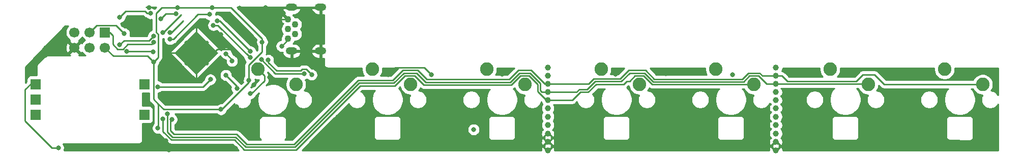
<source format=gbr>
%TF.GenerationSoftware,KiCad,Pcbnew,(5.1.6)-1*%
%TF.CreationDate,2022-02-11T00:07:08-06:00*%
%TF.ProjectId,Pikatea Macropad GB4,50696b61-7465-4612-904d-6163726f7061,rev?*%
%TF.SameCoordinates,Original*%
%TF.FileFunction,Copper,L2,Bot*%
%TF.FilePolarity,Positive*%
%FSLAX46Y46*%
G04 Gerber Fmt 4.6, Leading zero omitted, Abs format (unit mm)*
G04 Created by KiCad (PCBNEW (5.1.6)-1) date 2022-02-11 00:07:08*
%MOMM*%
%LPD*%
G01*
G04 APERTURE LIST*
%TA.AperFunction,ComponentPad*%
%ADD10C,1.000000*%
%TD*%
%TA.AperFunction,ComponentPad*%
%ADD11C,2.250000*%
%TD*%
%TA.AperFunction,Conductor*%
%ADD12C,0.100000*%
%TD*%
%TA.AperFunction,ViaPad*%
%ADD13C,0.500000*%
%TD*%
%TA.AperFunction,ComponentPad*%
%ADD14C,1.700000*%
%TD*%
%TA.AperFunction,ComponentPad*%
%ADD15R,1.700000X1.700000*%
%TD*%
%TA.AperFunction,ComponentPad*%
%ADD16O,1.900000X1.200000*%
%TD*%
%TA.AperFunction,ComponentPad*%
%ADD17C,1.100000*%
%TD*%
%TA.AperFunction,ViaPad*%
%ADD18C,0.800000*%
%TD*%
%TA.AperFunction,Conductor*%
%ADD19C,0.250000*%
%TD*%
%TA.AperFunction,Conductor*%
%ADD20C,0.254000*%
%TD*%
G04 APERTURE END LIST*
D10*
%TO.P,J4,11*%
%TO.N,GND*%
X214550000Y-113350000D03*
%TO.P,J4,1*%
%TO.N,/A0*%
X214550000Y-99600000D03*
%TO.P,J4,2*%
%TO.N,/CS*%
X214550000Y-100950000D03*
%TO.P,J4,3*%
%TO.N,/29*%
X214550000Y-102300000D03*
%TO.P,J4,4*%
%TO.N,GND*%
X214550000Y-103650000D03*
%TO.P,J4,5*%
X214550000Y-105000000D03*
%TO.P,J4,10*%
X214550000Y-111950000D03*
%TO.P,J4,9*%
%TO.N,Net-(D5-Pad1)*%
X214550000Y-110550000D03*
%TO.P,J4,8*%
%TO.N,GND*%
X214550000Y-109150000D03*
%TO.P,J4,7*%
%TO.N,VBUS*%
X214550000Y-107750000D03*
%TO.P,J4,6*%
%TO.N,GND*%
X214550000Y-106350000D03*
%TD*%
%TO.P,J3,11*%
%TO.N,GND*%
X176600000Y-113350000D03*
%TO.P,J3,1*%
%TO.N,/A0*%
X176600000Y-99600000D03*
%TO.P,J3,2*%
%TO.N,GND*%
X176600000Y-100950000D03*
%TO.P,J3,3*%
%TO.N,/CS*%
X176600000Y-102300000D03*
%TO.P,J3,4*%
%TO.N,/29*%
X176600000Y-103650000D03*
%TO.P,J3,5*%
%TO.N,/28*%
X176600000Y-105000000D03*
%TO.P,J3,10*%
%TO.N,GND*%
X176600000Y-111950000D03*
%TO.P,J3,9*%
X176600000Y-110550000D03*
%TO.P,J3,8*%
%TO.N,Net-(D3-Pad1)*%
X176600000Y-109150000D03*
%TO.P,J3,7*%
%TO.N,VBUS*%
X176600000Y-107750000D03*
%TO.P,J3,6*%
%TO.N,/D8*%
X176600000Y-106350000D03*
%TD*%
D11*
%TO.P,MX7,2*%
%TO.N,/A0*%
X242610000Y-99840000D03*
%TO.P,MX7,1*%
%TO.N,/CS*%
X248960000Y-102380000D03*
%TD*%
%TO.P,MX6,2*%
%TO.N,/A0*%
X223560000Y-99840000D03*
%TO.P,MX6,1*%
%TO.N,/29*%
X229910000Y-102380000D03*
%TD*%
%TA.AperFunction,Conductor*%
D12*
%TO.N,GND*%
%TO.C,U1*%
G36*
X118090000Y-93448400D02*
G01*
X121731600Y-97090000D01*
X118090000Y-100731600D01*
X114448400Y-97090000D01*
X118090000Y-93448400D01*
G37*
%TD.AperFunction*%
D13*
X114801953Y-97090000D03*
X115623965Y-96267988D03*
X116445977Y-95445977D03*
X117267988Y-94623965D03*
X118090000Y-93801953D03*
X115623965Y-97912012D03*
X116445977Y-97090000D03*
X117267988Y-96267988D03*
X118090000Y-95445977D03*
X118912012Y-94623965D03*
X116445977Y-98734023D03*
X117267988Y-97912012D03*
X118090000Y-97090000D03*
X118912012Y-96267988D03*
X119734023Y-95445977D03*
X117267988Y-99556035D03*
X118090000Y-98734023D03*
X118912012Y-97912012D03*
X119734023Y-97090000D03*
X120556035Y-96267988D03*
X118090000Y-100378047D03*
X118912012Y-99556035D03*
X119734023Y-98734023D03*
X120556035Y-97912012D03*
X121378047Y-97090000D03*
%TD*%
D11*
%TO.P,MX5,2*%
%TO.N,/A0*%
X204510000Y-99840000D03*
%TO.P,MX5,1*%
%TO.N,/28*%
X210860000Y-102380000D03*
%TD*%
%TO.P,MX4,2*%
%TO.N,/A0*%
X185460000Y-99840000D03*
%TO.P,MX4,1*%
%TO.N,/D8*%
X191810000Y-102380000D03*
%TD*%
%TO.P,MX3,2*%
%TO.N,/A0*%
X166410000Y-99840000D03*
%TO.P,MX3,1*%
%TO.N,/D7*%
X172760000Y-102380000D03*
%TD*%
%TO.P,MX2,1*%
%TO.N,/D9*%
X153710000Y-102380000D03*
%TO.P,MX2,2*%
%TO.N,/A0*%
X147360000Y-99840000D03*
%TD*%
%TO.P,MX1,1*%
%TO.N,/D5*%
X134660000Y-102380000D03*
%TO.P,MX1,2*%
%TO.N,/A0*%
X128310000Y-99840000D03*
%TD*%
D14*
%TO.P,J1,6*%
%TO.N,GND*%
X97810000Y-96240000D03*
%TO.P,J1,5*%
%TO.N,/RESET*%
X97810000Y-93700000D03*
%TO.P,J1,4*%
%TO.N,/MOSI*%
X100350000Y-96240000D03*
%TO.P,J1,3*%
%TO.N,/D8*%
X100350000Y-93700000D03*
%TO.P,J1,2*%
%TO.N,VBUS*%
X102890000Y-96240000D03*
D15*
%TO.P,J1,1*%
%TO.N,/MISO*%
X102890000Y-93700000D03*
%TD*%
D16*
%TO.P,J2,6*%
%TO.N,GND*%
X133960000Y-89510000D03*
X133960000Y-96810000D03*
D17*
%TO.P,J2,1*%
%TO.N,VBUS*%
X133360000Y-94760000D03*
%TO.P,J2,2*%
%TO.N,/D-*%
X134560000Y-93960000D03*
%TO.P,J2,3*%
%TO.N,/D+*%
X133360000Y-93160000D03*
%TO.P,J2,4*%
%TO.N,Net-(J2-Pad4)*%
X134560000Y-92360000D03*
%TO.P,J2,5*%
%TO.N,GND*%
X133360000Y-91560000D03*
D16*
%TO.P,J2,6*%
X138780000Y-96810000D03*
X138780000Y-89510000D03*
%TD*%
D15*
%TO.P,SW2,S1*%
%TO.N,/D4*%
X109450000Y-102360000D03*
%TO.P,SW2,S2*%
%TO.N,/A0*%
X109450000Y-107440000D03*
%TO.P,SW2,C*%
%TO.N,GND*%
X91350000Y-104900000D03*
%TO.P,SW2,B*%
%TO.N,/D6*%
X91350000Y-102360000D03*
%TO.P,SW2,A*%
%TO.N,/D12*%
X91350000Y-107440000D03*
%TD*%
D18*
%TO.N,*%
X164250000Y-109900000D03*
%TO.N,GND*%
X113550000Y-113300000D03*
X217050000Y-100700000D03*
X226250000Y-100850000D03*
X245400000Y-101150000D03*
X207300000Y-100750000D03*
X187850000Y-100650000D03*
X169000000Y-100650000D03*
X150050000Y-100750000D03*
X130300000Y-101150000D03*
X196250000Y-100550000D03*
X129650000Y-89550000D03*
X125300000Y-89650000D03*
X131759999Y-91100000D03*
X125000000Y-97500000D03*
X127650000Y-102450000D03*
X123902653Y-92302653D03*
X122152653Y-94052653D03*
X110250000Y-89550000D03*
X110175000Y-92572140D03*
X124750000Y-106050000D03*
X112950000Y-97000000D03*
X117975000Y-101797430D03*
X118100000Y-92450000D03*
X157250000Y-100800000D03*
X240700000Y-109950000D03*
X231050000Y-109500000D03*
X221550000Y-109900000D03*
X211750000Y-109600000D03*
X202200000Y-109800000D03*
X192700000Y-109550000D03*
X183450000Y-109750000D03*
X173550000Y-109600000D03*
X154350000Y-109550000D03*
X145250000Y-109750000D03*
X135800000Y-109550000D03*
X125050000Y-109050000D03*
X141450000Y-100700000D03*
X141600000Y-107800000D03*
X105950000Y-92450000D03*
X95810000Y-96240000D03*
X93000000Y-96250000D03*
X116950000Y-104050000D03*
X127750000Y-106950000D03*
X139350000Y-104150000D03*
X141550000Y-111250000D03*
X113050000Y-111800000D03*
X124600000Y-113000000D03*
X165800000Y-106000000D03*
X157000000Y-103600000D03*
X172500000Y-106400000D03*
X184700000Y-106600000D03*
X194900000Y-106600000D03*
X133900000Y-106100000D03*
X146600000Y-105900000D03*
X153700000Y-106700000D03*
X210200000Y-106400000D03*
X223000000Y-106300000D03*
%TO.N,/MOSI*%
X112500000Y-93750000D03*
X110950000Y-94300000D03*
X105350000Y-95789999D03*
%TO.N,/RESET*%
X114735660Y-90589034D03*
X112160847Y-91439153D03*
X110450000Y-90550000D03*
X105350000Y-91150000D03*
%TO.N,/MISO*%
X113675000Y-93700306D03*
X111025000Y-95297185D03*
%TO.N,/A0*%
X127050000Y-103900001D03*
X111675000Y-102765771D03*
X120439339Y-101560661D03*
%TO.N,/D9*%
X124039303Y-98478464D03*
X123050000Y-97250000D03*
%TO.N,/D6*%
X95120523Y-112925000D03*
%TO.N,/D5*%
X123008356Y-100841644D03*
X124844346Y-103044346D03*
%TO.N,/CS*%
X114000000Y-108205410D03*
%TO.N,/D8*%
X137280153Y-100769847D03*
X130047151Y-98323879D03*
X127116519Y-96902213D03*
X121600000Y-91750000D03*
X106100000Y-93900000D03*
X106537653Y-96887653D03*
X110900000Y-96950000D03*
X113700000Y-94850000D03*
X120290574Y-90719463D03*
%TO.N,VBUS*%
X122200000Y-106550000D03*
X115000000Y-89600000D03*
X120750000Y-89600000D03*
X129050000Y-95300000D03*
X132289846Y-96010154D03*
X126848000Y-101702000D03*
X110950000Y-98650000D03*
X111700000Y-109650000D03*
%TO.N,/D7*%
X136050000Y-100565000D03*
X128927136Y-98229170D03*
X127050000Y-97900000D03*
X120923793Y-92523794D03*
%TO.N,/28*%
X112550000Y-108150000D03*
%TO.N,/29*%
X113275000Y-107275000D03*
%TD*%
D19*
%TO.N,GND*%
X133360000Y-91560000D02*
X132219999Y-91560000D01*
X132219999Y-91560000D02*
X131759999Y-91100000D01*
X118090000Y-97090000D02*
X118090000Y-101682430D01*
X118090000Y-101682430D02*
X117975000Y-101797430D01*
X151220030Y-99579970D02*
X150050000Y-100750000D01*
X156029970Y-99579970D02*
X151220030Y-99579970D01*
X157250000Y-100800000D02*
X156029970Y-99579970D01*
X140884315Y-100700000D02*
X140534315Y-100350000D01*
X141450000Y-100700000D02*
X140884315Y-100700000D01*
X140534315Y-100350000D02*
X140050000Y-100350000D01*
X138780000Y-99080000D02*
X138780000Y-96810000D01*
X140050000Y-100350000D02*
X138780000Y-99080000D01*
X145250000Y-109750000D02*
X143550000Y-109750000D01*
X143550000Y-109750000D02*
X141600000Y-107800000D01*
X95810000Y-96240000D02*
X93010000Y-96240000D01*
X93010000Y-96240000D02*
X93000000Y-96250000D01*
X118090000Y-97090000D02*
X121010000Y-97090000D01*
X121575001Y-96524999D02*
X123975001Y-96524999D01*
X123975001Y-96524999D02*
X124000000Y-96500000D01*
X121010000Y-97090000D02*
X121575001Y-96524999D01*
X124000000Y-96500000D02*
X125000000Y-97500000D01*
X113040000Y-97090000D02*
X112950000Y-97000000D01*
X118090000Y-97090000D02*
X113040000Y-97090000D01*
X118090000Y-92460000D02*
X118100000Y-92450000D01*
X118090000Y-97090000D02*
X118090000Y-92460000D01*
%TO.N,/MOSI*%
X115550000Y-90800000D02*
X112600000Y-93750000D01*
X112600000Y-93750000D02*
X112500000Y-93750000D01*
X110950000Y-94300000D02*
X110185001Y-95064999D01*
X110185001Y-95064999D02*
X106075000Y-95064999D01*
X106075000Y-95064999D02*
X105350000Y-95789999D01*
%TO.N,/RESET*%
X114735660Y-90589034D02*
X113010966Y-90589034D01*
X113010966Y-90589034D02*
X112160847Y-91439153D01*
X109884315Y-90550000D02*
X109534315Y-90200000D01*
X110450000Y-90550000D02*
X109884315Y-90550000D01*
X109534315Y-90200000D02*
X106300000Y-90200000D01*
X106300000Y-90200000D02*
X105350000Y-91150000D01*
%TO.N,/MISO*%
X115887834Y-91741208D02*
X113928736Y-93700306D01*
X113928736Y-93700306D02*
X113675000Y-93700306D01*
X103700000Y-93700000D02*
X102890000Y-93700000D01*
X104200000Y-95713001D02*
X104200000Y-94200000D01*
X111025000Y-95297185D02*
X110625001Y-95697184D01*
X104200000Y-94200000D02*
X103700000Y-93700000D01*
X110625001Y-95697184D02*
X106702816Y-95697184D01*
X106702816Y-95697184D02*
X105885000Y-96515000D01*
X105885000Y-96515000D02*
X105001999Y-96515000D01*
X105001999Y-96515000D02*
X104200000Y-95713001D01*
%TO.N,/A0*%
X127273001Y-103900001D02*
X127050000Y-103900001D01*
X129434999Y-101738003D02*
X127273001Y-103900001D01*
X128310000Y-99840000D02*
X129434999Y-100964999D01*
X129434999Y-100964999D02*
X129434999Y-101738003D01*
X119234229Y-102765771D02*
X120439339Y-101560661D01*
X111675000Y-102765771D02*
X119234229Y-102765771D01*
%TO.N,/D9*%
X124039303Y-98478464D02*
X124039303Y-98239303D01*
X124039303Y-98239303D02*
X123050000Y-97250000D01*
%TO.N,/D6*%
X90490000Y-102360000D02*
X91350000Y-102360000D01*
X89600000Y-103250000D02*
X90490000Y-102360000D01*
X89600000Y-108500000D02*
X89600000Y-103250000D01*
X95120523Y-112925000D02*
X94025000Y-112925000D01*
X94025000Y-112925000D02*
X89600000Y-108500000D01*
%TO.N,/D5*%
X123008356Y-100841644D02*
X124844346Y-102677634D01*
X124844346Y-102677634D02*
X124844346Y-103044346D01*
%TO.N,/CS*%
X170177200Y-101549980D02*
X171697202Y-100029980D01*
X156436390Y-101549980D02*
X170177200Y-101549980D01*
X114349981Y-110699981D02*
X124822802Y-110699982D01*
X113750000Y-108300000D02*
X113750000Y-110100000D01*
X113750000Y-110100000D02*
X114349981Y-110699981D01*
X113844590Y-108205410D02*
X113750000Y-108300000D01*
X114000000Y-108205410D02*
X113844590Y-108205410D01*
X150776101Y-101701079D02*
X152447201Y-100029979D01*
X124822802Y-110699982D02*
X126472800Y-112349980D01*
X126472800Y-112349980D02*
X134341198Y-112349980D01*
X154916390Y-100029980D02*
X156436390Y-101549980D01*
X144990099Y-101701079D02*
X150776101Y-101701079D01*
X134341198Y-112349980D02*
X144990099Y-101701079D01*
X152447201Y-100029979D02*
X154916390Y-100029980D01*
X214550000Y-100950000D02*
X215550000Y-100950000D01*
X215550000Y-100950000D02*
X216449990Y-101849990D01*
X216449990Y-101849990D02*
X227950010Y-101849990D01*
X227950010Y-101849990D02*
X229050000Y-100750000D01*
X229050000Y-100750000D02*
X230950000Y-100750000D01*
X232580000Y-102380000D02*
X248960000Y-102380000D01*
X230950000Y-100750000D02*
X232580000Y-102380000D01*
X211866399Y-100479989D02*
X210037575Y-100479989D01*
X214550000Y-100950000D02*
X212336410Y-100950000D01*
X212336410Y-100950000D02*
X211866399Y-100479989D01*
X171697202Y-100029980D02*
X173828803Y-100029981D01*
X176098822Y-102300000D02*
X176600000Y-102300000D01*
X173828803Y-100029981D02*
X176098822Y-102300000D01*
X184263599Y-101449981D02*
X183413580Y-102300000D01*
X188613600Y-101449980D02*
X184263599Y-101449981D01*
X209977598Y-100479990D02*
X208977608Y-101479980D01*
X190033600Y-100029980D02*
X188613600Y-101449980D01*
X208977608Y-101479980D02*
X194328802Y-101479980D01*
X194328802Y-101479980D02*
X192878803Y-100029981D01*
X210037575Y-100479990D02*
X209977598Y-100479990D01*
X183413580Y-102300000D02*
X176600000Y-102300000D01*
X192878803Y-100029981D02*
X190033600Y-100029980D01*
%TO.N,/D8*%
X135701999Y-99839999D02*
X135427008Y-100114990D01*
X137280153Y-100769847D02*
X136350305Y-99839999D01*
X136350305Y-99839999D02*
X135701999Y-99839999D01*
X135427008Y-100114990D02*
X131449366Y-100114990D01*
X131449366Y-100114990D02*
X130047151Y-98712775D01*
X130047151Y-98712775D02*
X130047151Y-98323879D01*
X127116519Y-96902213D02*
X121964306Y-91750000D01*
X121964306Y-91750000D02*
X121600000Y-91750000D01*
X104724999Y-92524999D02*
X106100000Y-93900000D01*
X100350000Y-93700000D02*
X101525001Y-92524999D01*
X101525001Y-92524999D02*
X104724999Y-92524999D01*
X106537653Y-96887653D02*
X110837653Y-96887653D01*
X110837653Y-96887653D02*
X110900000Y-96950000D01*
X118396222Y-90719463D02*
X120290574Y-90719463D01*
X113700000Y-94850000D02*
X114265685Y-94850000D01*
X114265685Y-94850000D02*
X118396222Y-90719463D01*
%TO.N,VBUS*%
X123900000Y-89600000D02*
X120750000Y-89600000D01*
X128000000Y-93700000D02*
X123900000Y-89600000D01*
X122363998Y-106550000D02*
X126856999Y-102056999D01*
X129050000Y-94770000D02*
X129060000Y-94760000D01*
X112650000Y-106550000D02*
X122200000Y-106550000D01*
X122200000Y-106550000D02*
X122363998Y-106550000D01*
X120750000Y-89600000D02*
X115000000Y-89600000D01*
X129060000Y-94760000D02*
X128000000Y-93700000D01*
X129050000Y-95300000D02*
X129050000Y-94770000D01*
X129050000Y-96953998D02*
X129050000Y-95300000D01*
X126856999Y-99146999D02*
X129050000Y-96953998D01*
X126856999Y-102056999D02*
X126856999Y-99146999D01*
X133360000Y-94760000D02*
X133360000Y-94940000D01*
X133360000Y-94940000D02*
X132289846Y-96010154D01*
X110950000Y-98350000D02*
X110950000Y-98650000D01*
X110950000Y-98650000D02*
X110950000Y-104850000D01*
X111750000Y-105650000D02*
X111750000Y-109600000D01*
X111750000Y-109600000D02*
X111700000Y-109650000D01*
X111750000Y-105650000D02*
X112650000Y-106550000D01*
X110950000Y-104850000D02*
X111750000Y-105650000D01*
X102890000Y-96240000D02*
X104300000Y-97650000D01*
X109950000Y-97650000D02*
X110950000Y-98650000D01*
X104300000Y-97650000D02*
X109950000Y-97650000D01*
X111750000Y-97850000D02*
X110950000Y-98650000D01*
X115000000Y-89600000D02*
X112350000Y-89600000D01*
X112350000Y-89600000D02*
X111435846Y-90514154D01*
X111750000Y-94026998D02*
X111750000Y-97850000D01*
X111435846Y-90514154D02*
X111435846Y-93712844D01*
X111435846Y-93712844D02*
X111750000Y-94026998D01*
%TO.N,/D7*%
X136050000Y-100565000D02*
X131262966Y-100565000D01*
X131262966Y-100565000D02*
X128927136Y-98229170D01*
X127050000Y-97900000D02*
X121673794Y-92523794D01*
X121673794Y-92523794D02*
X120923793Y-92523794D01*
%TO.N,/28*%
X192506001Y-100929999D02*
X191113999Y-100929999D01*
X191113999Y-100929999D02*
X190200000Y-101843998D01*
X210860000Y-102380000D02*
X193956002Y-102380000D01*
X193956002Y-102380000D02*
X192506001Y-100929999D01*
X190200000Y-101843998D02*
X189706002Y-101843998D01*
X189706002Y-101843998D02*
X189200000Y-102350000D01*
X184636400Y-102350000D02*
X183336400Y-103650000D01*
X189200000Y-102350000D02*
X184636400Y-102350000D01*
X174876002Y-102350000D02*
X174876003Y-103562413D01*
X151148901Y-102601099D02*
X152820001Y-100929999D01*
X176313590Y-105000000D02*
X176600000Y-105000000D01*
X124450000Y-111600000D02*
X126100000Y-113250000D01*
X172070001Y-100929999D02*
X173456001Y-100929999D01*
X113950000Y-111600000D02*
X124450000Y-111600000D01*
X134713998Y-113250000D02*
X145362899Y-102601099D01*
X174876003Y-103562413D02*
X176313590Y-105000000D01*
X155926002Y-102450000D02*
X170550000Y-102450000D01*
X145362899Y-102601099D02*
X151148901Y-102601099D01*
X112550000Y-108150000D02*
X112550000Y-110200000D01*
X126100000Y-113250000D02*
X134713998Y-113250000D01*
X112550000Y-110200000D02*
X113950000Y-111600000D01*
X152820001Y-100929999D02*
X154406001Y-100929999D01*
X173456001Y-100929999D02*
X174876002Y-102350000D01*
X170550000Y-102450000D02*
X172070001Y-100929999D01*
X154406001Y-100929999D02*
X155926002Y-102450000D01*
X176600000Y-105000000D02*
X180650000Y-105000000D01*
X182000000Y-103650000D02*
X183336400Y-103650000D01*
X180650000Y-105000000D02*
X182000000Y-103650000D01*
%TO.N,/29*%
X170363600Y-101999990D02*
X171883601Y-100479989D01*
X156249990Y-101999990D02*
X170363600Y-101999990D01*
X124636401Y-111149991D02*
X126286400Y-112799990D01*
X113275000Y-110288590D02*
X113288590Y-110288590D01*
X114149990Y-111149990D02*
X124636401Y-111149991D01*
X126286400Y-112799990D02*
X134527598Y-112799990D01*
X113288590Y-110288590D02*
X114149990Y-111149990D01*
X154729989Y-100479989D02*
X156249990Y-101999990D01*
X134527598Y-112799990D02*
X145176499Y-102151089D01*
X113275000Y-107275000D02*
X113275000Y-110288590D01*
X152633601Y-100479989D02*
X154729989Y-100479989D01*
X145176499Y-102151089D02*
X150962501Y-102151089D01*
X150962501Y-102151089D02*
X152633601Y-100479989D01*
X229830000Y-102300000D02*
X229910000Y-102380000D01*
X214550000Y-102300000D02*
X229830000Y-102300000D01*
X171883601Y-100479989D02*
X173642402Y-100479990D01*
X173642402Y-100479990D02*
X175326012Y-102163600D01*
X175326012Y-102163600D02*
X175326012Y-103376012D01*
X175600000Y-103650000D02*
X176600000Y-103650000D01*
X175326012Y-103376012D02*
X175600000Y-103650000D01*
X213050000Y-102300000D02*
X214550000Y-102300000D01*
X184450000Y-101899990D02*
X188800000Y-101899990D01*
X210163999Y-100929999D02*
X211679999Y-100929999D01*
X211679999Y-100929999D02*
X213050000Y-102300000D01*
X183150000Y-103199990D02*
X184450000Y-101899990D01*
X176600000Y-103650000D02*
X181363590Y-103650000D01*
X192692402Y-100479990D02*
X194142402Y-101929990D01*
X181363590Y-103650000D02*
X181813600Y-103199990D01*
X188800000Y-101899990D02*
X190220000Y-100479990D01*
X181813600Y-103199990D02*
X183150000Y-103199990D01*
X194142402Y-101929990D02*
X209164008Y-101929990D01*
X190220000Y-100479990D02*
X192692402Y-100479990D01*
X209164008Y-101929990D02*
X210163999Y-100929999D01*
%TD*%
D20*
%TO.N,GND*%
G36*
X110190001Y-104812668D02*
G01*
X110186324Y-104850000D01*
X110190001Y-104887333D01*
X110200998Y-104998986D01*
X110201306Y-105000000D01*
X110244454Y-105142246D01*
X110315026Y-105274276D01*
X110384701Y-105359174D01*
X110410000Y-105390001D01*
X110438998Y-105413799D01*
X110990000Y-105964802D01*
X110990001Y-108896288D01*
X110896063Y-108990226D01*
X110782795Y-109159744D01*
X110704774Y-109348102D01*
X110665000Y-109548061D01*
X110665000Y-109751939D01*
X110704774Y-109951898D01*
X110782795Y-110140256D01*
X110896063Y-110309774D01*
X111040226Y-110453937D01*
X111209744Y-110567205D01*
X111398102Y-110645226D01*
X111598061Y-110685000D01*
X111801939Y-110685000D01*
X111941998Y-110657141D01*
X111977156Y-110699981D01*
X112010000Y-110740001D01*
X112038998Y-110763799D01*
X113386200Y-112111002D01*
X113409999Y-112140001D01*
X113438997Y-112163799D01*
X113525723Y-112234974D01*
X113657753Y-112305546D01*
X113801014Y-112349003D01*
X113912667Y-112360000D01*
X113912677Y-112360000D01*
X113950000Y-112363676D01*
X113987322Y-112360000D01*
X124135199Y-112360000D01*
X125115198Y-113340000D01*
X96068900Y-113340000D01*
X96115749Y-113226898D01*
X96155523Y-113026939D01*
X96155523Y-112823061D01*
X96115749Y-112623102D01*
X96037728Y-112434744D01*
X95924460Y-112265226D01*
X95919234Y-112260000D01*
X108467581Y-112260000D01*
X108500000Y-112263193D01*
X108532419Y-112260000D01*
X108629383Y-112250450D01*
X108753793Y-112212710D01*
X108868450Y-112151425D01*
X108968948Y-112068948D01*
X109051425Y-111968450D01*
X109112710Y-111853793D01*
X109150450Y-111729383D01*
X109163193Y-111600000D01*
X109160000Y-111567581D01*
X109160000Y-108928072D01*
X110300000Y-108928072D01*
X110424482Y-108915812D01*
X110544180Y-108879502D01*
X110654494Y-108820537D01*
X110751185Y-108741185D01*
X110830537Y-108644494D01*
X110889502Y-108534180D01*
X110925812Y-108414482D01*
X110938072Y-108290000D01*
X110938072Y-106590000D01*
X110925812Y-106465518D01*
X110889502Y-106345820D01*
X110830537Y-106235506D01*
X110751185Y-106138815D01*
X110654494Y-106059463D01*
X110544180Y-106000498D01*
X110424482Y-105964188D01*
X110300000Y-105951928D01*
X109160000Y-105951928D01*
X109160000Y-103848072D01*
X110190001Y-103848072D01*
X110190001Y-104812668D01*
G37*
X110190001Y-104812668D02*
X110186324Y-104850000D01*
X110190001Y-104887333D01*
X110200998Y-104998986D01*
X110201306Y-105000000D01*
X110244454Y-105142246D01*
X110315026Y-105274276D01*
X110384701Y-105359174D01*
X110410000Y-105390001D01*
X110438998Y-105413799D01*
X110990000Y-105964802D01*
X110990001Y-108896288D01*
X110896063Y-108990226D01*
X110782795Y-109159744D01*
X110704774Y-109348102D01*
X110665000Y-109548061D01*
X110665000Y-109751939D01*
X110704774Y-109951898D01*
X110782795Y-110140256D01*
X110896063Y-110309774D01*
X111040226Y-110453937D01*
X111209744Y-110567205D01*
X111398102Y-110645226D01*
X111598061Y-110685000D01*
X111801939Y-110685000D01*
X111941998Y-110657141D01*
X111977156Y-110699981D01*
X112010000Y-110740001D01*
X112038998Y-110763799D01*
X113386200Y-112111002D01*
X113409999Y-112140001D01*
X113438997Y-112163799D01*
X113525723Y-112234974D01*
X113657753Y-112305546D01*
X113801014Y-112349003D01*
X113912667Y-112360000D01*
X113912677Y-112360000D01*
X113950000Y-112363676D01*
X113987322Y-112360000D01*
X124135199Y-112360000D01*
X125115198Y-113340000D01*
X96068900Y-113340000D01*
X96115749Y-113226898D01*
X96155523Y-113026939D01*
X96155523Y-112823061D01*
X96115749Y-112623102D01*
X96037728Y-112434744D01*
X95924460Y-112265226D01*
X95919234Y-112260000D01*
X108467581Y-112260000D01*
X108500000Y-112263193D01*
X108532419Y-112260000D01*
X108629383Y-112250450D01*
X108753793Y-112212710D01*
X108868450Y-112151425D01*
X108968948Y-112068948D01*
X109051425Y-111968450D01*
X109112710Y-111853793D01*
X109150450Y-111729383D01*
X109163193Y-111600000D01*
X109160000Y-111567581D01*
X109160000Y-108928072D01*
X110300000Y-108928072D01*
X110424482Y-108915812D01*
X110544180Y-108879502D01*
X110654494Y-108820537D01*
X110751185Y-108741185D01*
X110830537Y-108644494D01*
X110889502Y-108534180D01*
X110925812Y-108414482D01*
X110938072Y-108290000D01*
X110938072Y-106590000D01*
X110925812Y-106465518D01*
X110889502Y-106345820D01*
X110830537Y-106235506D01*
X110751185Y-106138815D01*
X110654494Y-106059463D01*
X110544180Y-106000498D01*
X110424482Y-105964188D01*
X110300000Y-105951928D01*
X109160000Y-105951928D01*
X109160000Y-103848072D01*
X110190001Y-103848072D01*
X110190001Y-104812668D01*
G36*
X232016201Y-102891003D02*
G01*
X232039999Y-102920001D01*
X232068997Y-102943799D01*
X232155723Y-103014974D01*
X232250336Y-103065546D01*
X232287753Y-103085546D01*
X232431014Y-103129003D01*
X232542667Y-103140000D01*
X232542676Y-103140000D01*
X232579999Y-103143676D01*
X232617322Y-103140000D01*
X243212174Y-103140000D01*
X243108000Y-103244174D01*
X242820299Y-103674749D01*
X242622127Y-104153178D01*
X242521100Y-104661076D01*
X242521100Y-105178924D01*
X242622127Y-105686822D01*
X242820299Y-106165251D01*
X243108000Y-106595826D01*
X243474174Y-106962000D01*
X243904749Y-107249701D01*
X244383178Y-107447873D01*
X244891076Y-107548900D01*
X245408924Y-107548900D01*
X245916822Y-107447873D01*
X246395251Y-107249701D01*
X246825826Y-106962000D01*
X247192000Y-106595826D01*
X247479701Y-106165251D01*
X247677873Y-105686822D01*
X247778900Y-105178924D01*
X247778900Y-104661076D01*
X247677873Y-104153178D01*
X247479701Y-103674749D01*
X247192000Y-103244174D01*
X247087826Y-103140000D01*
X247369792Y-103140000D01*
X247400308Y-103213673D01*
X247592919Y-103501935D01*
X247838065Y-103747081D01*
X248126327Y-103939692D01*
X248446627Y-104072364D01*
X248786655Y-104140000D01*
X248935118Y-104140000D01*
X248891856Y-104204747D01*
X248778029Y-104479549D01*
X248720000Y-104771278D01*
X248720000Y-105068722D01*
X248778029Y-105360451D01*
X248891856Y-105635253D01*
X249057107Y-105882569D01*
X249267431Y-106092893D01*
X249514747Y-106258144D01*
X249789549Y-106371971D01*
X250081278Y-106430000D01*
X250378722Y-106430000D01*
X250670451Y-106371971D01*
X250945253Y-106258144D01*
X251192569Y-106092893D01*
X251402893Y-105882569D01*
X251540000Y-105677373D01*
X251540001Y-113340000D01*
X215685638Y-113340000D01*
X215687511Y-113267594D01*
X215649577Y-113047260D01*
X215569387Y-112838560D01*
X215541588Y-112786550D01*
X215328166Y-112751439D01*
X214739605Y-113340000D01*
X214360395Y-113340000D01*
X213771834Y-112751439D01*
X213558412Y-112786550D01*
X213467542Y-112990826D01*
X213418269Y-113208905D01*
X213414879Y-113340000D01*
X177735638Y-113340000D01*
X177737511Y-113267594D01*
X177699577Y-113047260D01*
X177619387Y-112838560D01*
X177591588Y-112786550D01*
X177378166Y-112751439D01*
X176789605Y-113340000D01*
X176410395Y-113340000D01*
X175821834Y-112751439D01*
X175608412Y-112786550D01*
X175517542Y-112990826D01*
X175468269Y-113208905D01*
X175464879Y-113340000D01*
X135698799Y-113340000D01*
X136466965Y-112571834D01*
X176001439Y-112571834D01*
X176079605Y-112650000D01*
X176001439Y-112728166D01*
X176036550Y-112941588D01*
X176240826Y-113032458D01*
X176458905Y-113081731D01*
X176512728Y-113083123D01*
X176600000Y-113170395D01*
X176682983Y-113087412D01*
X176902740Y-113049577D01*
X177111440Y-112969387D01*
X177163450Y-112941588D01*
X177198561Y-112728166D01*
X177120395Y-112650000D01*
X177198561Y-112571834D01*
X213951439Y-112571834D01*
X214029605Y-112650000D01*
X213951439Y-112728166D01*
X213986550Y-112941588D01*
X214190826Y-113032458D01*
X214408905Y-113081731D01*
X214462728Y-113083123D01*
X214550000Y-113170395D01*
X214632983Y-113087412D01*
X214852740Y-113049577D01*
X215061440Y-112969387D01*
X215113450Y-112941588D01*
X215148561Y-112728166D01*
X215070395Y-112650000D01*
X215148561Y-112571834D01*
X215113450Y-112358412D01*
X214909174Y-112267542D01*
X214691095Y-112218269D01*
X214637272Y-112216877D01*
X214550000Y-112129605D01*
X214467017Y-112212588D01*
X214247260Y-112250423D01*
X214038560Y-112330613D01*
X213986550Y-112358412D01*
X213951439Y-112571834D01*
X177198561Y-112571834D01*
X177163450Y-112358412D01*
X176959174Y-112267542D01*
X176741095Y-112218269D01*
X176687272Y-112216877D01*
X176600000Y-112129605D01*
X176517017Y-112212588D01*
X176297260Y-112250423D01*
X176088560Y-112330613D01*
X176036550Y-112358412D01*
X176001439Y-112571834D01*
X136466965Y-112571834D01*
X137006393Y-112032406D01*
X175462489Y-112032406D01*
X175500423Y-112252740D01*
X175580613Y-112461440D01*
X175608412Y-112513450D01*
X175821834Y-112548561D01*
X176420395Y-111950000D01*
X176779605Y-111950000D01*
X177378166Y-112548561D01*
X177591588Y-112513450D01*
X177682458Y-112309174D01*
X177731731Y-112091095D01*
X177737511Y-111867594D01*
X177699577Y-111647260D01*
X177619387Y-111438560D01*
X177591588Y-111386550D01*
X177378166Y-111351439D01*
X176779605Y-111950000D01*
X176420395Y-111950000D01*
X175821834Y-111351439D01*
X175608412Y-111386550D01*
X175517542Y-111590826D01*
X175468269Y-111808905D01*
X175462489Y-112032406D01*
X137006393Y-112032406D01*
X140788799Y-108250000D01*
X147636807Y-108250000D01*
X147640000Y-108282420D01*
X147640001Y-111017571D01*
X147636807Y-111050000D01*
X147649550Y-111179383D01*
X147687290Y-111303793D01*
X147748575Y-111418450D01*
X147831052Y-111518948D01*
X147931550Y-111601425D01*
X148046207Y-111662710D01*
X148170617Y-111700450D01*
X148267581Y-111710000D01*
X148300000Y-111713193D01*
X148332419Y-111710000D01*
X151467581Y-111710000D01*
X151500000Y-111713193D01*
X151532419Y-111710000D01*
X151629383Y-111700450D01*
X151753793Y-111662710D01*
X151868450Y-111601425D01*
X151968948Y-111518948D01*
X152051425Y-111418450D01*
X152112710Y-111303793D01*
X152150450Y-111179383D01*
X152163193Y-111050000D01*
X152160000Y-111017581D01*
X152160000Y-109798061D01*
X163215000Y-109798061D01*
X163215000Y-110001939D01*
X163254774Y-110201898D01*
X163332795Y-110390256D01*
X163446063Y-110559774D01*
X163590226Y-110703937D01*
X163759744Y-110817205D01*
X163948102Y-110895226D01*
X164148061Y-110935000D01*
X164351939Y-110935000D01*
X164551898Y-110895226D01*
X164740256Y-110817205D01*
X164909774Y-110703937D01*
X165053937Y-110559774D01*
X165167205Y-110390256D01*
X165245226Y-110201898D01*
X165285000Y-110001939D01*
X165285000Y-109798061D01*
X165245226Y-109598102D01*
X165167205Y-109409744D01*
X165053937Y-109240226D01*
X164909774Y-109096063D01*
X164740256Y-108982795D01*
X164551898Y-108904774D01*
X164351939Y-108865000D01*
X164148061Y-108865000D01*
X163948102Y-108904774D01*
X163759744Y-108982795D01*
X163590226Y-109096063D01*
X163446063Y-109240226D01*
X163332795Y-109409744D01*
X163254774Y-109598102D01*
X163215000Y-109798061D01*
X152160000Y-109798061D01*
X152160000Y-108282419D01*
X152163193Y-108250000D01*
X166686807Y-108250000D01*
X166690000Y-108282420D01*
X166690001Y-111017571D01*
X166686807Y-111050000D01*
X166699550Y-111179383D01*
X166737290Y-111303793D01*
X166798575Y-111418450D01*
X166881052Y-111518948D01*
X166981550Y-111601425D01*
X167096207Y-111662710D01*
X167220617Y-111700450D01*
X167317581Y-111710000D01*
X167350000Y-111713193D01*
X167382419Y-111710000D01*
X170517581Y-111710000D01*
X170550000Y-111713193D01*
X170582419Y-111710000D01*
X170679383Y-111700450D01*
X170803793Y-111662710D01*
X170918450Y-111601425D01*
X171018948Y-111518948D01*
X171101425Y-111418450D01*
X171162710Y-111303793D01*
X171200450Y-111179383D01*
X171201193Y-111171834D01*
X176001439Y-111171834D01*
X176079605Y-111250000D01*
X176001439Y-111328166D01*
X176036550Y-111541588D01*
X176240826Y-111632458D01*
X176458905Y-111681731D01*
X176512728Y-111683123D01*
X176600000Y-111770395D01*
X176682983Y-111687412D01*
X176902740Y-111649577D01*
X177111440Y-111569387D01*
X177163450Y-111541588D01*
X177198561Y-111328166D01*
X177120395Y-111250000D01*
X177198561Y-111171834D01*
X177163450Y-110958412D01*
X176959174Y-110867542D01*
X176741095Y-110818269D01*
X176687272Y-110816877D01*
X176600000Y-110729605D01*
X176517017Y-110812588D01*
X176297260Y-110850423D01*
X176088560Y-110930613D01*
X176036550Y-110958412D01*
X176001439Y-111171834D01*
X171201193Y-111171834D01*
X171213193Y-111050000D01*
X171210000Y-111017581D01*
X171210000Y-108282419D01*
X171213193Y-108250000D01*
X171200450Y-108120617D01*
X171162710Y-107996207D01*
X171101425Y-107881550D01*
X171018948Y-107781052D01*
X170918450Y-107698575D01*
X170803793Y-107637290D01*
X170679383Y-107599550D01*
X170582419Y-107590000D01*
X170550000Y-107586807D01*
X170517581Y-107590000D01*
X167382419Y-107590000D01*
X167350000Y-107586807D01*
X167317581Y-107590000D01*
X167220617Y-107599550D01*
X167096207Y-107637290D01*
X166981550Y-107698575D01*
X166881052Y-107781052D01*
X166798575Y-107881550D01*
X166737290Y-107996207D01*
X166699550Y-108120617D01*
X166686807Y-108250000D01*
X152163193Y-108250000D01*
X152150450Y-108120617D01*
X152112710Y-107996207D01*
X152051425Y-107881550D01*
X151968948Y-107781052D01*
X151868450Y-107698575D01*
X151753793Y-107637290D01*
X151629383Y-107599550D01*
X151532419Y-107590000D01*
X151500000Y-107586807D01*
X151467581Y-107590000D01*
X148332419Y-107590000D01*
X148300000Y-107586807D01*
X148267581Y-107590000D01*
X148170617Y-107599550D01*
X148046207Y-107637290D01*
X147931550Y-107698575D01*
X147831052Y-107781052D01*
X147748575Y-107881550D01*
X147687290Y-107996207D01*
X147649550Y-108120617D01*
X147636807Y-108250000D01*
X140788799Y-108250000D01*
X143458920Y-105579880D01*
X143481856Y-105635253D01*
X143647107Y-105882569D01*
X143857431Y-106092893D01*
X144104747Y-106258144D01*
X144379549Y-106371971D01*
X144671278Y-106430000D01*
X144968722Y-106430000D01*
X145260451Y-106371971D01*
X145535253Y-106258144D01*
X145782569Y-106092893D01*
X145992893Y-105882569D01*
X146158144Y-105635253D01*
X146271971Y-105360451D01*
X146330000Y-105068722D01*
X146330000Y-104771278D01*
X146271971Y-104479549D01*
X146158144Y-104204747D01*
X145992893Y-103957431D01*
X145782569Y-103747107D01*
X145535253Y-103581856D01*
X145479880Y-103558920D01*
X145677701Y-103361099D01*
X147779873Y-103361099D01*
X147570299Y-103674749D01*
X147372127Y-104153178D01*
X147271100Y-104661076D01*
X147271100Y-105178924D01*
X147372127Y-105686822D01*
X147570299Y-106165251D01*
X147858000Y-106595826D01*
X148224174Y-106962000D01*
X148654749Y-107249701D01*
X149133178Y-107447873D01*
X149641076Y-107548900D01*
X150158924Y-107548900D01*
X150666822Y-107447873D01*
X151145251Y-107249701D01*
X151575826Y-106962000D01*
X151942000Y-106595826D01*
X152229701Y-106165251D01*
X152427873Y-105686822D01*
X152528900Y-105178924D01*
X152528900Y-104661076D01*
X152427873Y-104153178D01*
X152229701Y-103674749D01*
X151942000Y-103244174D01*
X151761314Y-103063488D01*
X152003333Y-102821468D01*
X152017636Y-102893373D01*
X152150308Y-103213673D01*
X152342919Y-103501935D01*
X152588065Y-103747081D01*
X152876327Y-103939692D01*
X153196627Y-104072364D01*
X153536655Y-104140000D01*
X153685118Y-104140000D01*
X153641856Y-104204747D01*
X153528029Y-104479549D01*
X153470000Y-104771278D01*
X153470000Y-105068722D01*
X153528029Y-105360451D01*
X153641856Y-105635253D01*
X153807107Y-105882569D01*
X154017431Y-106092893D01*
X154264747Y-106258144D01*
X154539549Y-106371971D01*
X154831278Y-106430000D01*
X155128722Y-106430000D01*
X155420451Y-106371971D01*
X155695253Y-106258144D01*
X155942569Y-106092893D01*
X156152893Y-105882569D01*
X156318144Y-105635253D01*
X156431971Y-105360451D01*
X156490000Y-105068722D01*
X156490000Y-104771278D01*
X162360000Y-104771278D01*
X162360000Y-105068722D01*
X162418029Y-105360451D01*
X162531856Y-105635253D01*
X162697107Y-105882569D01*
X162907431Y-106092893D01*
X163154747Y-106258144D01*
X163429549Y-106371971D01*
X163721278Y-106430000D01*
X164018722Y-106430000D01*
X164310451Y-106371971D01*
X164585253Y-106258144D01*
X164832569Y-106092893D01*
X165042893Y-105882569D01*
X165208144Y-105635253D01*
X165321971Y-105360451D01*
X165380000Y-105068722D01*
X165380000Y-104771278D01*
X165321971Y-104479549D01*
X165208144Y-104204747D01*
X165042893Y-103957431D01*
X164832569Y-103747107D01*
X164585253Y-103581856D01*
X164310451Y-103468029D01*
X164018722Y-103410000D01*
X163721278Y-103410000D01*
X163429549Y-103468029D01*
X163154747Y-103581856D01*
X162907431Y-103747107D01*
X162697107Y-103957431D01*
X162531856Y-104204747D01*
X162418029Y-104479549D01*
X162360000Y-104771278D01*
X156490000Y-104771278D01*
X156431971Y-104479549D01*
X156318144Y-104204747D01*
X156152893Y-103957431D01*
X155942569Y-103747107D01*
X155695253Y-103581856D01*
X155420451Y-103468029D01*
X155137362Y-103411719D01*
X155269692Y-103213673D01*
X155370276Y-102970840D01*
X155386001Y-102990001D01*
X155414999Y-103013799D01*
X155501725Y-103084974D01*
X155601977Y-103138560D01*
X155633755Y-103155546D01*
X155777016Y-103199003D01*
X155888669Y-103210000D01*
X155888678Y-103210000D01*
X155926001Y-103213676D01*
X155963324Y-103210000D01*
X166942174Y-103210000D01*
X166908000Y-103244174D01*
X166620299Y-103674749D01*
X166422127Y-104153178D01*
X166321100Y-104661076D01*
X166321100Y-105178924D01*
X166422127Y-105686822D01*
X166620299Y-106165251D01*
X166908000Y-106595826D01*
X167274174Y-106962000D01*
X167704749Y-107249701D01*
X168183178Y-107447873D01*
X168691076Y-107548900D01*
X169208924Y-107548900D01*
X169716822Y-107447873D01*
X170195251Y-107249701D01*
X170625826Y-106962000D01*
X170992000Y-106595826D01*
X171279701Y-106165251D01*
X171477873Y-105686822D01*
X171578900Y-105178924D01*
X171578900Y-104661076D01*
X171477873Y-104153178D01*
X171279701Y-103674749D01*
X170992000Y-103244174D01*
X170882080Y-103134254D01*
X170974276Y-103084974D01*
X171090001Y-102990001D01*
X171101737Y-102975701D01*
X171200308Y-103213673D01*
X171392919Y-103501935D01*
X171638065Y-103747081D01*
X171926327Y-103939692D01*
X172246627Y-104072364D01*
X172586655Y-104140000D01*
X172735118Y-104140000D01*
X172691856Y-104204747D01*
X172578029Y-104479549D01*
X172520000Y-104771278D01*
X172520000Y-105068722D01*
X172578029Y-105360451D01*
X172691856Y-105635253D01*
X172857107Y-105882569D01*
X173067431Y-106092893D01*
X173314747Y-106258144D01*
X173589549Y-106371971D01*
X173881278Y-106430000D01*
X174178722Y-106430000D01*
X174470451Y-106371971D01*
X174745253Y-106258144D01*
X174992569Y-106092893D01*
X175202893Y-105882569D01*
X175368144Y-105635253D01*
X175481971Y-105360451D01*
X175498217Y-105278780D01*
X175508617Y-105331067D01*
X175594176Y-105537624D01*
X175685968Y-105675000D01*
X175594176Y-105812376D01*
X175508617Y-106018933D01*
X175465000Y-106238212D01*
X175465000Y-106461788D01*
X175508617Y-106681067D01*
X175594176Y-106887624D01*
X175702672Y-107050000D01*
X175594176Y-107212376D01*
X175508617Y-107418933D01*
X175465000Y-107638212D01*
X175465000Y-107861788D01*
X175508617Y-108081067D01*
X175594176Y-108287624D01*
X175702672Y-108450000D01*
X175594176Y-108612376D01*
X175508617Y-108818933D01*
X175465000Y-109038212D01*
X175465000Y-109261788D01*
X175508617Y-109481067D01*
X175594176Y-109687624D01*
X175718388Y-109873520D01*
X175799913Y-109955045D01*
X175608412Y-109986550D01*
X175517542Y-110190826D01*
X175468269Y-110408905D01*
X175462489Y-110632406D01*
X175500423Y-110852740D01*
X175580613Y-111061440D01*
X175608412Y-111113450D01*
X175821834Y-111148561D01*
X176420395Y-110550000D01*
X176406253Y-110535858D01*
X176585858Y-110356253D01*
X176600000Y-110370395D01*
X176614143Y-110356253D01*
X176793748Y-110535858D01*
X176779605Y-110550000D01*
X177378166Y-111148561D01*
X177591588Y-111113450D01*
X177682458Y-110909174D01*
X177731731Y-110691095D01*
X177737511Y-110467594D01*
X177699577Y-110247260D01*
X177619387Y-110038560D01*
X177591588Y-109986550D01*
X177400087Y-109955045D01*
X177481612Y-109873520D01*
X177605824Y-109687624D01*
X177691383Y-109481067D01*
X177735000Y-109261788D01*
X177735000Y-109038212D01*
X177691383Y-108818933D01*
X177605824Y-108612376D01*
X177497328Y-108450000D01*
X177605824Y-108287624D01*
X177621408Y-108250000D01*
X185736807Y-108250000D01*
X185740000Y-108282420D01*
X185740001Y-111017571D01*
X185736807Y-111050000D01*
X185749550Y-111179383D01*
X185787290Y-111303793D01*
X185848575Y-111418450D01*
X185931052Y-111518948D01*
X186031550Y-111601425D01*
X186146207Y-111662710D01*
X186270617Y-111700450D01*
X186367581Y-111710000D01*
X186400000Y-111713193D01*
X186432419Y-111710000D01*
X189567581Y-111710000D01*
X189600000Y-111713193D01*
X189632419Y-111710000D01*
X189729383Y-111700450D01*
X189853793Y-111662710D01*
X189968450Y-111601425D01*
X190068948Y-111518948D01*
X190151425Y-111418450D01*
X190212710Y-111303793D01*
X190250450Y-111179383D01*
X190263193Y-111050000D01*
X190260000Y-111017581D01*
X190260000Y-108282419D01*
X190263193Y-108250000D01*
X204786807Y-108250000D01*
X204790000Y-108282420D01*
X204790001Y-111017571D01*
X204786807Y-111050000D01*
X204799550Y-111179383D01*
X204837290Y-111303793D01*
X204898575Y-111418450D01*
X204981052Y-111518948D01*
X205081550Y-111601425D01*
X205196207Y-111662710D01*
X205320617Y-111700450D01*
X205417581Y-111710000D01*
X205450000Y-111713193D01*
X205482419Y-111710000D01*
X208617581Y-111710000D01*
X208650000Y-111713193D01*
X208682419Y-111710000D01*
X208779383Y-111700450D01*
X208903793Y-111662710D01*
X209018450Y-111601425D01*
X209118948Y-111518948D01*
X209201425Y-111418450D01*
X209262710Y-111303793D01*
X209300450Y-111179383D01*
X209313193Y-111050000D01*
X209310000Y-111017581D01*
X209310000Y-108282419D01*
X209313193Y-108250000D01*
X209300450Y-108120617D01*
X209262710Y-107996207D01*
X209201425Y-107881550D01*
X209118948Y-107781052D01*
X209018450Y-107698575D01*
X208903793Y-107637290D01*
X208779383Y-107599550D01*
X208682419Y-107590000D01*
X208650000Y-107586807D01*
X208617581Y-107590000D01*
X205482419Y-107590000D01*
X205450000Y-107586807D01*
X205417581Y-107590000D01*
X205320617Y-107599550D01*
X205196207Y-107637290D01*
X205081550Y-107698575D01*
X204981052Y-107781052D01*
X204898575Y-107881550D01*
X204837290Y-107996207D01*
X204799550Y-108120617D01*
X204786807Y-108250000D01*
X190263193Y-108250000D01*
X190250450Y-108120617D01*
X190212710Y-107996207D01*
X190151425Y-107881550D01*
X190068948Y-107781052D01*
X189968450Y-107698575D01*
X189853793Y-107637290D01*
X189729383Y-107599550D01*
X189632419Y-107590000D01*
X189600000Y-107586807D01*
X189567581Y-107590000D01*
X186432419Y-107590000D01*
X186400000Y-107586807D01*
X186367581Y-107590000D01*
X186270617Y-107599550D01*
X186146207Y-107637290D01*
X186031550Y-107698575D01*
X185931052Y-107781052D01*
X185848575Y-107881550D01*
X185787290Y-107996207D01*
X185749550Y-108120617D01*
X185736807Y-108250000D01*
X177621408Y-108250000D01*
X177691383Y-108081067D01*
X177735000Y-107861788D01*
X177735000Y-107638212D01*
X177691383Y-107418933D01*
X177605824Y-107212376D01*
X177497328Y-107050000D01*
X177605824Y-106887624D01*
X177691383Y-106681067D01*
X177735000Y-106461788D01*
X177735000Y-106238212D01*
X177691383Y-106018933D01*
X177605824Y-105812376D01*
X177570827Y-105760000D01*
X180612678Y-105760000D01*
X180650000Y-105763676D01*
X180687322Y-105760000D01*
X180687333Y-105760000D01*
X180798986Y-105749003D01*
X180942247Y-105705546D01*
X181074276Y-105634974D01*
X181190001Y-105540001D01*
X181213804Y-105510997D01*
X181450827Y-105273974D01*
X181468029Y-105360451D01*
X181581856Y-105635253D01*
X181747107Y-105882569D01*
X181957431Y-106092893D01*
X182204747Y-106258144D01*
X182479549Y-106371971D01*
X182771278Y-106430000D01*
X183068722Y-106430000D01*
X183360451Y-106371971D01*
X183635253Y-106258144D01*
X183882569Y-106092893D01*
X184092893Y-105882569D01*
X184258144Y-105635253D01*
X184371971Y-105360451D01*
X184430000Y-105068722D01*
X184430000Y-104771278D01*
X184371971Y-104479549D01*
X184258144Y-104204747D01*
X184097250Y-103963951D01*
X184951202Y-103110000D01*
X186092174Y-103110000D01*
X185958000Y-103244174D01*
X185670299Y-103674749D01*
X185472127Y-104153178D01*
X185371100Y-104661076D01*
X185371100Y-105178924D01*
X185472127Y-105686822D01*
X185670299Y-106165251D01*
X185958000Y-106595826D01*
X186324174Y-106962000D01*
X186754749Y-107249701D01*
X187233178Y-107447873D01*
X187741076Y-107548900D01*
X188258924Y-107548900D01*
X188766822Y-107447873D01*
X189245251Y-107249701D01*
X189675826Y-106962000D01*
X190042000Y-106595826D01*
X190329701Y-106165251D01*
X190527873Y-105686822D01*
X190628900Y-105178924D01*
X190628900Y-104661076D01*
X190527873Y-104153178D01*
X190329701Y-103674749D01*
X190042000Y-103244174D01*
X189711345Y-102913519D01*
X189740001Y-102890001D01*
X189763804Y-102860997D01*
X190020803Y-102603998D01*
X190060076Y-102603998D01*
X190117636Y-102893373D01*
X190250308Y-103213673D01*
X190442919Y-103501935D01*
X190688065Y-103747081D01*
X190976327Y-103939692D01*
X191296627Y-104072364D01*
X191636655Y-104140000D01*
X191785118Y-104140000D01*
X191741856Y-104204747D01*
X191628029Y-104479549D01*
X191570000Y-104771278D01*
X191570000Y-105068722D01*
X191628029Y-105360451D01*
X191741856Y-105635253D01*
X191907107Y-105882569D01*
X192117431Y-106092893D01*
X192364747Y-106258144D01*
X192639549Y-106371971D01*
X192931278Y-106430000D01*
X193228722Y-106430000D01*
X193520451Y-106371971D01*
X193795253Y-106258144D01*
X194042569Y-106092893D01*
X194252893Y-105882569D01*
X194418144Y-105635253D01*
X194531971Y-105360451D01*
X194590000Y-105068722D01*
X194590000Y-104771278D01*
X200460000Y-104771278D01*
X200460000Y-105068722D01*
X200518029Y-105360451D01*
X200631856Y-105635253D01*
X200797107Y-105882569D01*
X201007431Y-106092893D01*
X201254747Y-106258144D01*
X201529549Y-106371971D01*
X201821278Y-106430000D01*
X202118722Y-106430000D01*
X202410451Y-106371971D01*
X202685253Y-106258144D01*
X202932569Y-106092893D01*
X203142893Y-105882569D01*
X203308144Y-105635253D01*
X203421971Y-105360451D01*
X203480000Y-105068722D01*
X203480000Y-104771278D01*
X203421971Y-104479549D01*
X203308144Y-104204747D01*
X203142893Y-103957431D01*
X202932569Y-103747107D01*
X202685253Y-103581856D01*
X202410451Y-103468029D01*
X202118722Y-103410000D01*
X201821278Y-103410000D01*
X201529549Y-103468029D01*
X201254747Y-103581856D01*
X201007431Y-103747107D01*
X200797107Y-103957431D01*
X200631856Y-104204747D01*
X200518029Y-104479549D01*
X200460000Y-104771278D01*
X194590000Y-104771278D01*
X194531971Y-104479549D01*
X194418144Y-104204747D01*
X194252893Y-103957431D01*
X194042569Y-103747107D01*
X193795253Y-103581856D01*
X193520451Y-103468029D01*
X193237362Y-103411719D01*
X193369692Y-103213673D01*
X193472223Y-102966141D01*
X193531725Y-103014974D01*
X193626338Y-103065546D01*
X193663755Y-103085546D01*
X193807016Y-103129003D01*
X193918669Y-103140000D01*
X193918678Y-103140000D01*
X193956001Y-103143676D01*
X193993324Y-103140000D01*
X205112174Y-103140000D01*
X205008000Y-103244174D01*
X204720299Y-103674749D01*
X204522127Y-104153178D01*
X204421100Y-104661076D01*
X204421100Y-105178924D01*
X204522127Y-105686822D01*
X204720299Y-106165251D01*
X205008000Y-106595826D01*
X205374174Y-106962000D01*
X205804749Y-107249701D01*
X206283178Y-107447873D01*
X206791076Y-107548900D01*
X207308924Y-107548900D01*
X207816822Y-107447873D01*
X208295251Y-107249701D01*
X208725826Y-106962000D01*
X209092000Y-106595826D01*
X209379701Y-106165251D01*
X209577873Y-105686822D01*
X209678900Y-105178924D01*
X209678900Y-104661076D01*
X209577873Y-104153178D01*
X209379701Y-103674749D01*
X209092000Y-103244174D01*
X208987826Y-103140000D01*
X209269792Y-103140000D01*
X209300308Y-103213673D01*
X209492919Y-103501935D01*
X209738065Y-103747081D01*
X210026327Y-103939692D01*
X210346627Y-104072364D01*
X210686655Y-104140000D01*
X210835118Y-104140000D01*
X210791856Y-104204747D01*
X210678029Y-104479549D01*
X210620000Y-104771278D01*
X210620000Y-105068722D01*
X210678029Y-105360451D01*
X210791856Y-105635253D01*
X210957107Y-105882569D01*
X211167431Y-106092893D01*
X211414747Y-106258144D01*
X211689549Y-106371971D01*
X211981278Y-106430000D01*
X212278722Y-106430000D01*
X212570451Y-106371971D01*
X212845253Y-106258144D01*
X213092569Y-106092893D01*
X213302893Y-105882569D01*
X213468144Y-105635253D01*
X213525231Y-105497433D01*
X213530613Y-105511440D01*
X213558412Y-105563450D01*
X213701053Y-105586917D01*
X213654181Y-105633789D01*
X213695392Y-105675000D01*
X213654181Y-105716211D01*
X213701053Y-105763083D01*
X213558412Y-105786550D01*
X213467542Y-105990826D01*
X213418269Y-106208905D01*
X213412489Y-106432406D01*
X213450423Y-106652740D01*
X213530613Y-106861440D01*
X213558412Y-106913450D01*
X213749913Y-106944955D01*
X213668388Y-107026480D01*
X213544176Y-107212376D01*
X213458617Y-107418933D01*
X213415000Y-107638212D01*
X213415000Y-107861788D01*
X213458617Y-108081067D01*
X213544176Y-108287624D01*
X213668388Y-108473520D01*
X213749913Y-108555045D01*
X213558412Y-108586550D01*
X213467542Y-108790826D01*
X213418269Y-109008905D01*
X213412489Y-109232406D01*
X213450423Y-109452740D01*
X213530613Y-109661440D01*
X213558412Y-109713450D01*
X213749913Y-109744955D01*
X213668388Y-109826480D01*
X213544176Y-110012376D01*
X213458617Y-110218933D01*
X213415000Y-110438212D01*
X213415000Y-110661788D01*
X213458617Y-110881067D01*
X213544176Y-111087624D01*
X213668388Y-111273520D01*
X213749913Y-111355045D01*
X213558412Y-111386550D01*
X213467542Y-111590826D01*
X213418269Y-111808905D01*
X213412489Y-112032406D01*
X213450423Y-112252740D01*
X213530613Y-112461440D01*
X213558412Y-112513450D01*
X213771834Y-112548561D01*
X214370395Y-111950000D01*
X214356253Y-111935858D01*
X214535858Y-111756253D01*
X214550000Y-111770395D01*
X214564143Y-111756253D01*
X214743748Y-111935858D01*
X214729605Y-111950000D01*
X215328166Y-112548561D01*
X215541588Y-112513450D01*
X215632458Y-112309174D01*
X215681731Y-112091095D01*
X215687511Y-111867594D01*
X215649577Y-111647260D01*
X215569387Y-111438560D01*
X215541588Y-111386550D01*
X215350087Y-111355045D01*
X215431612Y-111273520D01*
X215555824Y-111087624D01*
X215641383Y-110881067D01*
X215685000Y-110661788D01*
X215685000Y-110438212D01*
X215641383Y-110218933D01*
X215555824Y-110012376D01*
X215431612Y-109826480D01*
X215350087Y-109744955D01*
X215541588Y-109713450D01*
X215632458Y-109509174D01*
X215681731Y-109291095D01*
X215687511Y-109067594D01*
X215649577Y-108847260D01*
X215569387Y-108638560D01*
X215541588Y-108586550D01*
X215350087Y-108555045D01*
X215431612Y-108473520D01*
X215555824Y-108287624D01*
X215571408Y-108250000D01*
X223836807Y-108250000D01*
X223840000Y-108282420D01*
X223840001Y-111017571D01*
X223836807Y-111050000D01*
X223849550Y-111179383D01*
X223887290Y-111303793D01*
X223948575Y-111418450D01*
X224031052Y-111518948D01*
X224131550Y-111601425D01*
X224246207Y-111662710D01*
X224370617Y-111700450D01*
X224467581Y-111710000D01*
X224500000Y-111713193D01*
X224532419Y-111710000D01*
X227667581Y-111710000D01*
X227700000Y-111713193D01*
X227732419Y-111710000D01*
X227829383Y-111700450D01*
X227953793Y-111662710D01*
X228068450Y-111601425D01*
X228168948Y-111518948D01*
X228251425Y-111418450D01*
X228312710Y-111303793D01*
X228350450Y-111179383D01*
X228363193Y-111050000D01*
X228360000Y-111017581D01*
X228360000Y-108282419D01*
X228363193Y-108250000D01*
X242886807Y-108250000D01*
X242890001Y-108282429D01*
X242890000Y-111012411D01*
X242886888Y-111039639D01*
X242890000Y-111077248D01*
X242890000Y-111082418D01*
X242892676Y-111109587D01*
X242897609Y-111169205D01*
X242899040Y-111174201D01*
X242899550Y-111179382D01*
X242916931Y-111236680D01*
X242933400Y-111294189D01*
X242935780Y-111298814D01*
X242937290Y-111303792D01*
X242965495Y-111356560D01*
X242992886Y-111409790D01*
X242996124Y-111413864D01*
X242998575Y-111418449D01*
X243036539Y-111464709D01*
X243073783Y-111511564D01*
X243077751Y-111514925D01*
X243081052Y-111518948D01*
X243127347Y-111556942D01*
X243172981Y-111595601D01*
X243177525Y-111598122D01*
X243181550Y-111601425D01*
X243234366Y-111629655D01*
X243286666Y-111658670D01*
X243291618Y-111660257D01*
X243296207Y-111662710D01*
X243353495Y-111680088D01*
X243410471Y-111698349D01*
X243415637Y-111698939D01*
X243420617Y-111700450D01*
X243480230Y-111706321D01*
X243507274Y-111709412D01*
X243512428Y-111709493D01*
X243550000Y-111713193D01*
X243577283Y-111710506D01*
X246712429Y-111759493D01*
X246750000Y-111763193D01*
X246809621Y-111757321D01*
X246869205Y-111752391D01*
X246874201Y-111750960D01*
X246879383Y-111750450D01*
X246936698Y-111733063D01*
X246994189Y-111716600D01*
X246998812Y-111714221D01*
X247003793Y-111712710D01*
X247056587Y-111684491D01*
X247109790Y-111657114D01*
X247113862Y-111653877D01*
X247118450Y-111651425D01*
X247164726Y-111613447D01*
X247211564Y-111576217D01*
X247214925Y-111572249D01*
X247218948Y-111568948D01*
X247256928Y-111522670D01*
X247295601Y-111477020D01*
X247298124Y-111472473D01*
X247301425Y-111468450D01*
X247329649Y-111415647D01*
X247358670Y-111363334D01*
X247360257Y-111358382D01*
X247362710Y-111353793D01*
X247380088Y-111296505D01*
X247398349Y-111239529D01*
X247398940Y-111234362D01*
X247400450Y-111229383D01*
X247406317Y-111169813D01*
X247413112Y-111110361D01*
X247410000Y-111072748D01*
X247410000Y-108282419D01*
X247413193Y-108250000D01*
X247400450Y-108120617D01*
X247362710Y-107996207D01*
X247301425Y-107881550D01*
X247218948Y-107781052D01*
X247118450Y-107698575D01*
X247003793Y-107637290D01*
X246879383Y-107599550D01*
X246782419Y-107590000D01*
X246750000Y-107586807D01*
X246717581Y-107590000D01*
X243582419Y-107590000D01*
X243550000Y-107586807D01*
X243517581Y-107590000D01*
X243420617Y-107599550D01*
X243296207Y-107637290D01*
X243181550Y-107698575D01*
X243081052Y-107781052D01*
X242998575Y-107881550D01*
X242937290Y-107996207D01*
X242899550Y-108120617D01*
X242886807Y-108250000D01*
X228363193Y-108250000D01*
X228350450Y-108120617D01*
X228312710Y-107996207D01*
X228251425Y-107881550D01*
X228168948Y-107781052D01*
X228068450Y-107698575D01*
X227953793Y-107637290D01*
X227829383Y-107599550D01*
X227732419Y-107590000D01*
X227700000Y-107586807D01*
X227667581Y-107590000D01*
X224532419Y-107590000D01*
X224500000Y-107586807D01*
X224467581Y-107590000D01*
X224370617Y-107599550D01*
X224246207Y-107637290D01*
X224131550Y-107698575D01*
X224031052Y-107781052D01*
X223948575Y-107881550D01*
X223887290Y-107996207D01*
X223849550Y-108120617D01*
X223836807Y-108250000D01*
X215571408Y-108250000D01*
X215641383Y-108081067D01*
X215685000Y-107861788D01*
X215685000Y-107638212D01*
X215641383Y-107418933D01*
X215555824Y-107212376D01*
X215431612Y-107026480D01*
X215350087Y-106944955D01*
X215541588Y-106913450D01*
X215632458Y-106709174D01*
X215681731Y-106491095D01*
X215687511Y-106267594D01*
X215649577Y-106047260D01*
X215569387Y-105838560D01*
X215541588Y-105786550D01*
X215398947Y-105763083D01*
X215445819Y-105716211D01*
X215404608Y-105675000D01*
X215445819Y-105633789D01*
X215398947Y-105586917D01*
X215541588Y-105563450D01*
X215632458Y-105359174D01*
X215681731Y-105141095D01*
X215687511Y-104917594D01*
X215662321Y-104771278D01*
X219510000Y-104771278D01*
X219510000Y-105068722D01*
X219568029Y-105360451D01*
X219681856Y-105635253D01*
X219847107Y-105882569D01*
X220057431Y-106092893D01*
X220304747Y-106258144D01*
X220579549Y-106371971D01*
X220871278Y-106430000D01*
X221168722Y-106430000D01*
X221460451Y-106371971D01*
X221735253Y-106258144D01*
X221982569Y-106092893D01*
X222192893Y-105882569D01*
X222358144Y-105635253D01*
X222471971Y-105360451D01*
X222530000Y-105068722D01*
X222530000Y-104771278D01*
X222471971Y-104479549D01*
X222358144Y-104204747D01*
X222192893Y-103957431D01*
X221982569Y-103747107D01*
X221735253Y-103581856D01*
X221460451Y-103468029D01*
X221168722Y-103410000D01*
X220871278Y-103410000D01*
X220579549Y-103468029D01*
X220304747Y-103581856D01*
X220057431Y-103747107D01*
X219847107Y-103957431D01*
X219681856Y-104204747D01*
X219568029Y-104479549D01*
X219510000Y-104771278D01*
X215662321Y-104771278D01*
X215649577Y-104697260D01*
X215569387Y-104488560D01*
X215541588Y-104436550D01*
X215398947Y-104413083D01*
X215445819Y-104366211D01*
X215404608Y-104325000D01*
X215445819Y-104283789D01*
X215398947Y-104236917D01*
X215541588Y-104213450D01*
X215632458Y-104009174D01*
X215681731Y-103791095D01*
X215687511Y-103567594D01*
X215649577Y-103347260D01*
X215569387Y-103138560D01*
X215541588Y-103086550D01*
X215393023Y-103062109D01*
X215395132Y-103060000D01*
X224242174Y-103060000D01*
X224058000Y-103244174D01*
X223770299Y-103674749D01*
X223572127Y-104153178D01*
X223471100Y-104661076D01*
X223471100Y-105178924D01*
X223572127Y-105686822D01*
X223770299Y-106165251D01*
X224058000Y-106595826D01*
X224424174Y-106962000D01*
X224854749Y-107249701D01*
X225333178Y-107447873D01*
X225841076Y-107548900D01*
X226358924Y-107548900D01*
X226866822Y-107447873D01*
X227345251Y-107249701D01*
X227775826Y-106962000D01*
X228142000Y-106595826D01*
X228429701Y-106165251D01*
X228627873Y-105686822D01*
X228728900Y-105178924D01*
X228728900Y-104661076D01*
X228627873Y-104153178D01*
X228429701Y-103674749D01*
X228142000Y-103244174D01*
X227957826Y-103060000D01*
X228286655Y-103060000D01*
X228350308Y-103213673D01*
X228542919Y-103501935D01*
X228788065Y-103747081D01*
X229076327Y-103939692D01*
X229396627Y-104072364D01*
X229736655Y-104140000D01*
X229885118Y-104140000D01*
X229841856Y-104204747D01*
X229728029Y-104479549D01*
X229670000Y-104771278D01*
X229670000Y-105068722D01*
X229728029Y-105360451D01*
X229841856Y-105635253D01*
X230007107Y-105882569D01*
X230217431Y-106092893D01*
X230464747Y-106258144D01*
X230739549Y-106371971D01*
X231031278Y-106430000D01*
X231328722Y-106430000D01*
X231620451Y-106371971D01*
X231895253Y-106258144D01*
X232142569Y-106092893D01*
X232352893Y-105882569D01*
X232518144Y-105635253D01*
X232631971Y-105360451D01*
X232690000Y-105068722D01*
X232690000Y-104771278D01*
X238560000Y-104771278D01*
X238560000Y-105068722D01*
X238618029Y-105360451D01*
X238731856Y-105635253D01*
X238897107Y-105882569D01*
X239107431Y-106092893D01*
X239354747Y-106258144D01*
X239629549Y-106371971D01*
X239921278Y-106430000D01*
X240218722Y-106430000D01*
X240510451Y-106371971D01*
X240785253Y-106258144D01*
X241032569Y-106092893D01*
X241242893Y-105882569D01*
X241408144Y-105635253D01*
X241521971Y-105360451D01*
X241580000Y-105068722D01*
X241580000Y-104771278D01*
X241521971Y-104479549D01*
X241408144Y-104204747D01*
X241242893Y-103957431D01*
X241032569Y-103747107D01*
X240785253Y-103581856D01*
X240510451Y-103468029D01*
X240218722Y-103410000D01*
X239921278Y-103410000D01*
X239629549Y-103468029D01*
X239354747Y-103581856D01*
X239107431Y-103747107D01*
X238897107Y-103957431D01*
X238731856Y-104204747D01*
X238618029Y-104479549D01*
X238560000Y-104771278D01*
X232690000Y-104771278D01*
X232631971Y-104479549D01*
X232518144Y-104204747D01*
X232352893Y-103957431D01*
X232142569Y-103747107D01*
X231895253Y-103581856D01*
X231620451Y-103468029D01*
X231337362Y-103411719D01*
X231469692Y-103213673D01*
X231602364Y-102893373D01*
X231670000Y-102553345D01*
X231670000Y-102544802D01*
X232016201Y-102891003D01*
G37*
X232016201Y-102891003D02*
X232039999Y-102920001D01*
X232068997Y-102943799D01*
X232155723Y-103014974D01*
X232250336Y-103065546D01*
X232287753Y-103085546D01*
X232431014Y-103129003D01*
X232542667Y-103140000D01*
X232542676Y-103140000D01*
X232579999Y-103143676D01*
X232617322Y-103140000D01*
X243212174Y-103140000D01*
X243108000Y-103244174D01*
X242820299Y-103674749D01*
X242622127Y-104153178D01*
X242521100Y-104661076D01*
X242521100Y-105178924D01*
X242622127Y-105686822D01*
X242820299Y-106165251D01*
X243108000Y-106595826D01*
X243474174Y-106962000D01*
X243904749Y-107249701D01*
X244383178Y-107447873D01*
X244891076Y-107548900D01*
X245408924Y-107548900D01*
X245916822Y-107447873D01*
X246395251Y-107249701D01*
X246825826Y-106962000D01*
X247192000Y-106595826D01*
X247479701Y-106165251D01*
X247677873Y-105686822D01*
X247778900Y-105178924D01*
X247778900Y-104661076D01*
X247677873Y-104153178D01*
X247479701Y-103674749D01*
X247192000Y-103244174D01*
X247087826Y-103140000D01*
X247369792Y-103140000D01*
X247400308Y-103213673D01*
X247592919Y-103501935D01*
X247838065Y-103747081D01*
X248126327Y-103939692D01*
X248446627Y-104072364D01*
X248786655Y-104140000D01*
X248935118Y-104140000D01*
X248891856Y-104204747D01*
X248778029Y-104479549D01*
X248720000Y-104771278D01*
X248720000Y-105068722D01*
X248778029Y-105360451D01*
X248891856Y-105635253D01*
X249057107Y-105882569D01*
X249267431Y-106092893D01*
X249514747Y-106258144D01*
X249789549Y-106371971D01*
X250081278Y-106430000D01*
X250378722Y-106430000D01*
X250670451Y-106371971D01*
X250945253Y-106258144D01*
X251192569Y-106092893D01*
X251402893Y-105882569D01*
X251540000Y-105677373D01*
X251540001Y-113340000D01*
X215685638Y-113340000D01*
X215687511Y-113267594D01*
X215649577Y-113047260D01*
X215569387Y-112838560D01*
X215541588Y-112786550D01*
X215328166Y-112751439D01*
X214739605Y-113340000D01*
X214360395Y-113340000D01*
X213771834Y-112751439D01*
X213558412Y-112786550D01*
X213467542Y-112990826D01*
X213418269Y-113208905D01*
X213414879Y-113340000D01*
X177735638Y-113340000D01*
X177737511Y-113267594D01*
X177699577Y-113047260D01*
X177619387Y-112838560D01*
X177591588Y-112786550D01*
X177378166Y-112751439D01*
X176789605Y-113340000D01*
X176410395Y-113340000D01*
X175821834Y-112751439D01*
X175608412Y-112786550D01*
X175517542Y-112990826D01*
X175468269Y-113208905D01*
X175464879Y-113340000D01*
X135698799Y-113340000D01*
X136466965Y-112571834D01*
X176001439Y-112571834D01*
X176079605Y-112650000D01*
X176001439Y-112728166D01*
X176036550Y-112941588D01*
X176240826Y-113032458D01*
X176458905Y-113081731D01*
X176512728Y-113083123D01*
X176600000Y-113170395D01*
X176682983Y-113087412D01*
X176902740Y-113049577D01*
X177111440Y-112969387D01*
X177163450Y-112941588D01*
X177198561Y-112728166D01*
X177120395Y-112650000D01*
X177198561Y-112571834D01*
X213951439Y-112571834D01*
X214029605Y-112650000D01*
X213951439Y-112728166D01*
X213986550Y-112941588D01*
X214190826Y-113032458D01*
X214408905Y-113081731D01*
X214462728Y-113083123D01*
X214550000Y-113170395D01*
X214632983Y-113087412D01*
X214852740Y-113049577D01*
X215061440Y-112969387D01*
X215113450Y-112941588D01*
X215148561Y-112728166D01*
X215070395Y-112650000D01*
X215148561Y-112571834D01*
X215113450Y-112358412D01*
X214909174Y-112267542D01*
X214691095Y-112218269D01*
X214637272Y-112216877D01*
X214550000Y-112129605D01*
X214467017Y-112212588D01*
X214247260Y-112250423D01*
X214038560Y-112330613D01*
X213986550Y-112358412D01*
X213951439Y-112571834D01*
X177198561Y-112571834D01*
X177163450Y-112358412D01*
X176959174Y-112267542D01*
X176741095Y-112218269D01*
X176687272Y-112216877D01*
X176600000Y-112129605D01*
X176517017Y-112212588D01*
X176297260Y-112250423D01*
X176088560Y-112330613D01*
X176036550Y-112358412D01*
X176001439Y-112571834D01*
X136466965Y-112571834D01*
X137006393Y-112032406D01*
X175462489Y-112032406D01*
X175500423Y-112252740D01*
X175580613Y-112461440D01*
X175608412Y-112513450D01*
X175821834Y-112548561D01*
X176420395Y-111950000D01*
X176779605Y-111950000D01*
X177378166Y-112548561D01*
X177591588Y-112513450D01*
X177682458Y-112309174D01*
X177731731Y-112091095D01*
X177737511Y-111867594D01*
X177699577Y-111647260D01*
X177619387Y-111438560D01*
X177591588Y-111386550D01*
X177378166Y-111351439D01*
X176779605Y-111950000D01*
X176420395Y-111950000D01*
X175821834Y-111351439D01*
X175608412Y-111386550D01*
X175517542Y-111590826D01*
X175468269Y-111808905D01*
X175462489Y-112032406D01*
X137006393Y-112032406D01*
X140788799Y-108250000D01*
X147636807Y-108250000D01*
X147640000Y-108282420D01*
X147640001Y-111017571D01*
X147636807Y-111050000D01*
X147649550Y-111179383D01*
X147687290Y-111303793D01*
X147748575Y-111418450D01*
X147831052Y-111518948D01*
X147931550Y-111601425D01*
X148046207Y-111662710D01*
X148170617Y-111700450D01*
X148267581Y-111710000D01*
X148300000Y-111713193D01*
X148332419Y-111710000D01*
X151467581Y-111710000D01*
X151500000Y-111713193D01*
X151532419Y-111710000D01*
X151629383Y-111700450D01*
X151753793Y-111662710D01*
X151868450Y-111601425D01*
X151968948Y-111518948D01*
X152051425Y-111418450D01*
X152112710Y-111303793D01*
X152150450Y-111179383D01*
X152163193Y-111050000D01*
X152160000Y-111017581D01*
X152160000Y-109798061D01*
X163215000Y-109798061D01*
X163215000Y-110001939D01*
X163254774Y-110201898D01*
X163332795Y-110390256D01*
X163446063Y-110559774D01*
X163590226Y-110703937D01*
X163759744Y-110817205D01*
X163948102Y-110895226D01*
X164148061Y-110935000D01*
X164351939Y-110935000D01*
X164551898Y-110895226D01*
X164740256Y-110817205D01*
X164909774Y-110703937D01*
X165053937Y-110559774D01*
X165167205Y-110390256D01*
X165245226Y-110201898D01*
X165285000Y-110001939D01*
X165285000Y-109798061D01*
X165245226Y-109598102D01*
X165167205Y-109409744D01*
X165053937Y-109240226D01*
X164909774Y-109096063D01*
X164740256Y-108982795D01*
X164551898Y-108904774D01*
X164351939Y-108865000D01*
X164148061Y-108865000D01*
X163948102Y-108904774D01*
X163759744Y-108982795D01*
X163590226Y-109096063D01*
X163446063Y-109240226D01*
X163332795Y-109409744D01*
X163254774Y-109598102D01*
X163215000Y-109798061D01*
X152160000Y-109798061D01*
X152160000Y-108282419D01*
X152163193Y-108250000D01*
X166686807Y-108250000D01*
X166690000Y-108282420D01*
X166690001Y-111017571D01*
X166686807Y-111050000D01*
X166699550Y-111179383D01*
X166737290Y-111303793D01*
X166798575Y-111418450D01*
X166881052Y-111518948D01*
X166981550Y-111601425D01*
X167096207Y-111662710D01*
X167220617Y-111700450D01*
X167317581Y-111710000D01*
X167350000Y-111713193D01*
X167382419Y-111710000D01*
X170517581Y-111710000D01*
X170550000Y-111713193D01*
X170582419Y-111710000D01*
X170679383Y-111700450D01*
X170803793Y-111662710D01*
X170918450Y-111601425D01*
X171018948Y-111518948D01*
X171101425Y-111418450D01*
X171162710Y-111303793D01*
X171200450Y-111179383D01*
X171201193Y-111171834D01*
X176001439Y-111171834D01*
X176079605Y-111250000D01*
X176001439Y-111328166D01*
X176036550Y-111541588D01*
X176240826Y-111632458D01*
X176458905Y-111681731D01*
X176512728Y-111683123D01*
X176600000Y-111770395D01*
X176682983Y-111687412D01*
X176902740Y-111649577D01*
X177111440Y-111569387D01*
X177163450Y-111541588D01*
X177198561Y-111328166D01*
X177120395Y-111250000D01*
X177198561Y-111171834D01*
X177163450Y-110958412D01*
X176959174Y-110867542D01*
X176741095Y-110818269D01*
X176687272Y-110816877D01*
X176600000Y-110729605D01*
X176517017Y-110812588D01*
X176297260Y-110850423D01*
X176088560Y-110930613D01*
X176036550Y-110958412D01*
X176001439Y-111171834D01*
X171201193Y-111171834D01*
X171213193Y-111050000D01*
X171210000Y-111017581D01*
X171210000Y-108282419D01*
X171213193Y-108250000D01*
X171200450Y-108120617D01*
X171162710Y-107996207D01*
X171101425Y-107881550D01*
X171018948Y-107781052D01*
X170918450Y-107698575D01*
X170803793Y-107637290D01*
X170679383Y-107599550D01*
X170582419Y-107590000D01*
X170550000Y-107586807D01*
X170517581Y-107590000D01*
X167382419Y-107590000D01*
X167350000Y-107586807D01*
X167317581Y-107590000D01*
X167220617Y-107599550D01*
X167096207Y-107637290D01*
X166981550Y-107698575D01*
X166881052Y-107781052D01*
X166798575Y-107881550D01*
X166737290Y-107996207D01*
X166699550Y-108120617D01*
X166686807Y-108250000D01*
X152163193Y-108250000D01*
X152150450Y-108120617D01*
X152112710Y-107996207D01*
X152051425Y-107881550D01*
X151968948Y-107781052D01*
X151868450Y-107698575D01*
X151753793Y-107637290D01*
X151629383Y-107599550D01*
X151532419Y-107590000D01*
X151500000Y-107586807D01*
X151467581Y-107590000D01*
X148332419Y-107590000D01*
X148300000Y-107586807D01*
X148267581Y-107590000D01*
X148170617Y-107599550D01*
X148046207Y-107637290D01*
X147931550Y-107698575D01*
X147831052Y-107781052D01*
X147748575Y-107881550D01*
X147687290Y-107996207D01*
X147649550Y-108120617D01*
X147636807Y-108250000D01*
X140788799Y-108250000D01*
X143458920Y-105579880D01*
X143481856Y-105635253D01*
X143647107Y-105882569D01*
X143857431Y-106092893D01*
X144104747Y-106258144D01*
X144379549Y-106371971D01*
X144671278Y-106430000D01*
X144968722Y-106430000D01*
X145260451Y-106371971D01*
X145535253Y-106258144D01*
X145782569Y-106092893D01*
X145992893Y-105882569D01*
X146158144Y-105635253D01*
X146271971Y-105360451D01*
X146330000Y-105068722D01*
X146330000Y-104771278D01*
X146271971Y-104479549D01*
X146158144Y-104204747D01*
X145992893Y-103957431D01*
X145782569Y-103747107D01*
X145535253Y-103581856D01*
X145479880Y-103558920D01*
X145677701Y-103361099D01*
X147779873Y-103361099D01*
X147570299Y-103674749D01*
X147372127Y-104153178D01*
X147271100Y-104661076D01*
X147271100Y-105178924D01*
X147372127Y-105686822D01*
X147570299Y-106165251D01*
X147858000Y-106595826D01*
X148224174Y-106962000D01*
X148654749Y-107249701D01*
X149133178Y-107447873D01*
X149641076Y-107548900D01*
X150158924Y-107548900D01*
X150666822Y-107447873D01*
X151145251Y-107249701D01*
X151575826Y-106962000D01*
X151942000Y-106595826D01*
X152229701Y-106165251D01*
X152427873Y-105686822D01*
X152528900Y-105178924D01*
X152528900Y-104661076D01*
X152427873Y-104153178D01*
X152229701Y-103674749D01*
X151942000Y-103244174D01*
X151761314Y-103063488D01*
X152003333Y-102821468D01*
X152017636Y-102893373D01*
X152150308Y-103213673D01*
X152342919Y-103501935D01*
X152588065Y-103747081D01*
X152876327Y-103939692D01*
X153196627Y-104072364D01*
X153536655Y-104140000D01*
X153685118Y-104140000D01*
X153641856Y-104204747D01*
X153528029Y-104479549D01*
X153470000Y-104771278D01*
X153470000Y-105068722D01*
X153528029Y-105360451D01*
X153641856Y-105635253D01*
X153807107Y-105882569D01*
X154017431Y-106092893D01*
X154264747Y-106258144D01*
X154539549Y-106371971D01*
X154831278Y-106430000D01*
X155128722Y-106430000D01*
X155420451Y-106371971D01*
X155695253Y-106258144D01*
X155942569Y-106092893D01*
X156152893Y-105882569D01*
X156318144Y-105635253D01*
X156431971Y-105360451D01*
X156490000Y-105068722D01*
X156490000Y-104771278D01*
X162360000Y-104771278D01*
X162360000Y-105068722D01*
X162418029Y-105360451D01*
X162531856Y-105635253D01*
X162697107Y-105882569D01*
X162907431Y-106092893D01*
X163154747Y-106258144D01*
X163429549Y-106371971D01*
X163721278Y-106430000D01*
X164018722Y-106430000D01*
X164310451Y-106371971D01*
X164585253Y-106258144D01*
X164832569Y-106092893D01*
X165042893Y-105882569D01*
X165208144Y-105635253D01*
X165321971Y-105360451D01*
X165380000Y-105068722D01*
X165380000Y-104771278D01*
X165321971Y-104479549D01*
X165208144Y-104204747D01*
X165042893Y-103957431D01*
X164832569Y-103747107D01*
X164585253Y-103581856D01*
X164310451Y-103468029D01*
X164018722Y-103410000D01*
X163721278Y-103410000D01*
X163429549Y-103468029D01*
X163154747Y-103581856D01*
X162907431Y-103747107D01*
X162697107Y-103957431D01*
X162531856Y-104204747D01*
X162418029Y-104479549D01*
X162360000Y-104771278D01*
X156490000Y-104771278D01*
X156431971Y-104479549D01*
X156318144Y-104204747D01*
X156152893Y-103957431D01*
X155942569Y-103747107D01*
X155695253Y-103581856D01*
X155420451Y-103468029D01*
X155137362Y-103411719D01*
X155269692Y-103213673D01*
X155370276Y-102970840D01*
X155386001Y-102990001D01*
X155414999Y-103013799D01*
X155501725Y-103084974D01*
X155601977Y-103138560D01*
X155633755Y-103155546D01*
X155777016Y-103199003D01*
X155888669Y-103210000D01*
X155888678Y-103210000D01*
X155926001Y-103213676D01*
X155963324Y-103210000D01*
X166942174Y-103210000D01*
X166908000Y-103244174D01*
X166620299Y-103674749D01*
X166422127Y-104153178D01*
X166321100Y-104661076D01*
X166321100Y-105178924D01*
X166422127Y-105686822D01*
X166620299Y-106165251D01*
X166908000Y-106595826D01*
X167274174Y-106962000D01*
X167704749Y-107249701D01*
X168183178Y-107447873D01*
X168691076Y-107548900D01*
X169208924Y-107548900D01*
X169716822Y-107447873D01*
X170195251Y-107249701D01*
X170625826Y-106962000D01*
X170992000Y-106595826D01*
X171279701Y-106165251D01*
X171477873Y-105686822D01*
X171578900Y-105178924D01*
X171578900Y-104661076D01*
X171477873Y-104153178D01*
X171279701Y-103674749D01*
X170992000Y-103244174D01*
X170882080Y-103134254D01*
X170974276Y-103084974D01*
X171090001Y-102990001D01*
X171101737Y-102975701D01*
X171200308Y-103213673D01*
X171392919Y-103501935D01*
X171638065Y-103747081D01*
X171926327Y-103939692D01*
X172246627Y-104072364D01*
X172586655Y-104140000D01*
X172735118Y-104140000D01*
X172691856Y-104204747D01*
X172578029Y-104479549D01*
X172520000Y-104771278D01*
X172520000Y-105068722D01*
X172578029Y-105360451D01*
X172691856Y-105635253D01*
X172857107Y-105882569D01*
X173067431Y-106092893D01*
X173314747Y-106258144D01*
X173589549Y-106371971D01*
X173881278Y-106430000D01*
X174178722Y-106430000D01*
X174470451Y-106371971D01*
X174745253Y-106258144D01*
X174992569Y-106092893D01*
X175202893Y-105882569D01*
X175368144Y-105635253D01*
X175481971Y-105360451D01*
X175498217Y-105278780D01*
X175508617Y-105331067D01*
X175594176Y-105537624D01*
X175685968Y-105675000D01*
X175594176Y-105812376D01*
X175508617Y-106018933D01*
X175465000Y-106238212D01*
X175465000Y-106461788D01*
X175508617Y-106681067D01*
X175594176Y-106887624D01*
X175702672Y-107050000D01*
X175594176Y-107212376D01*
X175508617Y-107418933D01*
X175465000Y-107638212D01*
X175465000Y-107861788D01*
X175508617Y-108081067D01*
X175594176Y-108287624D01*
X175702672Y-108450000D01*
X175594176Y-108612376D01*
X175508617Y-108818933D01*
X175465000Y-109038212D01*
X175465000Y-109261788D01*
X175508617Y-109481067D01*
X175594176Y-109687624D01*
X175718388Y-109873520D01*
X175799913Y-109955045D01*
X175608412Y-109986550D01*
X175517542Y-110190826D01*
X175468269Y-110408905D01*
X175462489Y-110632406D01*
X175500423Y-110852740D01*
X175580613Y-111061440D01*
X175608412Y-111113450D01*
X175821834Y-111148561D01*
X176420395Y-110550000D01*
X176406253Y-110535858D01*
X176585858Y-110356253D01*
X176600000Y-110370395D01*
X176614143Y-110356253D01*
X176793748Y-110535858D01*
X176779605Y-110550000D01*
X177378166Y-111148561D01*
X177591588Y-111113450D01*
X177682458Y-110909174D01*
X177731731Y-110691095D01*
X177737511Y-110467594D01*
X177699577Y-110247260D01*
X177619387Y-110038560D01*
X177591588Y-109986550D01*
X177400087Y-109955045D01*
X177481612Y-109873520D01*
X177605824Y-109687624D01*
X177691383Y-109481067D01*
X177735000Y-109261788D01*
X177735000Y-109038212D01*
X177691383Y-108818933D01*
X177605824Y-108612376D01*
X177497328Y-108450000D01*
X177605824Y-108287624D01*
X177621408Y-108250000D01*
X185736807Y-108250000D01*
X185740000Y-108282420D01*
X185740001Y-111017571D01*
X185736807Y-111050000D01*
X185749550Y-111179383D01*
X185787290Y-111303793D01*
X185848575Y-111418450D01*
X185931052Y-111518948D01*
X186031550Y-111601425D01*
X186146207Y-111662710D01*
X186270617Y-111700450D01*
X186367581Y-111710000D01*
X186400000Y-111713193D01*
X186432419Y-111710000D01*
X189567581Y-111710000D01*
X189600000Y-111713193D01*
X189632419Y-111710000D01*
X189729383Y-111700450D01*
X189853793Y-111662710D01*
X189968450Y-111601425D01*
X190068948Y-111518948D01*
X190151425Y-111418450D01*
X190212710Y-111303793D01*
X190250450Y-111179383D01*
X190263193Y-111050000D01*
X190260000Y-111017581D01*
X190260000Y-108282419D01*
X190263193Y-108250000D01*
X204786807Y-108250000D01*
X204790000Y-108282420D01*
X204790001Y-111017571D01*
X204786807Y-111050000D01*
X204799550Y-111179383D01*
X204837290Y-111303793D01*
X204898575Y-111418450D01*
X204981052Y-111518948D01*
X205081550Y-111601425D01*
X205196207Y-111662710D01*
X205320617Y-111700450D01*
X205417581Y-111710000D01*
X205450000Y-111713193D01*
X205482419Y-111710000D01*
X208617581Y-111710000D01*
X208650000Y-111713193D01*
X208682419Y-111710000D01*
X208779383Y-111700450D01*
X208903793Y-111662710D01*
X209018450Y-111601425D01*
X209118948Y-111518948D01*
X209201425Y-111418450D01*
X209262710Y-111303793D01*
X209300450Y-111179383D01*
X209313193Y-111050000D01*
X209310000Y-111017581D01*
X209310000Y-108282419D01*
X209313193Y-108250000D01*
X209300450Y-108120617D01*
X209262710Y-107996207D01*
X209201425Y-107881550D01*
X209118948Y-107781052D01*
X209018450Y-107698575D01*
X208903793Y-107637290D01*
X208779383Y-107599550D01*
X208682419Y-107590000D01*
X208650000Y-107586807D01*
X208617581Y-107590000D01*
X205482419Y-107590000D01*
X205450000Y-107586807D01*
X205417581Y-107590000D01*
X205320617Y-107599550D01*
X205196207Y-107637290D01*
X205081550Y-107698575D01*
X204981052Y-107781052D01*
X204898575Y-107881550D01*
X204837290Y-107996207D01*
X204799550Y-108120617D01*
X204786807Y-108250000D01*
X190263193Y-108250000D01*
X190250450Y-108120617D01*
X190212710Y-107996207D01*
X190151425Y-107881550D01*
X190068948Y-107781052D01*
X189968450Y-107698575D01*
X189853793Y-107637290D01*
X189729383Y-107599550D01*
X189632419Y-107590000D01*
X189600000Y-107586807D01*
X189567581Y-107590000D01*
X186432419Y-107590000D01*
X186400000Y-107586807D01*
X186367581Y-107590000D01*
X186270617Y-107599550D01*
X186146207Y-107637290D01*
X186031550Y-107698575D01*
X185931052Y-107781052D01*
X185848575Y-107881550D01*
X185787290Y-107996207D01*
X185749550Y-108120617D01*
X185736807Y-108250000D01*
X177621408Y-108250000D01*
X177691383Y-108081067D01*
X177735000Y-107861788D01*
X177735000Y-107638212D01*
X177691383Y-107418933D01*
X177605824Y-107212376D01*
X177497328Y-107050000D01*
X177605824Y-106887624D01*
X177691383Y-106681067D01*
X177735000Y-106461788D01*
X177735000Y-106238212D01*
X177691383Y-106018933D01*
X177605824Y-105812376D01*
X177570827Y-105760000D01*
X180612678Y-105760000D01*
X180650000Y-105763676D01*
X180687322Y-105760000D01*
X180687333Y-105760000D01*
X180798986Y-105749003D01*
X180942247Y-105705546D01*
X181074276Y-105634974D01*
X181190001Y-105540001D01*
X181213804Y-105510997D01*
X181450827Y-105273974D01*
X181468029Y-105360451D01*
X181581856Y-105635253D01*
X181747107Y-105882569D01*
X181957431Y-106092893D01*
X182204747Y-106258144D01*
X182479549Y-106371971D01*
X182771278Y-106430000D01*
X183068722Y-106430000D01*
X183360451Y-106371971D01*
X183635253Y-106258144D01*
X183882569Y-106092893D01*
X184092893Y-105882569D01*
X184258144Y-105635253D01*
X184371971Y-105360451D01*
X184430000Y-105068722D01*
X184430000Y-104771278D01*
X184371971Y-104479549D01*
X184258144Y-104204747D01*
X184097250Y-103963951D01*
X184951202Y-103110000D01*
X186092174Y-103110000D01*
X185958000Y-103244174D01*
X185670299Y-103674749D01*
X185472127Y-104153178D01*
X185371100Y-104661076D01*
X185371100Y-105178924D01*
X185472127Y-105686822D01*
X185670299Y-106165251D01*
X185958000Y-106595826D01*
X186324174Y-106962000D01*
X186754749Y-107249701D01*
X187233178Y-107447873D01*
X187741076Y-107548900D01*
X188258924Y-107548900D01*
X188766822Y-107447873D01*
X189245251Y-107249701D01*
X189675826Y-106962000D01*
X190042000Y-106595826D01*
X190329701Y-106165251D01*
X190527873Y-105686822D01*
X190628900Y-105178924D01*
X190628900Y-104661076D01*
X190527873Y-104153178D01*
X190329701Y-103674749D01*
X190042000Y-103244174D01*
X189711345Y-102913519D01*
X189740001Y-102890001D01*
X189763804Y-102860997D01*
X190020803Y-102603998D01*
X190060076Y-102603998D01*
X190117636Y-102893373D01*
X190250308Y-103213673D01*
X190442919Y-103501935D01*
X190688065Y-103747081D01*
X190976327Y-103939692D01*
X191296627Y-104072364D01*
X191636655Y-104140000D01*
X191785118Y-104140000D01*
X191741856Y-104204747D01*
X191628029Y-104479549D01*
X191570000Y-104771278D01*
X191570000Y-105068722D01*
X191628029Y-105360451D01*
X191741856Y-105635253D01*
X191907107Y-105882569D01*
X192117431Y-106092893D01*
X192364747Y-106258144D01*
X192639549Y-106371971D01*
X192931278Y-106430000D01*
X193228722Y-106430000D01*
X193520451Y-106371971D01*
X193795253Y-106258144D01*
X194042569Y-106092893D01*
X194252893Y-105882569D01*
X194418144Y-105635253D01*
X194531971Y-105360451D01*
X194590000Y-105068722D01*
X194590000Y-104771278D01*
X200460000Y-104771278D01*
X200460000Y-105068722D01*
X200518029Y-105360451D01*
X200631856Y-105635253D01*
X200797107Y-105882569D01*
X201007431Y-106092893D01*
X201254747Y-106258144D01*
X201529549Y-106371971D01*
X201821278Y-106430000D01*
X202118722Y-106430000D01*
X202410451Y-106371971D01*
X202685253Y-106258144D01*
X202932569Y-106092893D01*
X203142893Y-105882569D01*
X203308144Y-105635253D01*
X203421971Y-105360451D01*
X203480000Y-105068722D01*
X203480000Y-104771278D01*
X203421971Y-104479549D01*
X203308144Y-104204747D01*
X203142893Y-103957431D01*
X202932569Y-103747107D01*
X202685253Y-103581856D01*
X202410451Y-103468029D01*
X202118722Y-103410000D01*
X201821278Y-103410000D01*
X201529549Y-103468029D01*
X201254747Y-103581856D01*
X201007431Y-103747107D01*
X200797107Y-103957431D01*
X200631856Y-104204747D01*
X200518029Y-104479549D01*
X200460000Y-104771278D01*
X194590000Y-104771278D01*
X194531971Y-104479549D01*
X194418144Y-104204747D01*
X194252893Y-103957431D01*
X194042569Y-103747107D01*
X193795253Y-103581856D01*
X193520451Y-103468029D01*
X193237362Y-103411719D01*
X193369692Y-103213673D01*
X193472223Y-102966141D01*
X193531725Y-103014974D01*
X193626338Y-103065546D01*
X193663755Y-103085546D01*
X193807016Y-103129003D01*
X193918669Y-103140000D01*
X193918678Y-103140000D01*
X193956001Y-103143676D01*
X193993324Y-103140000D01*
X205112174Y-103140000D01*
X205008000Y-103244174D01*
X204720299Y-103674749D01*
X204522127Y-104153178D01*
X204421100Y-104661076D01*
X204421100Y-105178924D01*
X204522127Y-105686822D01*
X204720299Y-106165251D01*
X205008000Y-106595826D01*
X205374174Y-106962000D01*
X205804749Y-107249701D01*
X206283178Y-107447873D01*
X206791076Y-107548900D01*
X207308924Y-107548900D01*
X207816822Y-107447873D01*
X208295251Y-107249701D01*
X208725826Y-106962000D01*
X209092000Y-106595826D01*
X209379701Y-106165251D01*
X209577873Y-105686822D01*
X209678900Y-105178924D01*
X209678900Y-104661076D01*
X209577873Y-104153178D01*
X209379701Y-103674749D01*
X209092000Y-103244174D01*
X208987826Y-103140000D01*
X209269792Y-103140000D01*
X209300308Y-103213673D01*
X209492919Y-103501935D01*
X209738065Y-103747081D01*
X210026327Y-103939692D01*
X210346627Y-104072364D01*
X210686655Y-104140000D01*
X210835118Y-104140000D01*
X210791856Y-104204747D01*
X210678029Y-104479549D01*
X210620000Y-104771278D01*
X210620000Y-105068722D01*
X210678029Y-105360451D01*
X210791856Y-105635253D01*
X210957107Y-105882569D01*
X211167431Y-106092893D01*
X211414747Y-106258144D01*
X211689549Y-106371971D01*
X211981278Y-106430000D01*
X212278722Y-106430000D01*
X212570451Y-106371971D01*
X212845253Y-106258144D01*
X213092569Y-106092893D01*
X213302893Y-105882569D01*
X213468144Y-105635253D01*
X213525231Y-105497433D01*
X213530613Y-105511440D01*
X213558412Y-105563450D01*
X213701053Y-105586917D01*
X213654181Y-105633789D01*
X213695392Y-105675000D01*
X213654181Y-105716211D01*
X213701053Y-105763083D01*
X213558412Y-105786550D01*
X213467542Y-105990826D01*
X213418269Y-106208905D01*
X213412489Y-106432406D01*
X213450423Y-106652740D01*
X213530613Y-106861440D01*
X213558412Y-106913450D01*
X213749913Y-106944955D01*
X213668388Y-107026480D01*
X213544176Y-107212376D01*
X213458617Y-107418933D01*
X213415000Y-107638212D01*
X213415000Y-107861788D01*
X213458617Y-108081067D01*
X213544176Y-108287624D01*
X213668388Y-108473520D01*
X213749913Y-108555045D01*
X213558412Y-108586550D01*
X213467542Y-108790826D01*
X213418269Y-109008905D01*
X213412489Y-109232406D01*
X213450423Y-109452740D01*
X213530613Y-109661440D01*
X213558412Y-109713450D01*
X213749913Y-109744955D01*
X213668388Y-109826480D01*
X213544176Y-110012376D01*
X213458617Y-110218933D01*
X213415000Y-110438212D01*
X213415000Y-110661788D01*
X213458617Y-110881067D01*
X213544176Y-111087624D01*
X213668388Y-111273520D01*
X213749913Y-111355045D01*
X213558412Y-111386550D01*
X213467542Y-111590826D01*
X213418269Y-111808905D01*
X213412489Y-112032406D01*
X213450423Y-112252740D01*
X213530613Y-112461440D01*
X213558412Y-112513450D01*
X213771834Y-112548561D01*
X214370395Y-111950000D01*
X214356253Y-111935858D01*
X214535858Y-111756253D01*
X214550000Y-111770395D01*
X214564143Y-111756253D01*
X214743748Y-111935858D01*
X214729605Y-111950000D01*
X215328166Y-112548561D01*
X215541588Y-112513450D01*
X215632458Y-112309174D01*
X215681731Y-112091095D01*
X215687511Y-111867594D01*
X215649577Y-111647260D01*
X215569387Y-111438560D01*
X215541588Y-111386550D01*
X215350087Y-111355045D01*
X215431612Y-111273520D01*
X215555824Y-111087624D01*
X215641383Y-110881067D01*
X215685000Y-110661788D01*
X215685000Y-110438212D01*
X215641383Y-110218933D01*
X215555824Y-110012376D01*
X215431612Y-109826480D01*
X215350087Y-109744955D01*
X215541588Y-109713450D01*
X215632458Y-109509174D01*
X215681731Y-109291095D01*
X215687511Y-109067594D01*
X215649577Y-108847260D01*
X215569387Y-108638560D01*
X215541588Y-108586550D01*
X215350087Y-108555045D01*
X215431612Y-108473520D01*
X215555824Y-108287624D01*
X215571408Y-108250000D01*
X223836807Y-108250000D01*
X223840000Y-108282420D01*
X223840001Y-111017571D01*
X223836807Y-111050000D01*
X223849550Y-111179383D01*
X223887290Y-111303793D01*
X223948575Y-111418450D01*
X224031052Y-111518948D01*
X224131550Y-111601425D01*
X224246207Y-111662710D01*
X224370617Y-111700450D01*
X224467581Y-111710000D01*
X224500000Y-111713193D01*
X224532419Y-111710000D01*
X227667581Y-111710000D01*
X227700000Y-111713193D01*
X227732419Y-111710000D01*
X227829383Y-111700450D01*
X227953793Y-111662710D01*
X228068450Y-111601425D01*
X228168948Y-111518948D01*
X228251425Y-111418450D01*
X228312710Y-111303793D01*
X228350450Y-111179383D01*
X228363193Y-111050000D01*
X228360000Y-111017581D01*
X228360000Y-108282419D01*
X228363193Y-108250000D01*
X242886807Y-108250000D01*
X242890001Y-108282429D01*
X242890000Y-111012411D01*
X242886888Y-111039639D01*
X242890000Y-111077248D01*
X242890000Y-111082418D01*
X242892676Y-111109587D01*
X242897609Y-111169205D01*
X242899040Y-111174201D01*
X242899550Y-111179382D01*
X242916931Y-111236680D01*
X242933400Y-111294189D01*
X242935780Y-111298814D01*
X242937290Y-111303792D01*
X242965495Y-111356560D01*
X242992886Y-111409790D01*
X242996124Y-111413864D01*
X242998575Y-111418449D01*
X243036539Y-111464709D01*
X243073783Y-111511564D01*
X243077751Y-111514925D01*
X243081052Y-111518948D01*
X243127347Y-111556942D01*
X243172981Y-111595601D01*
X243177525Y-111598122D01*
X243181550Y-111601425D01*
X243234366Y-111629655D01*
X243286666Y-111658670D01*
X243291618Y-111660257D01*
X243296207Y-111662710D01*
X243353495Y-111680088D01*
X243410471Y-111698349D01*
X243415637Y-111698939D01*
X243420617Y-111700450D01*
X243480230Y-111706321D01*
X243507274Y-111709412D01*
X243512428Y-111709493D01*
X243550000Y-111713193D01*
X243577283Y-111710506D01*
X246712429Y-111759493D01*
X246750000Y-111763193D01*
X246809621Y-111757321D01*
X246869205Y-111752391D01*
X246874201Y-111750960D01*
X246879383Y-111750450D01*
X246936698Y-111733063D01*
X246994189Y-111716600D01*
X246998812Y-111714221D01*
X247003793Y-111712710D01*
X247056587Y-111684491D01*
X247109790Y-111657114D01*
X247113862Y-111653877D01*
X247118450Y-111651425D01*
X247164726Y-111613447D01*
X247211564Y-111576217D01*
X247214925Y-111572249D01*
X247218948Y-111568948D01*
X247256928Y-111522670D01*
X247295601Y-111477020D01*
X247298124Y-111472473D01*
X247301425Y-111468450D01*
X247329649Y-111415647D01*
X247358670Y-111363334D01*
X247360257Y-111358382D01*
X247362710Y-111353793D01*
X247380088Y-111296505D01*
X247398349Y-111239529D01*
X247398940Y-111234362D01*
X247400450Y-111229383D01*
X247406317Y-111169813D01*
X247413112Y-111110361D01*
X247410000Y-111072748D01*
X247410000Y-108282419D01*
X247413193Y-108250000D01*
X247400450Y-108120617D01*
X247362710Y-107996207D01*
X247301425Y-107881550D01*
X247218948Y-107781052D01*
X247118450Y-107698575D01*
X247003793Y-107637290D01*
X246879383Y-107599550D01*
X246782419Y-107590000D01*
X246750000Y-107586807D01*
X246717581Y-107590000D01*
X243582419Y-107590000D01*
X243550000Y-107586807D01*
X243517581Y-107590000D01*
X243420617Y-107599550D01*
X243296207Y-107637290D01*
X243181550Y-107698575D01*
X243081052Y-107781052D01*
X242998575Y-107881550D01*
X242937290Y-107996207D01*
X242899550Y-108120617D01*
X242886807Y-108250000D01*
X228363193Y-108250000D01*
X228350450Y-108120617D01*
X228312710Y-107996207D01*
X228251425Y-107881550D01*
X228168948Y-107781052D01*
X228068450Y-107698575D01*
X227953793Y-107637290D01*
X227829383Y-107599550D01*
X227732419Y-107590000D01*
X227700000Y-107586807D01*
X227667581Y-107590000D01*
X224532419Y-107590000D01*
X224500000Y-107586807D01*
X224467581Y-107590000D01*
X224370617Y-107599550D01*
X224246207Y-107637290D01*
X224131550Y-107698575D01*
X224031052Y-107781052D01*
X223948575Y-107881550D01*
X223887290Y-107996207D01*
X223849550Y-108120617D01*
X223836807Y-108250000D01*
X215571408Y-108250000D01*
X215641383Y-108081067D01*
X215685000Y-107861788D01*
X215685000Y-107638212D01*
X215641383Y-107418933D01*
X215555824Y-107212376D01*
X215431612Y-107026480D01*
X215350087Y-106944955D01*
X215541588Y-106913450D01*
X215632458Y-106709174D01*
X215681731Y-106491095D01*
X215687511Y-106267594D01*
X215649577Y-106047260D01*
X215569387Y-105838560D01*
X215541588Y-105786550D01*
X215398947Y-105763083D01*
X215445819Y-105716211D01*
X215404608Y-105675000D01*
X215445819Y-105633789D01*
X215398947Y-105586917D01*
X215541588Y-105563450D01*
X215632458Y-105359174D01*
X215681731Y-105141095D01*
X215687511Y-104917594D01*
X215662321Y-104771278D01*
X219510000Y-104771278D01*
X219510000Y-105068722D01*
X219568029Y-105360451D01*
X219681856Y-105635253D01*
X219847107Y-105882569D01*
X220057431Y-106092893D01*
X220304747Y-106258144D01*
X220579549Y-106371971D01*
X220871278Y-106430000D01*
X221168722Y-106430000D01*
X221460451Y-106371971D01*
X221735253Y-106258144D01*
X221982569Y-106092893D01*
X222192893Y-105882569D01*
X222358144Y-105635253D01*
X222471971Y-105360451D01*
X222530000Y-105068722D01*
X222530000Y-104771278D01*
X222471971Y-104479549D01*
X222358144Y-104204747D01*
X222192893Y-103957431D01*
X221982569Y-103747107D01*
X221735253Y-103581856D01*
X221460451Y-103468029D01*
X221168722Y-103410000D01*
X220871278Y-103410000D01*
X220579549Y-103468029D01*
X220304747Y-103581856D01*
X220057431Y-103747107D01*
X219847107Y-103957431D01*
X219681856Y-104204747D01*
X219568029Y-104479549D01*
X219510000Y-104771278D01*
X215662321Y-104771278D01*
X215649577Y-104697260D01*
X215569387Y-104488560D01*
X215541588Y-104436550D01*
X215398947Y-104413083D01*
X215445819Y-104366211D01*
X215404608Y-104325000D01*
X215445819Y-104283789D01*
X215398947Y-104236917D01*
X215541588Y-104213450D01*
X215632458Y-104009174D01*
X215681731Y-103791095D01*
X215687511Y-103567594D01*
X215649577Y-103347260D01*
X215569387Y-103138560D01*
X215541588Y-103086550D01*
X215393023Y-103062109D01*
X215395132Y-103060000D01*
X224242174Y-103060000D01*
X224058000Y-103244174D01*
X223770299Y-103674749D01*
X223572127Y-104153178D01*
X223471100Y-104661076D01*
X223471100Y-105178924D01*
X223572127Y-105686822D01*
X223770299Y-106165251D01*
X224058000Y-106595826D01*
X224424174Y-106962000D01*
X224854749Y-107249701D01*
X225333178Y-107447873D01*
X225841076Y-107548900D01*
X226358924Y-107548900D01*
X226866822Y-107447873D01*
X227345251Y-107249701D01*
X227775826Y-106962000D01*
X228142000Y-106595826D01*
X228429701Y-106165251D01*
X228627873Y-105686822D01*
X228728900Y-105178924D01*
X228728900Y-104661076D01*
X228627873Y-104153178D01*
X228429701Y-103674749D01*
X228142000Y-103244174D01*
X227957826Y-103060000D01*
X228286655Y-103060000D01*
X228350308Y-103213673D01*
X228542919Y-103501935D01*
X228788065Y-103747081D01*
X229076327Y-103939692D01*
X229396627Y-104072364D01*
X229736655Y-104140000D01*
X229885118Y-104140000D01*
X229841856Y-104204747D01*
X229728029Y-104479549D01*
X229670000Y-104771278D01*
X229670000Y-105068722D01*
X229728029Y-105360451D01*
X229841856Y-105635253D01*
X230007107Y-105882569D01*
X230217431Y-106092893D01*
X230464747Y-106258144D01*
X230739549Y-106371971D01*
X231031278Y-106430000D01*
X231328722Y-106430000D01*
X231620451Y-106371971D01*
X231895253Y-106258144D01*
X232142569Y-106092893D01*
X232352893Y-105882569D01*
X232518144Y-105635253D01*
X232631971Y-105360451D01*
X232690000Y-105068722D01*
X232690000Y-104771278D01*
X238560000Y-104771278D01*
X238560000Y-105068722D01*
X238618029Y-105360451D01*
X238731856Y-105635253D01*
X238897107Y-105882569D01*
X239107431Y-106092893D01*
X239354747Y-106258144D01*
X239629549Y-106371971D01*
X239921278Y-106430000D01*
X240218722Y-106430000D01*
X240510451Y-106371971D01*
X240785253Y-106258144D01*
X241032569Y-106092893D01*
X241242893Y-105882569D01*
X241408144Y-105635253D01*
X241521971Y-105360451D01*
X241580000Y-105068722D01*
X241580000Y-104771278D01*
X241521971Y-104479549D01*
X241408144Y-104204747D01*
X241242893Y-103957431D01*
X241032569Y-103747107D01*
X240785253Y-103581856D01*
X240510451Y-103468029D01*
X240218722Y-103410000D01*
X239921278Y-103410000D01*
X239629549Y-103468029D01*
X239354747Y-103581856D01*
X239107431Y-103747107D01*
X238897107Y-103957431D01*
X238731856Y-104204747D01*
X238618029Y-104479549D01*
X238560000Y-104771278D01*
X232690000Y-104771278D01*
X232631971Y-104479549D01*
X232518144Y-104204747D01*
X232352893Y-103957431D01*
X232142569Y-103747107D01*
X231895253Y-103581856D01*
X231620451Y-103468029D01*
X231337362Y-103411719D01*
X231469692Y-103213673D01*
X231602364Y-102893373D01*
X231670000Y-102553345D01*
X231670000Y-102544802D01*
X232016201Y-102891003D01*
G36*
X138927000Y-89637000D02*
G01*
X138907000Y-89637000D01*
X138907000Y-90745000D01*
X139257000Y-90745000D01*
X139340000Y-90728119D01*
X139340001Y-95591881D01*
X139257000Y-95575000D01*
X138907000Y-95575000D01*
X138907000Y-96683000D01*
X138927000Y-96683000D01*
X138927000Y-96937000D01*
X138907000Y-96937000D01*
X138907000Y-98045000D01*
X139257000Y-98045000D01*
X139340001Y-98028119D01*
X139340001Y-98967571D01*
X139336807Y-99000000D01*
X139349550Y-99129383D01*
X139387290Y-99253793D01*
X139448575Y-99368450D01*
X139531052Y-99468948D01*
X139631550Y-99551425D01*
X139746207Y-99612710D01*
X139870617Y-99650450D01*
X139967581Y-99660000D01*
X140000000Y-99663193D01*
X140032419Y-99660000D01*
X145601324Y-99660000D01*
X145600000Y-99666655D01*
X145600000Y-100013345D01*
X145667636Y-100353373D01*
X145800308Y-100673673D01*
X145978983Y-100941079D01*
X145027421Y-100941079D01*
X144990098Y-100937403D01*
X144952775Y-100941079D01*
X144952766Y-100941079D01*
X144841113Y-100952076D01*
X144697852Y-100995533D01*
X144565823Y-101066105D01*
X144450098Y-101161078D01*
X144426300Y-101190076D01*
X134026397Y-111589980D01*
X132832396Y-111589980D01*
X132918948Y-111518948D01*
X133001425Y-111418450D01*
X133062710Y-111303793D01*
X133100450Y-111179383D01*
X133113193Y-111050000D01*
X133110000Y-111017581D01*
X133110000Y-108332419D01*
X133113193Y-108300000D01*
X133100450Y-108170617D01*
X133062710Y-108046207D01*
X133001425Y-107931550D01*
X132918948Y-107831052D01*
X132818450Y-107748575D01*
X132703793Y-107687290D01*
X132579383Y-107649550D01*
X132482419Y-107640000D01*
X132450000Y-107636807D01*
X132417581Y-107640000D01*
X129232419Y-107640000D01*
X129200000Y-107636807D01*
X129167581Y-107640000D01*
X129070617Y-107649550D01*
X128946207Y-107687290D01*
X128831550Y-107748575D01*
X128731052Y-107831052D01*
X128648575Y-107931550D01*
X128587290Y-108046207D01*
X128549550Y-108170617D01*
X128536807Y-108300000D01*
X128540000Y-108332420D01*
X128540001Y-111017571D01*
X128536807Y-111050000D01*
X128549550Y-111179383D01*
X128587290Y-111303793D01*
X128648575Y-111418450D01*
X128731052Y-111518948D01*
X128817604Y-111589980D01*
X126787602Y-111589980D01*
X125386599Y-110188978D01*
X125362803Y-110159982D01*
X125333804Y-110136183D01*
X125247078Y-110065008D01*
X125115048Y-109994436D01*
X125015244Y-109964162D01*
X124971788Y-109950980D01*
X124860135Y-109939983D01*
X124822802Y-109936306D01*
X124785470Y-109939983D01*
X114664783Y-109939981D01*
X114510000Y-109785199D01*
X114510000Y-109109423D01*
X114659774Y-109009347D01*
X114803937Y-108865184D01*
X114917205Y-108695666D01*
X114995226Y-108507308D01*
X115035000Y-108307349D01*
X115035000Y-108103471D01*
X114995226Y-107903512D01*
X114917205Y-107715154D01*
X114803937Y-107545636D01*
X114659774Y-107401473D01*
X114522875Y-107310000D01*
X121496289Y-107310000D01*
X121540226Y-107353937D01*
X121709744Y-107467205D01*
X121898102Y-107545226D01*
X122098061Y-107585000D01*
X122301939Y-107585000D01*
X122501898Y-107545226D01*
X122690256Y-107467205D01*
X122859774Y-107353937D01*
X123003937Y-107209774D01*
X123117205Y-107040256D01*
X123195226Y-106851898D01*
X123209708Y-106779091D01*
X124408920Y-105579880D01*
X124431856Y-105635253D01*
X124597107Y-105882569D01*
X124807431Y-106092893D01*
X125054747Y-106258144D01*
X125329549Y-106371971D01*
X125621278Y-106430000D01*
X125918722Y-106430000D01*
X126210451Y-106371971D01*
X126485253Y-106258144D01*
X126732569Y-106092893D01*
X126942893Y-105882569D01*
X127108144Y-105635253D01*
X127221971Y-105360451D01*
X127280000Y-105068722D01*
X127280000Y-104909528D01*
X127351898Y-104895227D01*
X127540256Y-104817206D01*
X127709774Y-104703938D01*
X127853937Y-104559775D01*
X127967205Y-104390257D01*
X128044746Y-104203057D01*
X128482995Y-103764808D01*
X128322127Y-104153178D01*
X128221100Y-104661076D01*
X128221100Y-105178924D01*
X128322127Y-105686822D01*
X128520299Y-106165251D01*
X128808000Y-106595826D01*
X129174174Y-106962000D01*
X129604749Y-107249701D01*
X130083178Y-107447873D01*
X130591076Y-107548900D01*
X131108924Y-107548900D01*
X131616822Y-107447873D01*
X132095251Y-107249701D01*
X132525826Y-106962000D01*
X132892000Y-106595826D01*
X133179701Y-106165251D01*
X133377873Y-105686822D01*
X133478900Y-105178924D01*
X133478900Y-104661076D01*
X133377873Y-104153178D01*
X133179701Y-103674749D01*
X132892000Y-103244174D01*
X132525826Y-102878000D01*
X132095251Y-102590299D01*
X131616822Y-102392127D01*
X131108924Y-102291100D01*
X130591076Y-102291100D01*
X130083178Y-102392127D01*
X129694809Y-102552995D01*
X129946002Y-102301802D01*
X129975000Y-102278004D01*
X130005853Y-102240409D01*
X130069973Y-102162280D01*
X130140545Y-102030250D01*
X130147970Y-102005771D01*
X130184002Y-101886989D01*
X130194999Y-101775336D01*
X130194999Y-101775326D01*
X130198675Y-101738003D01*
X130194999Y-101700680D01*
X130194999Y-101002322D01*
X130198675Y-100964999D01*
X130194999Y-100927676D01*
X130194999Y-100927666D01*
X130184002Y-100816013D01*
X130140545Y-100672752D01*
X130069973Y-100540723D01*
X129975000Y-100424998D01*
X129973281Y-100423587D01*
X129994799Y-100371636D01*
X130699171Y-101076008D01*
X130722965Y-101105001D01*
X130751958Y-101128795D01*
X130751962Y-101128799D01*
X130793483Y-101162874D01*
X130838690Y-101199974D01*
X130970719Y-101270546D01*
X131113980Y-101314003D01*
X131225633Y-101325000D01*
X131225642Y-101325000D01*
X131262965Y-101328676D01*
X131300288Y-101325000D01*
X133248194Y-101325000D01*
X133100308Y-101546327D01*
X132967636Y-101866627D01*
X132900000Y-102206655D01*
X132900000Y-102553345D01*
X132967636Y-102893373D01*
X133100308Y-103213673D01*
X133292919Y-103501935D01*
X133538065Y-103747081D01*
X133826327Y-103939692D01*
X134146627Y-104072364D01*
X134486655Y-104140000D01*
X134635118Y-104140000D01*
X134591856Y-104204747D01*
X134478029Y-104479549D01*
X134420000Y-104771278D01*
X134420000Y-105068722D01*
X134478029Y-105360451D01*
X134591856Y-105635253D01*
X134757107Y-105882569D01*
X134967431Y-106092893D01*
X135214747Y-106258144D01*
X135489549Y-106371971D01*
X135781278Y-106430000D01*
X136078722Y-106430000D01*
X136370451Y-106371971D01*
X136645253Y-106258144D01*
X136892569Y-106092893D01*
X137102893Y-105882569D01*
X137268144Y-105635253D01*
X137381971Y-105360451D01*
X137440000Y-105068722D01*
X137440000Y-104771278D01*
X137381971Y-104479549D01*
X137268144Y-104204747D01*
X137102893Y-103957431D01*
X136892569Y-103747107D01*
X136645253Y-103581856D01*
X136370451Y-103468029D01*
X136087362Y-103411719D01*
X136219692Y-103213673D01*
X136352364Y-102893373D01*
X136420000Y-102553345D01*
X136420000Y-102206655D01*
X136352364Y-101866627D01*
X136235074Y-101583463D01*
X136351898Y-101560226D01*
X136532155Y-101485560D01*
X136620379Y-101573784D01*
X136789897Y-101687052D01*
X136978255Y-101765073D01*
X137178214Y-101804847D01*
X137382092Y-101804847D01*
X137582051Y-101765073D01*
X137770409Y-101687052D01*
X137939927Y-101573784D01*
X138084090Y-101429621D01*
X138197358Y-101260103D01*
X138275379Y-101071745D01*
X138315153Y-100871786D01*
X138315153Y-100667908D01*
X138275379Y-100467949D01*
X138197358Y-100279591D01*
X138084090Y-100110073D01*
X137939927Y-99965910D01*
X137770409Y-99852642D01*
X137582051Y-99774621D01*
X137382092Y-99734847D01*
X137319954Y-99734847D01*
X136914108Y-99329001D01*
X136890306Y-99299998D01*
X136774581Y-99205025D01*
X136642552Y-99134453D01*
X136499291Y-99090996D01*
X136387638Y-99079999D01*
X136387627Y-99079999D01*
X136350305Y-99076323D01*
X136312983Y-99079999D01*
X135739321Y-99079999D01*
X135701998Y-99076323D01*
X135664676Y-99079999D01*
X135664666Y-99079999D01*
X135553013Y-99090996D01*
X135409752Y-99134453D01*
X135277723Y-99205025D01*
X135161998Y-99299998D01*
X135138195Y-99329002D01*
X135112207Y-99354990D01*
X131764169Y-99354990D01*
X131040203Y-98631025D01*
X131042377Y-98625777D01*
X131082151Y-98425818D01*
X131082151Y-98221940D01*
X131042377Y-98021981D01*
X130964356Y-97833623D01*
X130851088Y-97664105D01*
X130706925Y-97519942D01*
X130537407Y-97406674D01*
X130349049Y-97328653D01*
X130149090Y-97288879D01*
X129945212Y-97288879D01*
X129745253Y-97328653D01*
X129701898Y-97346611D01*
X129755546Y-97246245D01*
X129799003Y-97102984D01*
X129810000Y-96991331D01*
X129810000Y-96991323D01*
X129813676Y-96953998D01*
X129810000Y-96916673D01*
X129810000Y-96003711D01*
X129853937Y-95959774D01*
X129888387Y-95908215D01*
X131254846Y-95908215D01*
X131254846Y-96112093D01*
X131294620Y-96312052D01*
X131372641Y-96500410D01*
X131485909Y-96669928D01*
X131630072Y-96814091D01*
X131799590Y-96927359D01*
X131987948Y-97005380D01*
X132187907Y-97045154D01*
X132391785Y-97045154D01*
X132482273Y-97027155D01*
X132416538Y-97127609D01*
X132420409Y-97165282D01*
X132512579Y-97390533D01*
X132646922Y-97593474D01*
X132818275Y-97766307D01*
X133020054Y-97902390D01*
X133244504Y-97996493D01*
X133483000Y-98045000D01*
X133833000Y-98045000D01*
X133833000Y-96937000D01*
X134087000Y-96937000D01*
X134087000Y-98045000D01*
X134437000Y-98045000D01*
X134675496Y-97996493D01*
X134899946Y-97902390D01*
X135101725Y-97766307D01*
X135273078Y-97593474D01*
X135407421Y-97390533D01*
X135499591Y-97165282D01*
X135503462Y-97127609D01*
X137236538Y-97127609D01*
X137240409Y-97165282D01*
X137332579Y-97390533D01*
X137466922Y-97593474D01*
X137638275Y-97766307D01*
X137840054Y-97902390D01*
X138064504Y-97996493D01*
X138303000Y-98045000D01*
X138653000Y-98045000D01*
X138653000Y-96937000D01*
X137361269Y-96937000D01*
X137236538Y-97127609D01*
X135503462Y-97127609D01*
X135378731Y-96937000D01*
X134087000Y-96937000D01*
X133833000Y-96937000D01*
X133813000Y-96937000D01*
X133813000Y-96683000D01*
X133833000Y-96683000D01*
X133833000Y-96663000D01*
X134087000Y-96663000D01*
X134087000Y-96683000D01*
X135378731Y-96683000D01*
X135503462Y-96492391D01*
X137236538Y-96492391D01*
X137361269Y-96683000D01*
X138653000Y-96683000D01*
X138653000Y-95575000D01*
X138303000Y-95575000D01*
X138064504Y-95623507D01*
X137840054Y-95717610D01*
X137638275Y-95853693D01*
X137466922Y-96026526D01*
X137332579Y-96229467D01*
X137240409Y-96454718D01*
X137236538Y-96492391D01*
X135503462Y-96492391D01*
X135499591Y-96454718D01*
X135407421Y-96229467D01*
X135273078Y-96026526D01*
X135101725Y-95853693D01*
X134899946Y-95717610D01*
X134675496Y-95623507D01*
X134437000Y-95575000D01*
X134220844Y-95575000D01*
X134280450Y-95515394D01*
X134410134Y-95321308D01*
X134483163Y-95145000D01*
X134676712Y-95145000D01*
X134905652Y-95099461D01*
X135121308Y-95010134D01*
X135315394Y-94880450D01*
X135480450Y-94715394D01*
X135610134Y-94521308D01*
X135699461Y-94305652D01*
X135745000Y-94076712D01*
X135745000Y-93843288D01*
X135699461Y-93614348D01*
X135610134Y-93398692D01*
X135480450Y-93204606D01*
X135435844Y-93160000D01*
X135480450Y-93115394D01*
X135610134Y-92921308D01*
X135699461Y-92705652D01*
X135745000Y-92476712D01*
X135745000Y-92243288D01*
X135699461Y-92014348D01*
X135610134Y-91798692D01*
X135480450Y-91604606D01*
X135315394Y-91439550D01*
X135121308Y-91309866D01*
X134905652Y-91220539D01*
X134676712Y-91175000D01*
X134481333Y-91175000D01*
X134426808Y-91031066D01*
X134392478Y-90966841D01*
X134173982Y-90925626D01*
X134291345Y-90808263D01*
X134228082Y-90745000D01*
X134437000Y-90745000D01*
X134675496Y-90696493D01*
X134899946Y-90602390D01*
X135101725Y-90466307D01*
X135273078Y-90293474D01*
X135407421Y-90090533D01*
X135499591Y-89865282D01*
X135503462Y-89827609D01*
X137236538Y-89827609D01*
X137240409Y-89865282D01*
X137332579Y-90090533D01*
X137466922Y-90293474D01*
X137638275Y-90466307D01*
X137840054Y-90602390D01*
X138064504Y-90696493D01*
X138303000Y-90745000D01*
X138653000Y-90745000D01*
X138653000Y-89637000D01*
X137361269Y-89637000D01*
X137236538Y-89827609D01*
X135503462Y-89827609D01*
X135378731Y-89637000D01*
X134087000Y-89637000D01*
X134087000Y-89657000D01*
X133833000Y-89657000D01*
X133833000Y-89637000D01*
X132541269Y-89637000D01*
X132416538Y-89827609D01*
X132420409Y-89865282D01*
X132512579Y-90090533D01*
X132646922Y-90293474D01*
X132818275Y-90466307D01*
X132848402Y-90486625D01*
X132831066Y-90493192D01*
X132766841Y-90527522D01*
X132725626Y-90746021D01*
X133360000Y-91380395D01*
X133374143Y-91366253D01*
X133553748Y-91545858D01*
X133539605Y-91560000D01*
X133553748Y-91574143D01*
X133374143Y-91753748D01*
X133360000Y-91739605D01*
X133345858Y-91753748D01*
X133166253Y-91574143D01*
X133180395Y-91560000D01*
X132546021Y-90925626D01*
X132327522Y-90966841D01*
X132231641Y-91179665D01*
X132179122Y-91407105D01*
X132171984Y-91640421D01*
X132210500Y-91870646D01*
X132293192Y-92088934D01*
X132327522Y-92153159D01*
X132546018Y-92194374D01*
X132428655Y-92311737D01*
X132480537Y-92363619D01*
X132439550Y-92404606D01*
X132309866Y-92598692D01*
X132220539Y-92814348D01*
X132175000Y-93043288D01*
X132175000Y-93276712D01*
X132220539Y-93505652D01*
X132309866Y-93721308D01*
X132439550Y-93915394D01*
X132484156Y-93960000D01*
X132439550Y-94004606D01*
X132309866Y-94198692D01*
X132220539Y-94414348D01*
X132175000Y-94643288D01*
X132175000Y-94876712D01*
X132194581Y-94975154D01*
X132187907Y-94975154D01*
X131987948Y-95014928D01*
X131799590Y-95092949D01*
X131630072Y-95206217D01*
X131485909Y-95350380D01*
X131372641Y-95519898D01*
X131294620Y-95708256D01*
X131254846Y-95908215D01*
X129888387Y-95908215D01*
X129967205Y-95790256D01*
X130045226Y-95601898D01*
X130085000Y-95401939D01*
X130085000Y-95198061D01*
X130045226Y-94998102D01*
X129967205Y-94809744D01*
X129853937Y-94640226D01*
X129802156Y-94588445D01*
X129782910Y-94524998D01*
X129765546Y-94467754D01*
X129699932Y-94345000D01*
X129694973Y-94335723D01*
X129623799Y-94248996D01*
X129623793Y-94248990D01*
X129600001Y-94219999D01*
X129571009Y-94196206D01*
X128563803Y-93189002D01*
X128563799Y-93188997D01*
X124834801Y-89460000D01*
X138927000Y-89460000D01*
X138927000Y-89637000D01*
G37*
X138927000Y-89637000D02*
X138907000Y-89637000D01*
X138907000Y-90745000D01*
X139257000Y-90745000D01*
X139340000Y-90728119D01*
X139340001Y-95591881D01*
X139257000Y-95575000D01*
X138907000Y-95575000D01*
X138907000Y-96683000D01*
X138927000Y-96683000D01*
X138927000Y-96937000D01*
X138907000Y-96937000D01*
X138907000Y-98045000D01*
X139257000Y-98045000D01*
X139340001Y-98028119D01*
X139340001Y-98967571D01*
X139336807Y-99000000D01*
X139349550Y-99129383D01*
X139387290Y-99253793D01*
X139448575Y-99368450D01*
X139531052Y-99468948D01*
X139631550Y-99551425D01*
X139746207Y-99612710D01*
X139870617Y-99650450D01*
X139967581Y-99660000D01*
X140000000Y-99663193D01*
X140032419Y-99660000D01*
X145601324Y-99660000D01*
X145600000Y-99666655D01*
X145600000Y-100013345D01*
X145667636Y-100353373D01*
X145800308Y-100673673D01*
X145978983Y-100941079D01*
X145027421Y-100941079D01*
X144990098Y-100937403D01*
X144952775Y-100941079D01*
X144952766Y-100941079D01*
X144841113Y-100952076D01*
X144697852Y-100995533D01*
X144565823Y-101066105D01*
X144450098Y-101161078D01*
X144426300Y-101190076D01*
X134026397Y-111589980D01*
X132832396Y-111589980D01*
X132918948Y-111518948D01*
X133001425Y-111418450D01*
X133062710Y-111303793D01*
X133100450Y-111179383D01*
X133113193Y-111050000D01*
X133110000Y-111017581D01*
X133110000Y-108332419D01*
X133113193Y-108300000D01*
X133100450Y-108170617D01*
X133062710Y-108046207D01*
X133001425Y-107931550D01*
X132918948Y-107831052D01*
X132818450Y-107748575D01*
X132703793Y-107687290D01*
X132579383Y-107649550D01*
X132482419Y-107640000D01*
X132450000Y-107636807D01*
X132417581Y-107640000D01*
X129232419Y-107640000D01*
X129200000Y-107636807D01*
X129167581Y-107640000D01*
X129070617Y-107649550D01*
X128946207Y-107687290D01*
X128831550Y-107748575D01*
X128731052Y-107831052D01*
X128648575Y-107931550D01*
X128587290Y-108046207D01*
X128549550Y-108170617D01*
X128536807Y-108300000D01*
X128540000Y-108332420D01*
X128540001Y-111017571D01*
X128536807Y-111050000D01*
X128549550Y-111179383D01*
X128587290Y-111303793D01*
X128648575Y-111418450D01*
X128731052Y-111518948D01*
X128817604Y-111589980D01*
X126787602Y-111589980D01*
X125386599Y-110188978D01*
X125362803Y-110159982D01*
X125333804Y-110136183D01*
X125247078Y-110065008D01*
X125115048Y-109994436D01*
X125015244Y-109964162D01*
X124971788Y-109950980D01*
X124860135Y-109939983D01*
X124822802Y-109936306D01*
X124785470Y-109939983D01*
X114664783Y-109939981D01*
X114510000Y-109785199D01*
X114510000Y-109109423D01*
X114659774Y-109009347D01*
X114803937Y-108865184D01*
X114917205Y-108695666D01*
X114995226Y-108507308D01*
X115035000Y-108307349D01*
X115035000Y-108103471D01*
X114995226Y-107903512D01*
X114917205Y-107715154D01*
X114803937Y-107545636D01*
X114659774Y-107401473D01*
X114522875Y-107310000D01*
X121496289Y-107310000D01*
X121540226Y-107353937D01*
X121709744Y-107467205D01*
X121898102Y-107545226D01*
X122098061Y-107585000D01*
X122301939Y-107585000D01*
X122501898Y-107545226D01*
X122690256Y-107467205D01*
X122859774Y-107353937D01*
X123003937Y-107209774D01*
X123117205Y-107040256D01*
X123195226Y-106851898D01*
X123209708Y-106779091D01*
X124408920Y-105579880D01*
X124431856Y-105635253D01*
X124597107Y-105882569D01*
X124807431Y-106092893D01*
X125054747Y-106258144D01*
X125329549Y-106371971D01*
X125621278Y-106430000D01*
X125918722Y-106430000D01*
X126210451Y-106371971D01*
X126485253Y-106258144D01*
X126732569Y-106092893D01*
X126942893Y-105882569D01*
X127108144Y-105635253D01*
X127221971Y-105360451D01*
X127280000Y-105068722D01*
X127280000Y-104909528D01*
X127351898Y-104895227D01*
X127540256Y-104817206D01*
X127709774Y-104703938D01*
X127853937Y-104559775D01*
X127967205Y-104390257D01*
X128044746Y-104203057D01*
X128482995Y-103764808D01*
X128322127Y-104153178D01*
X128221100Y-104661076D01*
X128221100Y-105178924D01*
X128322127Y-105686822D01*
X128520299Y-106165251D01*
X128808000Y-106595826D01*
X129174174Y-106962000D01*
X129604749Y-107249701D01*
X130083178Y-107447873D01*
X130591076Y-107548900D01*
X131108924Y-107548900D01*
X131616822Y-107447873D01*
X132095251Y-107249701D01*
X132525826Y-106962000D01*
X132892000Y-106595826D01*
X133179701Y-106165251D01*
X133377873Y-105686822D01*
X133478900Y-105178924D01*
X133478900Y-104661076D01*
X133377873Y-104153178D01*
X133179701Y-103674749D01*
X132892000Y-103244174D01*
X132525826Y-102878000D01*
X132095251Y-102590299D01*
X131616822Y-102392127D01*
X131108924Y-102291100D01*
X130591076Y-102291100D01*
X130083178Y-102392127D01*
X129694809Y-102552995D01*
X129946002Y-102301802D01*
X129975000Y-102278004D01*
X130005853Y-102240409D01*
X130069973Y-102162280D01*
X130140545Y-102030250D01*
X130147970Y-102005771D01*
X130184002Y-101886989D01*
X130194999Y-101775336D01*
X130194999Y-101775326D01*
X130198675Y-101738003D01*
X130194999Y-101700680D01*
X130194999Y-101002322D01*
X130198675Y-100964999D01*
X130194999Y-100927676D01*
X130194999Y-100927666D01*
X130184002Y-100816013D01*
X130140545Y-100672752D01*
X130069973Y-100540723D01*
X129975000Y-100424998D01*
X129973281Y-100423587D01*
X129994799Y-100371636D01*
X130699171Y-101076008D01*
X130722965Y-101105001D01*
X130751958Y-101128795D01*
X130751962Y-101128799D01*
X130793483Y-101162874D01*
X130838690Y-101199974D01*
X130970719Y-101270546D01*
X131113980Y-101314003D01*
X131225633Y-101325000D01*
X131225642Y-101325000D01*
X131262965Y-101328676D01*
X131300288Y-101325000D01*
X133248194Y-101325000D01*
X133100308Y-101546327D01*
X132967636Y-101866627D01*
X132900000Y-102206655D01*
X132900000Y-102553345D01*
X132967636Y-102893373D01*
X133100308Y-103213673D01*
X133292919Y-103501935D01*
X133538065Y-103747081D01*
X133826327Y-103939692D01*
X134146627Y-104072364D01*
X134486655Y-104140000D01*
X134635118Y-104140000D01*
X134591856Y-104204747D01*
X134478029Y-104479549D01*
X134420000Y-104771278D01*
X134420000Y-105068722D01*
X134478029Y-105360451D01*
X134591856Y-105635253D01*
X134757107Y-105882569D01*
X134967431Y-106092893D01*
X135214747Y-106258144D01*
X135489549Y-106371971D01*
X135781278Y-106430000D01*
X136078722Y-106430000D01*
X136370451Y-106371971D01*
X136645253Y-106258144D01*
X136892569Y-106092893D01*
X137102893Y-105882569D01*
X137268144Y-105635253D01*
X137381971Y-105360451D01*
X137440000Y-105068722D01*
X137440000Y-104771278D01*
X137381971Y-104479549D01*
X137268144Y-104204747D01*
X137102893Y-103957431D01*
X136892569Y-103747107D01*
X136645253Y-103581856D01*
X136370451Y-103468029D01*
X136087362Y-103411719D01*
X136219692Y-103213673D01*
X136352364Y-102893373D01*
X136420000Y-102553345D01*
X136420000Y-102206655D01*
X136352364Y-101866627D01*
X136235074Y-101583463D01*
X136351898Y-101560226D01*
X136532155Y-101485560D01*
X136620379Y-101573784D01*
X136789897Y-101687052D01*
X136978255Y-101765073D01*
X137178214Y-101804847D01*
X137382092Y-101804847D01*
X137582051Y-101765073D01*
X137770409Y-101687052D01*
X137939927Y-101573784D01*
X138084090Y-101429621D01*
X138197358Y-101260103D01*
X138275379Y-101071745D01*
X138315153Y-100871786D01*
X138315153Y-100667908D01*
X138275379Y-100467949D01*
X138197358Y-100279591D01*
X138084090Y-100110073D01*
X137939927Y-99965910D01*
X137770409Y-99852642D01*
X137582051Y-99774621D01*
X137382092Y-99734847D01*
X137319954Y-99734847D01*
X136914108Y-99329001D01*
X136890306Y-99299998D01*
X136774581Y-99205025D01*
X136642552Y-99134453D01*
X136499291Y-99090996D01*
X136387638Y-99079999D01*
X136387627Y-99079999D01*
X136350305Y-99076323D01*
X136312983Y-99079999D01*
X135739321Y-99079999D01*
X135701998Y-99076323D01*
X135664676Y-99079999D01*
X135664666Y-99079999D01*
X135553013Y-99090996D01*
X135409752Y-99134453D01*
X135277723Y-99205025D01*
X135161998Y-99299998D01*
X135138195Y-99329002D01*
X135112207Y-99354990D01*
X131764169Y-99354990D01*
X131040203Y-98631025D01*
X131042377Y-98625777D01*
X131082151Y-98425818D01*
X131082151Y-98221940D01*
X131042377Y-98021981D01*
X130964356Y-97833623D01*
X130851088Y-97664105D01*
X130706925Y-97519942D01*
X130537407Y-97406674D01*
X130349049Y-97328653D01*
X130149090Y-97288879D01*
X129945212Y-97288879D01*
X129745253Y-97328653D01*
X129701898Y-97346611D01*
X129755546Y-97246245D01*
X129799003Y-97102984D01*
X129810000Y-96991331D01*
X129810000Y-96991323D01*
X129813676Y-96953998D01*
X129810000Y-96916673D01*
X129810000Y-96003711D01*
X129853937Y-95959774D01*
X129888387Y-95908215D01*
X131254846Y-95908215D01*
X131254846Y-96112093D01*
X131294620Y-96312052D01*
X131372641Y-96500410D01*
X131485909Y-96669928D01*
X131630072Y-96814091D01*
X131799590Y-96927359D01*
X131987948Y-97005380D01*
X132187907Y-97045154D01*
X132391785Y-97045154D01*
X132482273Y-97027155D01*
X132416538Y-97127609D01*
X132420409Y-97165282D01*
X132512579Y-97390533D01*
X132646922Y-97593474D01*
X132818275Y-97766307D01*
X133020054Y-97902390D01*
X133244504Y-97996493D01*
X133483000Y-98045000D01*
X133833000Y-98045000D01*
X133833000Y-96937000D01*
X134087000Y-96937000D01*
X134087000Y-98045000D01*
X134437000Y-98045000D01*
X134675496Y-97996493D01*
X134899946Y-97902390D01*
X135101725Y-97766307D01*
X135273078Y-97593474D01*
X135407421Y-97390533D01*
X135499591Y-97165282D01*
X135503462Y-97127609D01*
X137236538Y-97127609D01*
X137240409Y-97165282D01*
X137332579Y-97390533D01*
X137466922Y-97593474D01*
X137638275Y-97766307D01*
X137840054Y-97902390D01*
X138064504Y-97996493D01*
X138303000Y-98045000D01*
X138653000Y-98045000D01*
X138653000Y-96937000D01*
X137361269Y-96937000D01*
X137236538Y-97127609D01*
X135503462Y-97127609D01*
X135378731Y-96937000D01*
X134087000Y-96937000D01*
X133833000Y-96937000D01*
X133813000Y-96937000D01*
X133813000Y-96683000D01*
X133833000Y-96683000D01*
X133833000Y-96663000D01*
X134087000Y-96663000D01*
X134087000Y-96683000D01*
X135378731Y-96683000D01*
X135503462Y-96492391D01*
X137236538Y-96492391D01*
X137361269Y-96683000D01*
X138653000Y-96683000D01*
X138653000Y-95575000D01*
X138303000Y-95575000D01*
X138064504Y-95623507D01*
X137840054Y-95717610D01*
X137638275Y-95853693D01*
X137466922Y-96026526D01*
X137332579Y-96229467D01*
X137240409Y-96454718D01*
X137236538Y-96492391D01*
X135503462Y-96492391D01*
X135499591Y-96454718D01*
X135407421Y-96229467D01*
X135273078Y-96026526D01*
X135101725Y-95853693D01*
X134899946Y-95717610D01*
X134675496Y-95623507D01*
X134437000Y-95575000D01*
X134220844Y-95575000D01*
X134280450Y-95515394D01*
X134410134Y-95321308D01*
X134483163Y-95145000D01*
X134676712Y-95145000D01*
X134905652Y-95099461D01*
X135121308Y-95010134D01*
X135315394Y-94880450D01*
X135480450Y-94715394D01*
X135610134Y-94521308D01*
X135699461Y-94305652D01*
X135745000Y-94076712D01*
X135745000Y-93843288D01*
X135699461Y-93614348D01*
X135610134Y-93398692D01*
X135480450Y-93204606D01*
X135435844Y-93160000D01*
X135480450Y-93115394D01*
X135610134Y-92921308D01*
X135699461Y-92705652D01*
X135745000Y-92476712D01*
X135745000Y-92243288D01*
X135699461Y-92014348D01*
X135610134Y-91798692D01*
X135480450Y-91604606D01*
X135315394Y-91439550D01*
X135121308Y-91309866D01*
X134905652Y-91220539D01*
X134676712Y-91175000D01*
X134481333Y-91175000D01*
X134426808Y-91031066D01*
X134392478Y-90966841D01*
X134173982Y-90925626D01*
X134291345Y-90808263D01*
X134228082Y-90745000D01*
X134437000Y-90745000D01*
X134675496Y-90696493D01*
X134899946Y-90602390D01*
X135101725Y-90466307D01*
X135273078Y-90293474D01*
X135407421Y-90090533D01*
X135499591Y-89865282D01*
X135503462Y-89827609D01*
X137236538Y-89827609D01*
X137240409Y-89865282D01*
X137332579Y-90090533D01*
X137466922Y-90293474D01*
X137638275Y-90466307D01*
X137840054Y-90602390D01*
X138064504Y-90696493D01*
X138303000Y-90745000D01*
X138653000Y-90745000D01*
X138653000Y-89637000D01*
X137361269Y-89637000D01*
X137236538Y-89827609D01*
X135503462Y-89827609D01*
X135378731Y-89637000D01*
X134087000Y-89637000D01*
X134087000Y-89657000D01*
X133833000Y-89657000D01*
X133833000Y-89637000D01*
X132541269Y-89637000D01*
X132416538Y-89827609D01*
X132420409Y-89865282D01*
X132512579Y-90090533D01*
X132646922Y-90293474D01*
X132818275Y-90466307D01*
X132848402Y-90486625D01*
X132831066Y-90493192D01*
X132766841Y-90527522D01*
X132725626Y-90746021D01*
X133360000Y-91380395D01*
X133374143Y-91366253D01*
X133553748Y-91545858D01*
X133539605Y-91560000D01*
X133553748Y-91574143D01*
X133374143Y-91753748D01*
X133360000Y-91739605D01*
X133345858Y-91753748D01*
X133166253Y-91574143D01*
X133180395Y-91560000D01*
X132546021Y-90925626D01*
X132327522Y-90966841D01*
X132231641Y-91179665D01*
X132179122Y-91407105D01*
X132171984Y-91640421D01*
X132210500Y-91870646D01*
X132293192Y-92088934D01*
X132327522Y-92153159D01*
X132546018Y-92194374D01*
X132428655Y-92311737D01*
X132480537Y-92363619D01*
X132439550Y-92404606D01*
X132309866Y-92598692D01*
X132220539Y-92814348D01*
X132175000Y-93043288D01*
X132175000Y-93276712D01*
X132220539Y-93505652D01*
X132309866Y-93721308D01*
X132439550Y-93915394D01*
X132484156Y-93960000D01*
X132439550Y-94004606D01*
X132309866Y-94198692D01*
X132220539Y-94414348D01*
X132175000Y-94643288D01*
X132175000Y-94876712D01*
X132194581Y-94975154D01*
X132187907Y-94975154D01*
X131987948Y-95014928D01*
X131799590Y-95092949D01*
X131630072Y-95206217D01*
X131485909Y-95350380D01*
X131372641Y-95519898D01*
X131294620Y-95708256D01*
X131254846Y-95908215D01*
X129888387Y-95908215D01*
X129967205Y-95790256D01*
X130045226Y-95601898D01*
X130085000Y-95401939D01*
X130085000Y-95198061D01*
X130045226Y-94998102D01*
X129967205Y-94809744D01*
X129853937Y-94640226D01*
X129802156Y-94588445D01*
X129782910Y-94524998D01*
X129765546Y-94467754D01*
X129699932Y-94345000D01*
X129694973Y-94335723D01*
X129623799Y-94248996D01*
X129623793Y-94248990D01*
X129600001Y-94219999D01*
X129571009Y-94196206D01*
X128563803Y-93189002D01*
X128563799Y-93188997D01*
X124834801Y-89460000D01*
X138927000Y-89460000D01*
X138927000Y-89637000D01*
G36*
X214743748Y-109135858D02*
G01*
X214729605Y-109150000D01*
X214743748Y-109164143D01*
X214564143Y-109343748D01*
X214550000Y-109329605D01*
X214535858Y-109343748D01*
X214356253Y-109164143D01*
X214370395Y-109150000D01*
X214356253Y-109135858D01*
X214535858Y-108956253D01*
X214550000Y-108970395D01*
X214564143Y-108956253D01*
X214743748Y-109135858D01*
G37*
X214743748Y-109135858D02*
X214729605Y-109150000D01*
X214743748Y-109164143D01*
X214564143Y-109343748D01*
X214550000Y-109329605D01*
X214535858Y-109343748D01*
X214356253Y-109164143D01*
X214370395Y-109150000D01*
X214356253Y-109135858D01*
X214535858Y-108956253D01*
X214550000Y-108970395D01*
X214564143Y-108956253D01*
X214743748Y-109135858D01*
G36*
X214743748Y-106335858D02*
G01*
X214729605Y-106350000D01*
X214743748Y-106364143D01*
X214564143Y-106543748D01*
X214550000Y-106529605D01*
X214535858Y-106543748D01*
X214356253Y-106364143D01*
X214370395Y-106350000D01*
X214356253Y-106335858D01*
X214535858Y-106156253D01*
X214550000Y-106170395D01*
X214564143Y-106156253D01*
X214743748Y-106335858D01*
G37*
X214743748Y-106335858D02*
X214729605Y-106350000D01*
X214743748Y-106364143D01*
X214564143Y-106543748D01*
X214550000Y-106529605D01*
X214535858Y-106543748D01*
X214356253Y-106364143D01*
X214370395Y-106350000D01*
X214356253Y-106335858D01*
X214535858Y-106156253D01*
X214550000Y-106170395D01*
X214564143Y-106156253D01*
X214743748Y-106335858D01*
G36*
X119630800Y-91523400D02*
G01*
X119800318Y-91636668D01*
X119988676Y-91714689D01*
X120188635Y-91754463D01*
X120229413Y-91754463D01*
X120119856Y-91864020D01*
X120006588Y-92033538D01*
X119928567Y-92221896D01*
X119888793Y-92421855D01*
X119888793Y-92625733D01*
X119928567Y-92825692D01*
X120006588Y-93014050D01*
X120119856Y-93183568D01*
X120264019Y-93327731D01*
X120433537Y-93440999D01*
X120621895Y-93519020D01*
X120821854Y-93558794D01*
X121025732Y-93558794D01*
X121225691Y-93519020D01*
X121414049Y-93440999D01*
X121475283Y-93400084D01*
X126015000Y-97939803D01*
X126015000Y-98001939D01*
X126054774Y-98201898D01*
X126132795Y-98390256D01*
X126246063Y-98559774D01*
X126306311Y-98620022D01*
X126293201Y-98635996D01*
X126293200Y-98635997D01*
X126222025Y-98722723D01*
X126151453Y-98854753D01*
X126127111Y-98935000D01*
X126107997Y-98998013D01*
X126101871Y-99060207D01*
X126093323Y-99146999D01*
X126097000Y-99184331D01*
X126096999Y-100989290D01*
X126044063Y-101042226D01*
X125930795Y-101211744D01*
X125852774Y-101400102D01*
X125813000Y-101600061D01*
X125813000Y-101803939D01*
X125849875Y-101989322D01*
X125551454Y-102287743D01*
X125504120Y-102240409D01*
X125425680Y-102187997D01*
X125408145Y-102166631D01*
X125384347Y-102137633D01*
X125355350Y-102113836D01*
X124043356Y-100801843D01*
X124043356Y-100739705D01*
X124003582Y-100539746D01*
X123925561Y-100351388D01*
X123812293Y-100181870D01*
X123668130Y-100037707D01*
X123498612Y-99924439D01*
X123310254Y-99846418D01*
X123110295Y-99806644D01*
X122906417Y-99806644D01*
X122706458Y-99846418D01*
X122518100Y-99924439D01*
X122348582Y-100037707D01*
X122204419Y-100181870D01*
X122091151Y-100351388D01*
X122013130Y-100539746D01*
X121973356Y-100739705D01*
X121973356Y-100943583D01*
X122013130Y-101143542D01*
X122091151Y-101331900D01*
X122204419Y-101501418D01*
X122348582Y-101645581D01*
X122518100Y-101758849D01*
X122706458Y-101836870D01*
X122906417Y-101876644D01*
X122968555Y-101876644D01*
X123846671Y-102754761D01*
X123809346Y-102942407D01*
X123809346Y-103146285D01*
X123849120Y-103346244D01*
X123927141Y-103534602D01*
X124040409Y-103704120D01*
X124087743Y-103751454D01*
X122320504Y-105518693D01*
X122301939Y-105515000D01*
X122098061Y-105515000D01*
X121898102Y-105554774D01*
X121709744Y-105632795D01*
X121540226Y-105746063D01*
X121496289Y-105790000D01*
X112964802Y-105790000D01*
X112313803Y-105139002D01*
X112290001Y-105109999D01*
X112261003Y-105086201D01*
X111710000Y-104535199D01*
X111710000Y-103800771D01*
X111776939Y-103800771D01*
X111976898Y-103760997D01*
X112165256Y-103682976D01*
X112334774Y-103569708D01*
X112378711Y-103525771D01*
X119196907Y-103525771D01*
X119234229Y-103529447D01*
X119271551Y-103525771D01*
X119271562Y-103525771D01*
X119383215Y-103514774D01*
X119526476Y-103471317D01*
X119658505Y-103400745D01*
X119774230Y-103305772D01*
X119798033Y-103276768D01*
X120479141Y-102595661D01*
X120541278Y-102595661D01*
X120741237Y-102555887D01*
X120929595Y-102477866D01*
X121099113Y-102364598D01*
X121243276Y-102220435D01*
X121356544Y-102050917D01*
X121434565Y-101862559D01*
X121474339Y-101662600D01*
X121474339Y-101458722D01*
X121434565Y-101258763D01*
X121356544Y-101070405D01*
X121243276Y-100900887D01*
X121099113Y-100756724D01*
X120929595Y-100643456D01*
X120741237Y-100565435D01*
X120541278Y-100525661D01*
X120337400Y-100525661D01*
X120137441Y-100565435D01*
X119949083Y-100643456D01*
X119779565Y-100756724D01*
X119635402Y-100900887D01*
X119522134Y-101070405D01*
X119444113Y-101258763D01*
X119404339Y-101458722D01*
X119404339Y-101520859D01*
X118919428Y-102005771D01*
X112378711Y-102005771D01*
X112334774Y-101961834D01*
X112165256Y-101848566D01*
X111976898Y-101770545D01*
X111776939Y-101730771D01*
X111710000Y-101730771D01*
X111710000Y-99353711D01*
X111753937Y-99309774D01*
X111867205Y-99140256D01*
X111945226Y-98951898D01*
X111985000Y-98751939D01*
X111985000Y-98689802D01*
X112261002Y-98413799D01*
X112290001Y-98390001D01*
X112384974Y-98274276D01*
X112455546Y-98142247D01*
X112499003Y-97998986D01*
X112510000Y-97887333D01*
X112510000Y-97887323D01*
X112513676Y-97850000D01*
X112510000Y-97812677D01*
X112510000Y-97090000D01*
X113810328Y-97090000D01*
X113822589Y-97214481D01*
X113858898Y-97334180D01*
X113917862Y-97444494D01*
X113997215Y-97541185D01*
X115618131Y-99157757D01*
X115664597Y-99157757D01*
X115759295Y-99299080D01*
X115882727Y-99422188D01*
X116022243Y-99515145D01*
X116022243Y-99561869D01*
X117638815Y-101182785D01*
X117735506Y-101262138D01*
X117845820Y-101321102D01*
X117965519Y-101357411D01*
X118090000Y-101369672D01*
X118214481Y-101357411D01*
X118334180Y-101321102D01*
X118444494Y-101262138D01*
X118541185Y-101182785D01*
X120157757Y-99561869D01*
X120157757Y-99515403D01*
X120299080Y-99420705D01*
X120422188Y-99297273D01*
X120515145Y-99157757D01*
X120561869Y-99157757D01*
X122089056Y-97634662D01*
X122132795Y-97740256D01*
X122246063Y-97909774D01*
X122390226Y-98053937D01*
X122559744Y-98167205D01*
X122748102Y-98245226D01*
X122948061Y-98285000D01*
X123010198Y-98285000D01*
X123020466Y-98295268D01*
X123004303Y-98376525D01*
X123004303Y-98580403D01*
X123044077Y-98780362D01*
X123122098Y-98968720D01*
X123235366Y-99138238D01*
X123379529Y-99282401D01*
X123549047Y-99395669D01*
X123737405Y-99473690D01*
X123937364Y-99513464D01*
X124141242Y-99513464D01*
X124341201Y-99473690D01*
X124529559Y-99395669D01*
X124699077Y-99282401D01*
X124843240Y-99138238D01*
X124956508Y-98968720D01*
X125034529Y-98780362D01*
X125074303Y-98580403D01*
X125074303Y-98376525D01*
X125034529Y-98176566D01*
X124956508Y-97988208D01*
X124843240Y-97818690D01*
X124699077Y-97674527D01*
X124529559Y-97561259D01*
X124369947Y-97495145D01*
X124085000Y-97210198D01*
X124085000Y-97148061D01*
X124045226Y-96948102D01*
X123967205Y-96759744D01*
X123853937Y-96590226D01*
X123709774Y-96446063D01*
X123540256Y-96332795D01*
X123351898Y-96254774D01*
X123151939Y-96215000D01*
X122948061Y-96215000D01*
X122748102Y-96254774D01*
X122559744Y-96332795D01*
X122390226Y-96446063D01*
X122246063Y-96590226D01*
X122199769Y-96659510D01*
X122182785Y-96638815D01*
X120561869Y-95022243D01*
X120515403Y-95022243D01*
X120420705Y-94880920D01*
X120297273Y-94757812D01*
X120157757Y-94664855D01*
X120157757Y-94618131D01*
X118541185Y-92997215D01*
X118444494Y-92917862D01*
X118334180Y-92858898D01*
X118214481Y-92822589D01*
X118090000Y-92810328D01*
X117965519Y-92822589D01*
X117845820Y-92858898D01*
X117735506Y-92917862D01*
X117638815Y-92997215D01*
X116022243Y-94618131D01*
X116022243Y-94664597D01*
X115880920Y-94759295D01*
X115757812Y-94882727D01*
X115664855Y-95022243D01*
X115618131Y-95022243D01*
X113997215Y-96638815D01*
X113917862Y-96735506D01*
X113858898Y-96845820D01*
X113822589Y-96965519D01*
X113810328Y-97090000D01*
X112510000Y-97090000D01*
X112510000Y-94785000D01*
X112601939Y-94785000D01*
X112665000Y-94772456D01*
X112665000Y-94951939D01*
X112704774Y-95151898D01*
X112782795Y-95340256D01*
X112896063Y-95509774D01*
X113040226Y-95653937D01*
X113209744Y-95767205D01*
X113398102Y-95845226D01*
X113598061Y-95885000D01*
X113801939Y-95885000D01*
X114001898Y-95845226D01*
X114190256Y-95767205D01*
X114359774Y-95653937D01*
X114414724Y-95598987D01*
X114557932Y-95555546D01*
X114689961Y-95484974D01*
X114805686Y-95390001D01*
X114829489Y-95360997D01*
X118711025Y-91479463D01*
X119586863Y-91479463D01*
X119630800Y-91523400D01*
G37*
X119630800Y-91523400D02*
X119800318Y-91636668D01*
X119988676Y-91714689D01*
X120188635Y-91754463D01*
X120229413Y-91754463D01*
X120119856Y-91864020D01*
X120006588Y-92033538D01*
X119928567Y-92221896D01*
X119888793Y-92421855D01*
X119888793Y-92625733D01*
X119928567Y-92825692D01*
X120006588Y-93014050D01*
X120119856Y-93183568D01*
X120264019Y-93327731D01*
X120433537Y-93440999D01*
X120621895Y-93519020D01*
X120821854Y-93558794D01*
X121025732Y-93558794D01*
X121225691Y-93519020D01*
X121414049Y-93440999D01*
X121475283Y-93400084D01*
X126015000Y-97939803D01*
X126015000Y-98001939D01*
X126054774Y-98201898D01*
X126132795Y-98390256D01*
X126246063Y-98559774D01*
X126306311Y-98620022D01*
X126293201Y-98635996D01*
X126293200Y-98635997D01*
X126222025Y-98722723D01*
X126151453Y-98854753D01*
X126127111Y-98935000D01*
X126107997Y-98998013D01*
X126101871Y-99060207D01*
X126093323Y-99146999D01*
X126097000Y-99184331D01*
X126096999Y-100989290D01*
X126044063Y-101042226D01*
X125930795Y-101211744D01*
X125852774Y-101400102D01*
X125813000Y-101600061D01*
X125813000Y-101803939D01*
X125849875Y-101989322D01*
X125551454Y-102287743D01*
X125504120Y-102240409D01*
X125425680Y-102187997D01*
X125408145Y-102166631D01*
X125384347Y-102137633D01*
X125355350Y-102113836D01*
X124043356Y-100801843D01*
X124043356Y-100739705D01*
X124003582Y-100539746D01*
X123925561Y-100351388D01*
X123812293Y-100181870D01*
X123668130Y-100037707D01*
X123498612Y-99924439D01*
X123310254Y-99846418D01*
X123110295Y-99806644D01*
X122906417Y-99806644D01*
X122706458Y-99846418D01*
X122518100Y-99924439D01*
X122348582Y-100037707D01*
X122204419Y-100181870D01*
X122091151Y-100351388D01*
X122013130Y-100539746D01*
X121973356Y-100739705D01*
X121973356Y-100943583D01*
X122013130Y-101143542D01*
X122091151Y-101331900D01*
X122204419Y-101501418D01*
X122348582Y-101645581D01*
X122518100Y-101758849D01*
X122706458Y-101836870D01*
X122906417Y-101876644D01*
X122968555Y-101876644D01*
X123846671Y-102754761D01*
X123809346Y-102942407D01*
X123809346Y-103146285D01*
X123849120Y-103346244D01*
X123927141Y-103534602D01*
X124040409Y-103704120D01*
X124087743Y-103751454D01*
X122320504Y-105518693D01*
X122301939Y-105515000D01*
X122098061Y-105515000D01*
X121898102Y-105554774D01*
X121709744Y-105632795D01*
X121540226Y-105746063D01*
X121496289Y-105790000D01*
X112964802Y-105790000D01*
X112313803Y-105139002D01*
X112290001Y-105109999D01*
X112261003Y-105086201D01*
X111710000Y-104535199D01*
X111710000Y-103800771D01*
X111776939Y-103800771D01*
X111976898Y-103760997D01*
X112165256Y-103682976D01*
X112334774Y-103569708D01*
X112378711Y-103525771D01*
X119196907Y-103525771D01*
X119234229Y-103529447D01*
X119271551Y-103525771D01*
X119271562Y-103525771D01*
X119383215Y-103514774D01*
X119526476Y-103471317D01*
X119658505Y-103400745D01*
X119774230Y-103305772D01*
X119798033Y-103276768D01*
X120479141Y-102595661D01*
X120541278Y-102595661D01*
X120741237Y-102555887D01*
X120929595Y-102477866D01*
X121099113Y-102364598D01*
X121243276Y-102220435D01*
X121356544Y-102050917D01*
X121434565Y-101862559D01*
X121474339Y-101662600D01*
X121474339Y-101458722D01*
X121434565Y-101258763D01*
X121356544Y-101070405D01*
X121243276Y-100900887D01*
X121099113Y-100756724D01*
X120929595Y-100643456D01*
X120741237Y-100565435D01*
X120541278Y-100525661D01*
X120337400Y-100525661D01*
X120137441Y-100565435D01*
X119949083Y-100643456D01*
X119779565Y-100756724D01*
X119635402Y-100900887D01*
X119522134Y-101070405D01*
X119444113Y-101258763D01*
X119404339Y-101458722D01*
X119404339Y-101520859D01*
X118919428Y-102005771D01*
X112378711Y-102005771D01*
X112334774Y-101961834D01*
X112165256Y-101848566D01*
X111976898Y-101770545D01*
X111776939Y-101730771D01*
X111710000Y-101730771D01*
X111710000Y-99353711D01*
X111753937Y-99309774D01*
X111867205Y-99140256D01*
X111945226Y-98951898D01*
X111985000Y-98751939D01*
X111985000Y-98689802D01*
X112261002Y-98413799D01*
X112290001Y-98390001D01*
X112384974Y-98274276D01*
X112455546Y-98142247D01*
X112499003Y-97998986D01*
X112510000Y-97887333D01*
X112510000Y-97887323D01*
X112513676Y-97850000D01*
X112510000Y-97812677D01*
X112510000Y-97090000D01*
X113810328Y-97090000D01*
X113822589Y-97214481D01*
X113858898Y-97334180D01*
X113917862Y-97444494D01*
X113997215Y-97541185D01*
X115618131Y-99157757D01*
X115664597Y-99157757D01*
X115759295Y-99299080D01*
X115882727Y-99422188D01*
X116022243Y-99515145D01*
X116022243Y-99561869D01*
X117638815Y-101182785D01*
X117735506Y-101262138D01*
X117845820Y-101321102D01*
X117965519Y-101357411D01*
X118090000Y-101369672D01*
X118214481Y-101357411D01*
X118334180Y-101321102D01*
X118444494Y-101262138D01*
X118541185Y-101182785D01*
X120157757Y-99561869D01*
X120157757Y-99515403D01*
X120299080Y-99420705D01*
X120422188Y-99297273D01*
X120515145Y-99157757D01*
X120561869Y-99157757D01*
X122089056Y-97634662D01*
X122132795Y-97740256D01*
X122246063Y-97909774D01*
X122390226Y-98053937D01*
X122559744Y-98167205D01*
X122748102Y-98245226D01*
X122948061Y-98285000D01*
X123010198Y-98285000D01*
X123020466Y-98295268D01*
X123004303Y-98376525D01*
X123004303Y-98580403D01*
X123044077Y-98780362D01*
X123122098Y-98968720D01*
X123235366Y-99138238D01*
X123379529Y-99282401D01*
X123549047Y-99395669D01*
X123737405Y-99473690D01*
X123937364Y-99513464D01*
X124141242Y-99513464D01*
X124341201Y-99473690D01*
X124529559Y-99395669D01*
X124699077Y-99282401D01*
X124843240Y-99138238D01*
X124956508Y-98968720D01*
X125034529Y-98780362D01*
X125074303Y-98580403D01*
X125074303Y-98376525D01*
X125034529Y-98176566D01*
X124956508Y-97988208D01*
X124843240Y-97818690D01*
X124699077Y-97674527D01*
X124529559Y-97561259D01*
X124369947Y-97495145D01*
X124085000Y-97210198D01*
X124085000Y-97148061D01*
X124045226Y-96948102D01*
X123967205Y-96759744D01*
X123853937Y-96590226D01*
X123709774Y-96446063D01*
X123540256Y-96332795D01*
X123351898Y-96254774D01*
X123151939Y-96215000D01*
X122948061Y-96215000D01*
X122748102Y-96254774D01*
X122559744Y-96332795D01*
X122390226Y-96446063D01*
X122246063Y-96590226D01*
X122199769Y-96659510D01*
X122182785Y-96638815D01*
X120561869Y-95022243D01*
X120515403Y-95022243D01*
X120420705Y-94880920D01*
X120297273Y-94757812D01*
X120157757Y-94664855D01*
X120157757Y-94618131D01*
X118541185Y-92997215D01*
X118444494Y-92917862D01*
X118334180Y-92858898D01*
X118214481Y-92822589D01*
X118090000Y-92810328D01*
X117965519Y-92822589D01*
X117845820Y-92858898D01*
X117735506Y-92917862D01*
X117638815Y-92997215D01*
X116022243Y-94618131D01*
X116022243Y-94664597D01*
X115880920Y-94759295D01*
X115757812Y-94882727D01*
X115664855Y-95022243D01*
X115618131Y-95022243D01*
X113997215Y-96638815D01*
X113917862Y-96735506D01*
X113858898Y-96845820D01*
X113822589Y-96965519D01*
X113810328Y-97090000D01*
X112510000Y-97090000D01*
X112510000Y-94785000D01*
X112601939Y-94785000D01*
X112665000Y-94772456D01*
X112665000Y-94951939D01*
X112704774Y-95151898D01*
X112782795Y-95340256D01*
X112896063Y-95509774D01*
X113040226Y-95653937D01*
X113209744Y-95767205D01*
X113398102Y-95845226D01*
X113598061Y-95885000D01*
X113801939Y-95885000D01*
X114001898Y-95845226D01*
X114190256Y-95767205D01*
X114359774Y-95653937D01*
X114414724Y-95598987D01*
X114557932Y-95555546D01*
X114689961Y-95484974D01*
X114805686Y-95390001D01*
X114829489Y-95360997D01*
X118711025Y-91479463D01*
X119586863Y-91479463D01*
X119630800Y-91523400D01*
G36*
X120036628Y-98857023D02*
G01*
X119857023Y-98857023D01*
X119857023Y-99036628D01*
X119540276Y-98719881D01*
X119719881Y-98540276D01*
X120036628Y-98857023D01*
G37*
X120036628Y-98857023D02*
X119857023Y-98857023D01*
X119857023Y-99036628D01*
X119540276Y-98719881D01*
X119719881Y-98540276D01*
X120036628Y-98857023D01*
G36*
X116639725Y-98719881D02*
G01*
X116322977Y-99036628D01*
X116322977Y-98857023D01*
X116143372Y-98857023D01*
X116460120Y-98540276D01*
X116639725Y-98719881D01*
G37*
X116639725Y-98719881D02*
X116322977Y-99036628D01*
X116322977Y-98857023D01*
X116143372Y-98857023D01*
X116460120Y-98540276D01*
X116639725Y-98719881D01*
G36*
X119105760Y-97926155D02*
G01*
X118926155Y-98105760D01*
X118718265Y-97897870D01*
X118897870Y-97718265D01*
X119105760Y-97926155D01*
G37*
X119105760Y-97926155D02*
X118926155Y-98105760D01*
X118718265Y-97897870D01*
X118897870Y-97718265D01*
X119105760Y-97926155D01*
G36*
X117461736Y-97897870D02*
G01*
X117253846Y-98105760D01*
X117074241Y-97926155D01*
X117282131Y-97718265D01*
X117461736Y-97897870D01*
G37*
X117461736Y-97897870D02*
X117253846Y-98105760D01*
X117074241Y-97926155D01*
X117282131Y-97718265D01*
X117461736Y-97897870D01*
G36*
X118283748Y-97075858D02*
G01*
X118269605Y-97090000D01*
X118283748Y-97104143D01*
X118104143Y-97283748D01*
X118090000Y-97269605D01*
X118075858Y-97283748D01*
X117896253Y-97104143D01*
X117910395Y-97090000D01*
X117896253Y-97075858D01*
X118075858Y-96896253D01*
X118090000Y-96910395D01*
X118104143Y-96896253D01*
X118283748Y-97075858D01*
G37*
X118283748Y-97075858D02*
X118269605Y-97090000D01*
X118283748Y-97104143D01*
X118104143Y-97283748D01*
X118090000Y-97269605D01*
X118075858Y-97283748D01*
X117896253Y-97104143D01*
X117910395Y-97090000D01*
X117896253Y-97075858D01*
X118075858Y-96896253D01*
X118090000Y-96910395D01*
X118104143Y-96896253D01*
X118283748Y-97075858D01*
G36*
X117461736Y-96282131D02*
G01*
X117282131Y-96461736D01*
X117074241Y-96253846D01*
X117253846Y-96074241D01*
X117461736Y-96282131D01*
G37*
X117461736Y-96282131D02*
X117282131Y-96461736D01*
X117074241Y-96253846D01*
X117253846Y-96074241D01*
X117461736Y-96282131D01*
G36*
X119105760Y-96253846D02*
G01*
X118897870Y-96461736D01*
X118718265Y-96282131D01*
X118926155Y-96074241D01*
X119105760Y-96253846D01*
G37*
X119105760Y-96253846D02*
X118897870Y-96461736D01*
X118718265Y-96282131D01*
X118926155Y-96074241D01*
X119105760Y-96253846D01*
G36*
X119857023Y-95322977D02*
G01*
X120036628Y-95322977D01*
X119719881Y-95639725D01*
X119540276Y-95460120D01*
X119857023Y-95143372D01*
X119857023Y-95322977D01*
G37*
X119857023Y-95322977D02*
X120036628Y-95322977D01*
X119719881Y-95639725D01*
X119540276Y-95460120D01*
X119857023Y-95143372D01*
X119857023Y-95322977D01*
G36*
X116639725Y-95460120D02*
G01*
X116460120Y-95639725D01*
X116143372Y-95322977D01*
X116322977Y-95322977D01*
X116322977Y-95143372D01*
X116639725Y-95460120D01*
G37*
X116639725Y-95460120D02*
X116460120Y-95639725D01*
X116143372Y-95322977D01*
X116322977Y-95322977D01*
X116322977Y-95143372D01*
X116639725Y-95460120D01*
G36*
X214743748Y-104985858D02*
G01*
X214729605Y-105000000D01*
X214743748Y-105014143D01*
X214564143Y-105193748D01*
X214550000Y-105179605D01*
X214535858Y-105193748D01*
X214356253Y-105014143D01*
X214370395Y-105000000D01*
X214356253Y-104985858D01*
X214535858Y-104806253D01*
X214550000Y-104820395D01*
X214564143Y-104806253D01*
X214743748Y-104985858D01*
G37*
X214743748Y-104985858D02*
X214729605Y-105000000D01*
X214743748Y-105014143D01*
X214564143Y-105193748D01*
X214550000Y-105179605D01*
X214535858Y-105193748D01*
X214356253Y-105014143D01*
X214370395Y-105000000D01*
X214356253Y-104985858D01*
X214535858Y-104806253D01*
X214550000Y-104820395D01*
X214564143Y-104806253D01*
X214743748Y-104985858D01*
G36*
X91477000Y-104773000D02*
G01*
X91497000Y-104773000D01*
X91497000Y-105027000D01*
X91477000Y-105027000D01*
X91477000Y-105047000D01*
X91223000Y-105047000D01*
X91223000Y-105027000D01*
X91203000Y-105027000D01*
X91203000Y-104773000D01*
X91223000Y-104773000D01*
X91223000Y-104753000D01*
X91477000Y-104753000D01*
X91477000Y-104773000D01*
G37*
X91477000Y-104773000D02*
X91497000Y-104773000D01*
X91497000Y-105027000D01*
X91477000Y-105027000D01*
X91477000Y-105047000D01*
X91223000Y-105047000D01*
X91223000Y-105027000D01*
X91203000Y-105027000D01*
X91203000Y-104773000D01*
X91223000Y-104773000D01*
X91223000Y-104753000D01*
X91477000Y-104753000D01*
X91477000Y-104773000D01*
G36*
X240850000Y-99666655D02*
G01*
X240850000Y-100013345D01*
X240917636Y-100353373D01*
X241050308Y-100673673D01*
X241242919Y-100961935D01*
X241488065Y-101207081D01*
X241776327Y-101399692D01*
X242096627Y-101532364D01*
X242436655Y-101600000D01*
X242783345Y-101600000D01*
X243123373Y-101532364D01*
X243443673Y-101399692D01*
X243731935Y-101207081D01*
X243977081Y-100961935D01*
X244169692Y-100673673D01*
X244302364Y-100353373D01*
X244370000Y-100013345D01*
X244370000Y-99666655D01*
X244368676Y-99660000D01*
X251540000Y-99660000D01*
X251540000Y-104162627D01*
X251402893Y-103957431D01*
X251192569Y-103747107D01*
X250945253Y-103581856D01*
X250670451Y-103468029D01*
X250387362Y-103411719D01*
X250519692Y-103213673D01*
X250652364Y-102893373D01*
X250720000Y-102553345D01*
X250720000Y-102206655D01*
X250652364Y-101866627D01*
X250519692Y-101546327D01*
X250327081Y-101258065D01*
X250081935Y-101012919D01*
X249793673Y-100820308D01*
X249473373Y-100687636D01*
X249133345Y-100620000D01*
X248786655Y-100620000D01*
X248446627Y-100687636D01*
X248126327Y-100820308D01*
X247838065Y-101012919D01*
X247592919Y-101258065D01*
X247400308Y-101546327D01*
X247369792Y-101620000D01*
X232894802Y-101620000D01*
X231513804Y-100239003D01*
X231490001Y-100209999D01*
X231374276Y-100115026D01*
X231242247Y-100044454D01*
X231098986Y-100000997D01*
X230987333Y-99990000D01*
X230987322Y-99990000D01*
X230950000Y-99986324D01*
X230912678Y-99990000D01*
X229087325Y-99990000D01*
X229050000Y-99986324D01*
X229012675Y-99990000D01*
X229012667Y-99990000D01*
X228901014Y-100000997D01*
X228757753Y-100044454D01*
X228625724Y-100115026D01*
X228509999Y-100209999D01*
X228486201Y-100238997D01*
X227635209Y-101089990D01*
X224799026Y-101089990D01*
X224927081Y-100961935D01*
X225119692Y-100673673D01*
X225252364Y-100353373D01*
X225320000Y-100013345D01*
X225320000Y-99666655D01*
X225318676Y-99660000D01*
X240851324Y-99660000D01*
X240850000Y-99666655D01*
G37*
X240850000Y-99666655D02*
X240850000Y-100013345D01*
X240917636Y-100353373D01*
X241050308Y-100673673D01*
X241242919Y-100961935D01*
X241488065Y-101207081D01*
X241776327Y-101399692D01*
X242096627Y-101532364D01*
X242436655Y-101600000D01*
X242783345Y-101600000D01*
X243123373Y-101532364D01*
X243443673Y-101399692D01*
X243731935Y-101207081D01*
X243977081Y-100961935D01*
X244169692Y-100673673D01*
X244302364Y-100353373D01*
X244370000Y-100013345D01*
X244370000Y-99666655D01*
X244368676Y-99660000D01*
X251540000Y-99660000D01*
X251540000Y-104162627D01*
X251402893Y-103957431D01*
X251192569Y-103747107D01*
X250945253Y-103581856D01*
X250670451Y-103468029D01*
X250387362Y-103411719D01*
X250519692Y-103213673D01*
X250652364Y-102893373D01*
X250720000Y-102553345D01*
X250720000Y-102206655D01*
X250652364Y-101866627D01*
X250519692Y-101546327D01*
X250327081Y-101258065D01*
X250081935Y-101012919D01*
X249793673Y-100820308D01*
X249473373Y-100687636D01*
X249133345Y-100620000D01*
X248786655Y-100620000D01*
X248446627Y-100687636D01*
X248126327Y-100820308D01*
X247838065Y-101012919D01*
X247592919Y-101258065D01*
X247400308Y-101546327D01*
X247369792Y-101620000D01*
X232894802Y-101620000D01*
X231513804Y-100239003D01*
X231490001Y-100209999D01*
X231374276Y-100115026D01*
X231242247Y-100044454D01*
X231098986Y-100000997D01*
X230987333Y-99990000D01*
X230987322Y-99990000D01*
X230950000Y-99986324D01*
X230912678Y-99990000D01*
X229087325Y-99990000D01*
X229050000Y-99986324D01*
X229012675Y-99990000D01*
X229012667Y-99990000D01*
X228901014Y-100000997D01*
X228757753Y-100044454D01*
X228625724Y-100115026D01*
X228509999Y-100209999D01*
X228486201Y-100238997D01*
X227635209Y-101089990D01*
X224799026Y-101089990D01*
X224927081Y-100961935D01*
X225119692Y-100673673D01*
X225252364Y-100353373D01*
X225320000Y-100013345D01*
X225320000Y-99666655D01*
X225318676Y-99660000D01*
X240851324Y-99660000D01*
X240850000Y-99666655D01*
G36*
X214743748Y-103635858D02*
G01*
X214729605Y-103650000D01*
X214743748Y-103664143D01*
X214564143Y-103843748D01*
X214550000Y-103829605D01*
X214535858Y-103843748D01*
X214356253Y-103664143D01*
X214370395Y-103650000D01*
X214356253Y-103635858D01*
X214535858Y-103456253D01*
X214550000Y-103470395D01*
X214564143Y-103456253D01*
X214743748Y-103635858D01*
G37*
X214743748Y-103635858D02*
X214729605Y-103650000D01*
X214743748Y-103664143D01*
X214564143Y-103843748D01*
X214550000Y-103829605D01*
X214535858Y-103843748D01*
X214356253Y-103664143D01*
X214370395Y-103650000D01*
X214356253Y-103635858D01*
X214535858Y-103456253D01*
X214550000Y-103470395D01*
X214564143Y-103456253D01*
X214743748Y-103635858D01*
G36*
X128136655Y-101600000D02*
G01*
X128483345Y-101600000D01*
X128501889Y-101596311D01*
X127219718Y-102878483D01*
X127151939Y-102865001D01*
X127123799Y-102865001D01*
X127368003Y-102620797D01*
X127397000Y-102597000D01*
X127427975Y-102559257D01*
X127507774Y-102505937D01*
X127651937Y-102361774D01*
X127765205Y-102192256D01*
X127843226Y-102003898D01*
X127883000Y-101803939D01*
X127883000Y-101600061D01*
X127872538Y-101547464D01*
X128136655Y-101600000D01*
G37*
X128136655Y-101600000D02*
X128483345Y-101600000D01*
X128501889Y-101596311D01*
X127219718Y-102878483D01*
X127151939Y-102865001D01*
X127123799Y-102865001D01*
X127368003Y-102620797D01*
X127397000Y-102597000D01*
X127427975Y-102559257D01*
X127507774Y-102505937D01*
X127651937Y-102361774D01*
X127765205Y-102192256D01*
X127843226Y-102003898D01*
X127883000Y-101803939D01*
X127883000Y-101600061D01*
X127872538Y-101547464D01*
X128136655Y-101600000D01*
G36*
X96656525Y-92753368D02*
G01*
X96494010Y-92996589D01*
X96382068Y-93266842D01*
X96325000Y-93553740D01*
X96325000Y-93846260D01*
X96382068Y-94133158D01*
X96494010Y-94403411D01*
X96656525Y-94646632D01*
X96863368Y-94853475D01*
X97036729Y-94969311D01*
X96961208Y-95211603D01*
X97810000Y-96060395D01*
X98658792Y-95211603D01*
X98583271Y-94969311D01*
X98756632Y-94853475D01*
X98963475Y-94646632D01*
X99080000Y-94472240D01*
X99196525Y-94646632D01*
X99403368Y-94853475D01*
X99577760Y-94970000D01*
X99403368Y-95086525D01*
X99196525Y-95293368D01*
X99080689Y-95466729D01*
X98838397Y-95391208D01*
X97989605Y-96240000D01*
X98838397Y-97088792D01*
X99080689Y-97013271D01*
X99196525Y-97186632D01*
X99403368Y-97393475D01*
X99622658Y-97540000D01*
X98539010Y-97540000D01*
X98581157Y-97517472D01*
X98658792Y-97268397D01*
X97810000Y-96419605D01*
X96961208Y-97268397D01*
X97038843Y-97517472D01*
X97086090Y-97540000D01*
X93526074Y-97540000D01*
X93515304Y-97538223D01*
X93461191Y-97540000D01*
X93439581Y-97540000D01*
X93428772Y-97541065D01*
X93385365Y-97542490D01*
X93364224Y-97547422D01*
X93342617Y-97549550D01*
X93301048Y-97562160D01*
X93258757Y-97572026D01*
X93238985Y-97580987D01*
X93218207Y-97587290D01*
X93179906Y-97607762D01*
X93140342Y-97625693D01*
X93122694Y-97638342D01*
X93103550Y-97648575D01*
X93069974Y-97676130D01*
X93061150Y-97682455D01*
X93044916Y-97696695D01*
X93003052Y-97731052D01*
X92996124Y-97739493D01*
X91774936Y-98810678D01*
X91733052Y-98845052D01*
X91705492Y-98878635D01*
X91675811Y-98910331D01*
X91664351Y-98928765D01*
X91650575Y-98945551D01*
X91630096Y-98983865D01*
X91607170Y-99020742D01*
X91599526Y-99041057D01*
X91589290Y-99060208D01*
X91576680Y-99101777D01*
X91561387Y-99142422D01*
X91557853Y-99163839D01*
X91551550Y-99184618D01*
X91547292Y-99227852D01*
X91540223Y-99270696D01*
X91542000Y-99324796D01*
X91542000Y-100871928D01*
X90500000Y-100871928D01*
X90375518Y-100884188D01*
X90255820Y-100920498D01*
X90145506Y-100979463D01*
X90048815Y-101058815D01*
X89969463Y-101155506D01*
X89910498Y-101265820D01*
X89874188Y-101385518D01*
X89861928Y-101510000D01*
X89861928Y-101913270D01*
X89660000Y-102115198D01*
X89660000Y-99468280D01*
X92737244Y-96308531D01*
X96319389Y-96308531D01*
X96361401Y-96598019D01*
X96459081Y-96873747D01*
X96532528Y-97011157D01*
X96781603Y-97088792D01*
X97630395Y-96240000D01*
X96781603Y-95391208D01*
X96532528Y-95468843D01*
X96406629Y-95732883D01*
X96334661Y-96016411D01*
X96319389Y-96308531D01*
X92737244Y-96308531D01*
X96290509Y-92660000D01*
X96749893Y-92660000D01*
X96656525Y-92753368D01*
G37*
X96656525Y-92753368D02*
X96494010Y-92996589D01*
X96382068Y-93266842D01*
X96325000Y-93553740D01*
X96325000Y-93846260D01*
X96382068Y-94133158D01*
X96494010Y-94403411D01*
X96656525Y-94646632D01*
X96863368Y-94853475D01*
X97036729Y-94969311D01*
X96961208Y-95211603D01*
X97810000Y-96060395D01*
X98658792Y-95211603D01*
X98583271Y-94969311D01*
X98756632Y-94853475D01*
X98963475Y-94646632D01*
X99080000Y-94472240D01*
X99196525Y-94646632D01*
X99403368Y-94853475D01*
X99577760Y-94970000D01*
X99403368Y-95086525D01*
X99196525Y-95293368D01*
X99080689Y-95466729D01*
X98838397Y-95391208D01*
X97989605Y-96240000D01*
X98838397Y-97088792D01*
X99080689Y-97013271D01*
X99196525Y-97186632D01*
X99403368Y-97393475D01*
X99622658Y-97540000D01*
X98539010Y-97540000D01*
X98581157Y-97517472D01*
X98658792Y-97268397D01*
X97810000Y-96419605D01*
X96961208Y-97268397D01*
X97038843Y-97517472D01*
X97086090Y-97540000D01*
X93526074Y-97540000D01*
X93515304Y-97538223D01*
X93461191Y-97540000D01*
X93439581Y-97540000D01*
X93428772Y-97541065D01*
X93385365Y-97542490D01*
X93364224Y-97547422D01*
X93342617Y-97549550D01*
X93301048Y-97562160D01*
X93258757Y-97572026D01*
X93238985Y-97580987D01*
X93218207Y-97587290D01*
X93179906Y-97607762D01*
X93140342Y-97625693D01*
X93122694Y-97638342D01*
X93103550Y-97648575D01*
X93069974Y-97676130D01*
X93061150Y-97682455D01*
X93044916Y-97696695D01*
X93003052Y-97731052D01*
X92996124Y-97739493D01*
X91774936Y-98810678D01*
X91733052Y-98845052D01*
X91705492Y-98878635D01*
X91675811Y-98910331D01*
X91664351Y-98928765D01*
X91650575Y-98945551D01*
X91630096Y-98983865D01*
X91607170Y-99020742D01*
X91599526Y-99041057D01*
X91589290Y-99060208D01*
X91576680Y-99101777D01*
X91561387Y-99142422D01*
X91557853Y-99163839D01*
X91551550Y-99184618D01*
X91547292Y-99227852D01*
X91540223Y-99270696D01*
X91542000Y-99324796D01*
X91542000Y-100871928D01*
X90500000Y-100871928D01*
X90375518Y-100884188D01*
X90255820Y-100920498D01*
X90145506Y-100979463D01*
X90048815Y-101058815D01*
X89969463Y-101155506D01*
X89910498Y-101265820D01*
X89874188Y-101385518D01*
X89861928Y-101510000D01*
X89861928Y-101913270D01*
X89660000Y-102115198D01*
X89660000Y-99468280D01*
X92737244Y-96308531D01*
X96319389Y-96308531D01*
X96361401Y-96598019D01*
X96459081Y-96873747D01*
X96532528Y-97011157D01*
X96781603Y-97088792D01*
X97630395Y-96240000D01*
X96781603Y-95391208D01*
X96532528Y-95468843D01*
X96406629Y-95732883D01*
X96334661Y-96016411D01*
X96319389Y-96308531D01*
X92737244Y-96308531D01*
X96290509Y-92660000D01*
X96749893Y-92660000D01*
X96656525Y-92753368D01*
G36*
X176793748Y-100935858D02*
G01*
X176779605Y-100950000D01*
X176793748Y-100964143D01*
X176614143Y-101143748D01*
X176600000Y-101129605D01*
X176585858Y-101143748D01*
X176406253Y-100964143D01*
X176420395Y-100950000D01*
X176406253Y-100935858D01*
X176585858Y-100756253D01*
X176600000Y-100770395D01*
X176614143Y-100756253D01*
X176793748Y-100935858D01*
G37*
X176793748Y-100935858D02*
X176779605Y-100950000D01*
X176793748Y-100964143D01*
X176614143Y-101143748D01*
X176600000Y-101129605D01*
X176585858Y-101143748D01*
X176406253Y-100964143D01*
X176420395Y-100950000D01*
X176406253Y-100935858D01*
X176585858Y-100756253D01*
X176600000Y-100770395D01*
X176614143Y-100756253D01*
X176793748Y-100935858D01*
G36*
X221800000Y-99666655D02*
G01*
X221800000Y-100013345D01*
X221867636Y-100353373D01*
X222000308Y-100673673D01*
X222192919Y-100961935D01*
X222320974Y-101089990D01*
X216764792Y-101089990D01*
X216113803Y-100439002D01*
X216090001Y-100409999D01*
X215974276Y-100315026D01*
X215842247Y-100244454D01*
X215698986Y-100200997D01*
X215587333Y-100190000D01*
X215587322Y-100190000D01*
X215550000Y-100186324D01*
X215521402Y-100189141D01*
X215555824Y-100137624D01*
X215641383Y-99931067D01*
X215685000Y-99711788D01*
X215685000Y-99660000D01*
X221801324Y-99660000D01*
X221800000Y-99666655D01*
G37*
X221800000Y-99666655D02*
X221800000Y-100013345D01*
X221867636Y-100353373D01*
X222000308Y-100673673D01*
X222192919Y-100961935D01*
X222320974Y-101089990D01*
X216764792Y-101089990D01*
X216113803Y-100439002D01*
X216090001Y-100409999D01*
X215974276Y-100315026D01*
X215842247Y-100244454D01*
X215698986Y-100200997D01*
X215587333Y-100190000D01*
X215587322Y-100190000D01*
X215550000Y-100186324D01*
X215521402Y-100189141D01*
X215555824Y-100137624D01*
X215641383Y-99931067D01*
X215685000Y-99711788D01*
X215685000Y-99660000D01*
X221801324Y-99660000D01*
X221800000Y-99666655D01*
G36*
X150461300Y-100941079D02*
G01*
X148741017Y-100941079D01*
X148919692Y-100673673D01*
X149052364Y-100353373D01*
X149120000Y-100013345D01*
X149120000Y-99666655D01*
X149118676Y-99660000D01*
X151742378Y-99660000D01*
X150461300Y-100941079D01*
G37*
X150461300Y-100941079D02*
X148741017Y-100941079D01*
X148919692Y-100673673D01*
X149052364Y-100353373D01*
X149120000Y-100013345D01*
X149120000Y-99666655D01*
X149118676Y-99660000D01*
X151742378Y-99660000D01*
X150461300Y-100941079D01*
G36*
X169862398Y-100789980D02*
G01*
X167891978Y-100789980D01*
X167969692Y-100673673D01*
X168102364Y-100353373D01*
X168170000Y-100013345D01*
X168170000Y-99666655D01*
X168168676Y-99660000D01*
X170992380Y-99660000D01*
X169862398Y-100789980D01*
G37*
X169862398Y-100789980D02*
X167891978Y-100789980D01*
X167969692Y-100673673D01*
X168102364Y-100353373D01*
X168170000Y-100013345D01*
X168170000Y-99666655D01*
X168168676Y-99660000D01*
X170992380Y-99660000D01*
X169862398Y-100789980D01*
G36*
X202750000Y-99666655D02*
G01*
X202750000Y-100013345D01*
X202817636Y-100353373D01*
X202950308Y-100673673D01*
X202981249Y-100719980D01*
X194643604Y-100719980D01*
X193583623Y-99660000D01*
X202751324Y-99660000D01*
X202750000Y-99666655D01*
G37*
X202750000Y-99666655D02*
X202750000Y-100013345D01*
X202817636Y-100353373D01*
X202950308Y-100673673D01*
X202981249Y-100719980D01*
X194643604Y-100719980D01*
X193583623Y-99660000D01*
X202751324Y-99660000D01*
X202750000Y-99666655D01*
G36*
X188298799Y-100689980D02*
G01*
X187008795Y-100689981D01*
X187019692Y-100673673D01*
X187152364Y-100353373D01*
X187220000Y-100013345D01*
X187220000Y-99666655D01*
X187218676Y-99660000D01*
X189328778Y-99660000D01*
X188298799Y-100689980D01*
G37*
X188298799Y-100689980D02*
X187008795Y-100689981D01*
X187019692Y-100673673D01*
X187152364Y-100353373D01*
X187220000Y-100013345D01*
X187220000Y-99666655D01*
X187218676Y-99660000D01*
X189328778Y-99660000D01*
X188298799Y-100689980D01*
G36*
X127488997Y-94263799D02*
G01*
X127489002Y-94263803D01*
X128104134Y-94878937D01*
X128054774Y-94998102D01*
X128015000Y-95198061D01*
X128015000Y-95401939D01*
X128054774Y-95601898D01*
X128132795Y-95790256D01*
X128246063Y-95959774D01*
X128290001Y-96003712D01*
X128290000Y-96639196D01*
X128147770Y-96781426D01*
X128111745Y-96600315D01*
X128033724Y-96411957D01*
X127920456Y-96242439D01*
X127776293Y-96098276D01*
X127606775Y-95985008D01*
X127418417Y-95906987D01*
X127218458Y-95867213D01*
X127156321Y-95867213D01*
X122528110Y-91239003D01*
X122504307Y-91209999D01*
X122459270Y-91173038D01*
X122403937Y-91090226D01*
X122259774Y-90946063D01*
X122090256Y-90832795D01*
X121901898Y-90754774D01*
X121701939Y-90715000D01*
X121498061Y-90715000D01*
X121325574Y-90749310D01*
X121325574Y-90617524D01*
X121297951Y-90478654D01*
X121409774Y-90403937D01*
X121453711Y-90360000D01*
X123585199Y-90360000D01*
X127488997Y-94263799D01*
G37*
X127488997Y-94263799D02*
X127489002Y-94263803D01*
X128104134Y-94878937D01*
X128054774Y-94998102D01*
X128015000Y-95198061D01*
X128015000Y-95401939D01*
X128054774Y-95601898D01*
X128132795Y-95790256D01*
X128246063Y-95959774D01*
X128290001Y-96003712D01*
X128290000Y-96639196D01*
X128147770Y-96781426D01*
X128111745Y-96600315D01*
X128033724Y-96411957D01*
X127920456Y-96242439D01*
X127776293Y-96098276D01*
X127606775Y-95985008D01*
X127418417Y-95906987D01*
X127218458Y-95867213D01*
X127156321Y-95867213D01*
X122528110Y-91239003D01*
X122504307Y-91209999D01*
X122459270Y-91173038D01*
X122403937Y-91090226D01*
X122259774Y-90946063D01*
X122090256Y-90832795D01*
X121901898Y-90754774D01*
X121701939Y-90715000D01*
X121498061Y-90715000D01*
X121325574Y-90749310D01*
X121325574Y-90617524D01*
X121297951Y-90478654D01*
X121409774Y-90403937D01*
X121453711Y-90360000D01*
X123585199Y-90360000D01*
X127488997Y-94263799D01*
G36*
X109320511Y-91060997D02*
G01*
X109344314Y-91090001D01*
X109460039Y-91184974D01*
X109592068Y-91255546D01*
X109735276Y-91298987D01*
X109790226Y-91353937D01*
X109959744Y-91467205D01*
X110148102Y-91545226D01*
X110348061Y-91585000D01*
X110551939Y-91585000D01*
X110675846Y-91560353D01*
X110675847Y-93299255D01*
X110648102Y-93304774D01*
X110459744Y-93382795D01*
X110290226Y-93496063D01*
X110146063Y-93640226D01*
X110032795Y-93809744D01*
X109954774Y-93998102D01*
X109915000Y-94198061D01*
X109915000Y-94260199D01*
X109870200Y-94304999D01*
X107052520Y-94304999D01*
X107095226Y-94201898D01*
X107135000Y-94001939D01*
X107135000Y-93798061D01*
X107095226Y-93598102D01*
X107017205Y-93409744D01*
X106903937Y-93240226D01*
X106759774Y-93096063D01*
X106590256Y-92982795D01*
X106401898Y-92904774D01*
X106201939Y-92865000D01*
X106139802Y-92865000D01*
X105458497Y-92183696D01*
X105651898Y-92145226D01*
X105840256Y-92067205D01*
X106009774Y-91953937D01*
X106153937Y-91809774D01*
X106267205Y-91640256D01*
X106345226Y-91451898D01*
X106385000Y-91251939D01*
X106385000Y-91189802D01*
X106614802Y-90960000D01*
X109219514Y-90960000D01*
X109320511Y-91060997D01*
G37*
X109320511Y-91060997D02*
X109344314Y-91090001D01*
X109460039Y-91184974D01*
X109592068Y-91255546D01*
X109735276Y-91298987D01*
X109790226Y-91353937D01*
X109959744Y-91467205D01*
X110148102Y-91545226D01*
X110348061Y-91585000D01*
X110551939Y-91585000D01*
X110675846Y-91560353D01*
X110675847Y-93299255D01*
X110648102Y-93304774D01*
X110459744Y-93382795D01*
X110290226Y-93496063D01*
X110146063Y-93640226D01*
X110032795Y-93809744D01*
X109954774Y-93998102D01*
X109915000Y-94198061D01*
X109915000Y-94260199D01*
X109870200Y-94304999D01*
X107052520Y-94304999D01*
X107095226Y-94201898D01*
X107135000Y-94001939D01*
X107135000Y-93798061D01*
X107095226Y-93598102D01*
X107017205Y-93409744D01*
X106903937Y-93240226D01*
X106759774Y-93096063D01*
X106590256Y-92982795D01*
X106401898Y-92904774D01*
X106201939Y-92865000D01*
X106139802Y-92865000D01*
X105458497Y-92183696D01*
X105651898Y-92145226D01*
X105840256Y-92067205D01*
X106009774Y-91953937D01*
X106153937Y-91809774D01*
X106267205Y-91640256D01*
X106345226Y-91451898D01*
X106385000Y-91251939D01*
X106385000Y-91189802D01*
X106614802Y-90960000D01*
X109219514Y-90960000D01*
X109320511Y-91060997D01*
G36*
X111119455Y-89755744D02*
G01*
X111109774Y-89746063D01*
X110940256Y-89632795D01*
X110751898Y-89554774D01*
X110551939Y-89515000D01*
X110348061Y-89515000D01*
X110148102Y-89554774D01*
X110013856Y-89610381D01*
X109958591Y-89565026D01*
X109826562Y-89494454D01*
X109712980Y-89460000D01*
X111415198Y-89460000D01*
X111119455Y-89755744D01*
G37*
X111119455Y-89755744D02*
X111109774Y-89746063D01*
X110940256Y-89632795D01*
X110751898Y-89554774D01*
X110551939Y-89515000D01*
X110348061Y-89515000D01*
X110148102Y-89554774D01*
X110013856Y-89610381D01*
X109958591Y-89565026D01*
X109826562Y-89494454D01*
X109712980Y-89460000D01*
X111415198Y-89460000D01*
X111119455Y-89755744D01*
%TD*%
M02*

</source>
